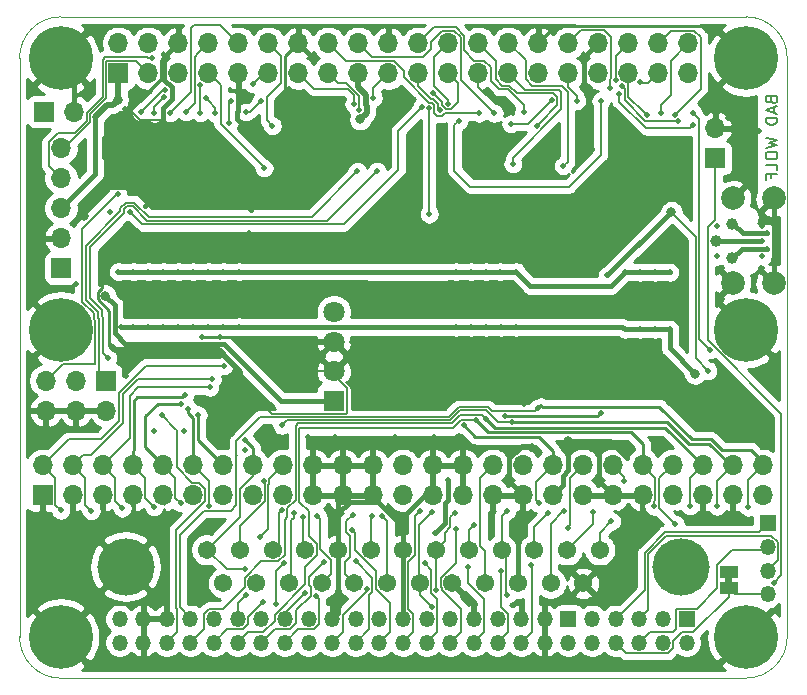
<source format=gbr>
%TF.GenerationSoftware,KiCad,Pcbnew,(5.1.12)-1*%
%TF.CreationDate,2022-02-12T18:24:05-06:00*%
%TF.ProjectId,rascsi_2p4,72617363-7369-45f3-9270-342e6b696361,rev?*%
%TF.SameCoordinates,PX59d60c0PY325aa00*%
%TF.FileFunction,Copper,L2,Bot*%
%TF.FilePolarity,Positive*%
%FSLAX46Y46*%
G04 Gerber Fmt 4.6, Leading zero omitted, Abs format (unit mm)*
G04 Created by KiCad (PCBNEW (5.1.12)-1) date 2022-02-12 18:24:05*
%MOMM*%
%LPD*%
G01*
G04 APERTURE LIST*
%TA.AperFunction,NonConductor*%
%ADD10C,0.150000*%
%TD*%
%TA.AperFunction,Profile*%
%ADD11C,0.050000*%
%TD*%
%TA.AperFunction,EtchedComponent*%
%ADD12C,0.150000*%
%TD*%
%TA.AperFunction,ComponentPad*%
%ADD13C,1.800000*%
%TD*%
%TA.AperFunction,ComponentPad*%
%ADD14R,1.800000X1.800000*%
%TD*%
%TA.AperFunction,ComponentPad*%
%ADD15O,1.700000X1.700000*%
%TD*%
%TA.AperFunction,ComponentPad*%
%ADD16R,1.700000X1.700000*%
%TD*%
%TA.AperFunction,ComponentPad*%
%ADD17C,4.845000*%
%TD*%
%TA.AperFunction,ComponentPad*%
%ADD18C,1.545000*%
%TD*%
%TA.AperFunction,ComponentPad*%
%ADD19O,1.350000X1.350000*%
%TD*%
%TA.AperFunction,ComponentPad*%
%ADD20R,1.350000X1.350000*%
%TD*%
%TA.AperFunction,SMDPad,CuDef*%
%ADD21R,1.500000X1.000000*%
%TD*%
%TA.AperFunction,SMDPad,CuDef*%
%ADD22C,1.000000*%
%TD*%
%TA.AperFunction,ComponentPad*%
%ADD23C,2.000000*%
%TD*%
%TA.AperFunction,ComponentPad*%
%ADD24C,0.800000*%
%TD*%
%TA.AperFunction,ComponentPad*%
%ADD25C,5.400000*%
%TD*%
%TA.AperFunction,ViaPad*%
%ADD26C,0.500000*%
%TD*%
%TA.AperFunction,ViaPad*%
%ADD27C,0.800000*%
%TD*%
%TA.AperFunction,Conductor*%
%ADD28C,0.200000*%
%TD*%
%TA.AperFunction,Conductor*%
%ADD29C,0.400000*%
%TD*%
%TA.AperFunction,Conductor*%
%ADD30C,0.150000*%
%TD*%
%TA.AperFunction,Conductor*%
%ADD31C,0.250000*%
%TD*%
%TA.AperFunction,Conductor*%
%ADD32C,0.500000*%
%TD*%
%TA.AperFunction,Conductor*%
%ADD33C,0.254000*%
%TD*%
G04 APERTURE END LIST*
D10*
X143938571Y3266667D02*
X143986190Y3123810D01*
X144033809Y3076191D01*
X144129047Y3028572D01*
X144271904Y3028572D01*
X144367142Y3076191D01*
X144414761Y3123810D01*
X144462380Y3219048D01*
X144462380Y3600000D01*
X143462380Y3600000D01*
X143462380Y3266667D01*
X143510000Y3171429D01*
X143557619Y3123810D01*
X143652857Y3076191D01*
X143748095Y3076191D01*
X143843333Y3123810D01*
X143890952Y3171429D01*
X143938571Y3266667D01*
X143938571Y3600000D01*
X144176666Y2647620D02*
X144176666Y2171429D01*
X144462380Y2742858D02*
X143462380Y2409524D01*
X144462380Y2076191D01*
X144462380Y1742858D02*
X143462380Y1742858D01*
X143462380Y1504762D01*
X143510000Y1361905D01*
X143605238Y1266667D01*
X143700476Y1219048D01*
X143890952Y1171429D01*
X144033809Y1171429D01*
X144224285Y1219048D01*
X144319523Y1266667D01*
X144414761Y1361905D01*
X144462380Y1504762D01*
X144462380Y1742858D01*
X143462380Y76191D02*
X144462380Y-161904D01*
X143748095Y-352380D01*
X144462380Y-542857D01*
X143462380Y-780952D01*
X143462380Y-1352380D02*
X143462380Y-1542857D01*
X143510000Y-1638095D01*
X143605238Y-1733333D01*
X143795714Y-1780952D01*
X144129047Y-1780952D01*
X144319523Y-1733333D01*
X144414761Y-1638095D01*
X144462380Y-1542857D01*
X144462380Y-1352380D01*
X144414761Y-1257142D01*
X144319523Y-1161904D01*
X144129047Y-1114285D01*
X143795714Y-1114285D01*
X143605238Y-1161904D01*
X143510000Y-1257142D01*
X143462380Y-1352380D01*
X144462380Y-2685714D02*
X144462380Y-2209523D01*
X143462380Y-2209523D01*
X143938571Y-3352380D02*
X143938571Y-3019047D01*
X144462380Y-3019047D02*
X143462380Y-3019047D01*
X143462380Y-3495238D01*
D11*
X83800000Y-45696000D02*
X141800000Y-45696000D01*
X83800000Y-45696000D02*
G75*
G02*
X80300000Y-42196000I0J3500000D01*
G01*
X145300000Y-42196000D02*
G75*
G02*
X141800000Y-45696000I-3500000J0D01*
G01*
X80300000Y6800000D02*
X80300000Y-42196000D01*
X145300000Y6800000D02*
X145300000Y-42196000D01*
X83800000Y10300000D02*
X141800000Y10300000D01*
X80300000Y6800000D02*
G75*
G02*
X83800000Y10300000I3500000J0D01*
G01*
X141800000Y10300000D02*
G75*
G02*
X145300000Y6800000I0J-3500000D01*
G01*
D12*
%TO.C,JP1*%
G36*
X140628000Y-37636000D02*
G01*
X140628000Y-37136000D01*
X140028000Y-37136000D01*
X140028000Y-37636000D01*
X140628000Y-37636000D01*
G37*
%TD*%
D13*
%TO.P,J20,4*%
%TO.N,Net-(J20-Pad4)*%
X106910000Y-14700000D03*
%TO.P,J20,3*%
%TO.N,GND*%
X106910000Y-17200000D03*
%TO.P,J20,2*%
X106910000Y-19700000D03*
D14*
%TO.P,J20,1*%
%TO.N,+5V*%
X106910000Y-22200000D03*
%TD*%
D15*
%TO.P,J5,6*%
%TO.N,GND*%
X82530000Y-23040000D03*
%TO.P,J5,5*%
%TO.N,PI_GPIO9*%
X82530000Y-20500000D03*
%TO.P,J5,4*%
%TO.N,GND*%
X85070000Y-23040000D03*
%TO.P,J5,3*%
%TO.N,PI_GPIO1*%
X85070000Y-20500000D03*
%TO.P,J5,2*%
%TO.N,GND*%
X87610000Y-23040000D03*
D16*
%TO.P,J5,1*%
%TO.N,PI_GPIO0*%
X87610000Y-20500000D03*
%TD*%
D17*
%TO.P,J6,MH2*%
%TO.N,GND*%
X89281600Y-36250000D03*
%TO.P,J6,MH1*%
X136321600Y-36250000D03*
D18*
%TO.P,J6,25*%
%TO.N,TERMPOW*%
X97566600Y-37670000D03*
%TO.P,J6,24*%
%TO.N,GND*%
X100336600Y-37670000D03*
%TO.P,J6,23*%
%TO.N,C-D4*%
X103106600Y-37670000D03*
%TO.P,J6,22*%
%TO.N,C-D2*%
X105876600Y-37670000D03*
%TO.P,J6,21*%
%TO.N,C-D1*%
X108646600Y-37670000D03*
%TO.P,J6,20*%
%TO.N,C-DP*%
X111416600Y-37670000D03*
%TO.P,J6,19*%
%TO.N,C-SEL*%
X114186600Y-37670000D03*
%TO.P,J6,18*%
%TO.N,GND*%
X116956600Y-37670000D03*
%TO.P,J6,17*%
%TO.N,C-ATN*%
X119726600Y-37670000D03*
%TO.P,J6,16*%
%TO.N,GND*%
X122496600Y-37670000D03*
%TO.P,J6,15*%
%TO.N,C-C_D*%
X125266600Y-37670000D03*
%TO.P,J6,14*%
%TO.N,GND*%
X128036600Y-37670000D03*
%TO.P,J6,13*%
%TO.N,C-D7*%
X96181600Y-34830000D03*
%TO.P,J6,12*%
%TO.N,C-D6*%
X98951600Y-34830000D03*
%TO.P,J6,11*%
%TO.N,C-D5*%
X101721600Y-34830000D03*
%TO.P,J6,10*%
%TO.N,C-D3*%
X104491600Y-34830000D03*
%TO.P,J6,9*%
%TO.N,GND*%
X107261600Y-34830000D03*
%TO.P,J6,8*%
%TO.N,C-D0*%
X110031600Y-34830000D03*
%TO.P,J6,7*%
%TO.N,GND*%
X112801600Y-34830000D03*
%TO.P,J6,6*%
%TO.N,C-BSY*%
X115571600Y-34830000D03*
%TO.P,J6,5*%
%TO.N,C-ACK*%
X118341600Y-34830000D03*
%TO.P,J6,4*%
%TO.N,C-RST*%
X121111600Y-34830000D03*
%TO.P,J6,3*%
%TO.N,C-I_O*%
X123881600Y-34830000D03*
%TO.P,J6,2*%
%TO.N,C-MSG*%
X126651600Y-34830000D03*
%TO.P,J6,1*%
%TO.N,C-REQ*%
X129421600Y-34830000D03*
%TD*%
D19*
%TO.P,J9,50*%
%TO.N,+5V*%
X88772000Y-42688000D03*
%TO.P,J9,49*%
X88772000Y-40688000D03*
%TO.P,J9,48*%
%TO.N,GND*%
X90772000Y-42688000D03*
%TO.P,J9,47*%
X90772000Y-40688000D03*
%TO.P,J9,46*%
%TO.N,C-REQ*%
X92772000Y-42688000D03*
%TO.P,J9,45*%
%TO.N,GND*%
X92772000Y-40688000D03*
%TO.P,J9,44*%
%TO.N,C-C_D*%
X94772000Y-42688000D03*
%TO.P,J9,43*%
%TO.N,C-I_O*%
X94772000Y-40688000D03*
%TO.P,J9,42*%
%TO.N,C-SEL*%
X96772000Y-42688000D03*
%TO.P,J9,41*%
%TO.N,GND*%
X96772000Y-40688000D03*
%TO.P,J9,40*%
%TO.N,C-MSG*%
X98772000Y-42688000D03*
%TO.P,J9,39*%
%TO.N,C-RST*%
X98772000Y-40688000D03*
%TO.P,J9,38*%
%TO.N,C-ACK*%
X100772000Y-42688000D03*
%TO.P,J9,37*%
%TO.N,GND*%
X100772000Y-40688000D03*
%TO.P,J9,36*%
%TO.N,C-BSY*%
X102772000Y-42688000D03*
%TO.P,J9,35*%
%TO.N,C-ATN*%
X102772000Y-40688000D03*
%TO.P,J9,34*%
%TO.N,TERMPOW*%
X104772000Y-42688000D03*
%TO.P,J9,33*%
%TO.N,GND*%
X104772000Y-40688000D03*
%TO.P,J9,32*%
%TO.N,C-DP*%
X106772000Y-42688000D03*
%TO.P,J9,31*%
%TO.N,GND*%
X106772000Y-40688000D03*
%TO.P,J9,30*%
%TO.N,C-D7*%
X108772000Y-42688000D03*
%TO.P,J9,29*%
%TO.N,GND*%
X108772000Y-40688000D03*
%TO.P,J9,28*%
%TO.N,C-D6*%
X110772000Y-42688000D03*
%TO.P,J9,27*%
%TO.N,Net-(J9-Pad27)*%
X110772000Y-40688000D03*
%TO.P,J9,26*%
%TO.N,C-D5*%
X112772000Y-42688000D03*
%TO.P,J9,25*%
%TO.N,GND*%
X112772000Y-40688000D03*
%TO.P,J9,24*%
%TO.N,C-D4*%
X114772000Y-42688000D03*
%TO.P,J9,23*%
%TO.N,GND*%
X114772000Y-40688000D03*
%TO.P,J9,22*%
%TO.N,C-D3*%
X116772000Y-42688000D03*
%TO.P,J9,21*%
%TO.N,GND*%
X116772000Y-40688000D03*
%TO.P,J9,20*%
%TO.N,C-D2*%
X118772000Y-42688000D03*
%TO.P,J9,19*%
%TO.N,GND*%
X118772000Y-40688000D03*
%TO.P,J9,18*%
%TO.N,C-D1*%
X120772000Y-42688000D03*
%TO.P,J9,17*%
%TO.N,GND*%
X120772000Y-40688000D03*
%TO.P,J9,16*%
%TO.N,C-D0*%
X122772000Y-42688000D03*
%TO.P,J9,15*%
%TO.N,GND*%
X122772000Y-40688000D03*
%TO.P,J9,14*%
X124772000Y-42688000D03*
%TO.P,J9,13*%
X124772000Y-40688000D03*
%TO.P,J9,12*%
%TO.N,+5V*%
X126772000Y-42688000D03*
D20*
%TO.P,J9,11*%
X126772000Y-40688000D03*
D19*
%TO.P,J9,10*%
%TO.N,Net-(J9-Pad10)*%
X128772000Y-42688000D03*
%TO.P,J9,9*%
%TO.N,Net-(J9-Pad9)*%
X128772000Y-40688000D03*
%TO.P,J9,8*%
%TO.N,PB_LED_Pin*%
X130772000Y-42688000D03*
%TO.P,J9,7*%
%TO.N,PB_SCSIID_4*%
X130772000Y-40688000D03*
%TO.P,J9,6*%
%TO.N,PB_SCSIID_2*%
X132772000Y-42688000D03*
%TO.P,J9,5*%
%TO.N,PB_SCSIID_1*%
X132772000Y-40688000D03*
%TO.P,J9,4*%
%TO.N,Net-(J9-Pad4)*%
X134772000Y-42688000D03*
%TO.P,J9,3*%
%TO.N,Net-(J9-Pad3)*%
X134772000Y-40688000D03*
%TO.P,J9,2*%
%TO.N,Net-(J9-Pad2)*%
X136772000Y-42688000D03*
D20*
%TO.P,J9,1*%
%TO.N,Net-(J9-Pad1)*%
X136772000Y-40688000D03*
%TD*%
D19*
%TO.P,J10,4*%
%TO.N,PB_LED_Pin*%
X143630000Y-38592000D03*
%TO.P,J10,3*%
%TO.N,PB_SCSIID_1*%
X143630000Y-36592000D03*
%TO.P,J10,2*%
%TO.N,PB_SCSIID_2*%
X143630000Y-34592000D03*
D20*
%TO.P,J10,1*%
%TO.N,PB_SCSIID_4*%
X143630000Y-32592000D03*
%TD*%
D21*
%TO.P,JP1,2*%
%TO.N,EXT-ACT-LED*%
X140328000Y-36736000D03*
%TO.P,JP1,1*%
%TO.N,PB_LED_Pin*%
X140328000Y-38036000D03*
%TD*%
D15*
%TO.P,J3,50*%
%TO.N,C-I_O*%
X143226500Y-27654500D03*
%TO.P,J3,49*%
%TO.N,GND*%
X143226500Y-30194500D03*
%TO.P,J3,48*%
%TO.N,C-REQ*%
X140686500Y-27654500D03*
%TO.P,J3,47*%
%TO.N,GND*%
X140686500Y-30194500D03*
%TO.P,J3,46*%
%TO.N,C-C_D*%
X138146500Y-27654500D03*
%TO.P,J3,45*%
%TO.N,GND*%
X138146500Y-30194500D03*
%TO.P,J3,44*%
%TO.N,C-SEL*%
X135606500Y-27654500D03*
%TO.P,J3,43*%
%TO.N,GND*%
X135606500Y-30194500D03*
%TO.P,J3,42*%
%TO.N,C-MSG*%
X133066500Y-27654500D03*
%TO.P,J3,41*%
%TO.N,GND*%
X133066500Y-30194500D03*
%TO.P,J3,40*%
%TO.N,C-RST*%
X130526500Y-27654500D03*
%TO.P,J3,39*%
%TO.N,GND*%
X130526500Y-30194500D03*
%TO.P,J3,38*%
%TO.N,C-ACK*%
X127986500Y-27654500D03*
%TO.P,J3,37*%
%TO.N,GND*%
X127986500Y-30194500D03*
%TO.P,J3,36*%
%TO.N,C-BSY*%
X125446500Y-27654500D03*
%TO.P,J3,35*%
%TO.N,GND*%
X125446500Y-30194500D03*
%TO.P,J3,34*%
%TO.N,Net-(J3-Pad34)*%
X122906500Y-27654500D03*
%TO.P,J3,33*%
%TO.N,GND*%
X122906500Y-30194500D03*
%TO.P,J3,32*%
%TO.N,C-ATN*%
X120366500Y-27654500D03*
%TO.P,J3,31*%
%TO.N,GND*%
X120366500Y-30194500D03*
%TO.P,J3,30*%
X117826500Y-27654500D03*
%TO.P,J3,29*%
X117826500Y-30194500D03*
%TO.P,J3,28*%
X115286500Y-27654500D03*
%TO.P,J3,27*%
X115286500Y-30194500D03*
%TO.P,J3,26*%
%TO.N,TERMPOW*%
X112746500Y-27654500D03*
%TO.P,J3,25*%
%TO.N,Net-(J3-Pad25)*%
X112746500Y-30194500D03*
%TO.P,J3,24*%
%TO.N,GND*%
X110206500Y-27654500D03*
%TO.P,J3,23*%
X110206500Y-30194500D03*
%TO.P,J3,22*%
X107666500Y-27654500D03*
%TO.P,J3,21*%
X107666500Y-30194500D03*
%TO.P,J3,20*%
X105126500Y-27654500D03*
%TO.P,J3,19*%
X105126500Y-30194500D03*
%TO.P,J3,18*%
%TO.N,C-DP*%
X102586500Y-27654500D03*
%TO.P,J3,17*%
%TO.N,GND*%
X102586500Y-30194500D03*
%TO.P,J3,16*%
%TO.N,C-D7*%
X100046500Y-27654500D03*
%TO.P,J3,15*%
%TO.N,GND*%
X100046500Y-30194500D03*
%TO.P,J3,14*%
%TO.N,C-D6*%
X97506500Y-27654500D03*
%TO.P,J3,13*%
%TO.N,GND*%
X97506500Y-30194500D03*
%TO.P,J3,12*%
%TO.N,C-D5*%
X94966500Y-27654500D03*
%TO.P,J3,11*%
%TO.N,GND*%
X94966500Y-30194500D03*
%TO.P,J3,10*%
%TO.N,C-D4*%
X92426500Y-27654500D03*
%TO.P,J3,9*%
%TO.N,GND*%
X92426500Y-30194500D03*
%TO.P,J3,8*%
%TO.N,C-D3*%
X89886500Y-27654500D03*
%TO.P,J3,7*%
%TO.N,GND*%
X89886500Y-30194500D03*
%TO.P,J3,6*%
%TO.N,C-D2*%
X87346500Y-27654500D03*
%TO.P,J3,5*%
%TO.N,GND*%
X87346500Y-30194500D03*
%TO.P,J3,4*%
%TO.N,C-D1*%
X84806500Y-27654500D03*
%TO.P,J3,3*%
%TO.N,GND*%
X84806500Y-30194500D03*
%TO.P,J3,2*%
%TO.N,C-D0*%
X82266500Y-27654500D03*
D16*
%TO.P,J3,1*%
%TO.N,GND*%
X82266500Y-30194500D03*
%TD*%
D22*
%TO.P,TP1,1*%
%TO.N,USB_Pin_4*%
X140650000Y-7250000D03*
%TD*%
%TO.P,TP2,1*%
%TO.N,USB_Pin_3*%
X139260000Y-8660000D03*
%TD*%
%TO.P,TP3,1*%
%TO.N,USB_Pin_2*%
X140650000Y-10110000D03*
%TD*%
D23*
%TO.P,J8,MH4*%
%TO.N,GND*%
X140705000Y-12235000D03*
%TO.P,J8,MH3*%
X140705000Y-5085000D03*
%TO.P,J8,MH2*%
X144155000Y-5085000D03*
%TO.P,J8,MH1*%
X144155000Y-12235000D03*
%TD*%
D15*
%TO.P,J2,2*%
%TO.N,GND*%
X139226000Y857000D03*
D16*
%TO.P,J2,1*%
%TO.N,EXT-ACT-LED*%
X139226000Y-1683000D03*
%TD*%
D15*
%TO.P,J7,2*%
%TO.N,GND*%
X84920000Y2280000D03*
D16*
%TO.P,J7,1*%
%TO.N,+5V*%
X82380000Y2280000D03*
%TD*%
D15*
%TO.P,J1,40*%
%TO.N,PI-ACK*%
X136930000Y8070000D03*
%TO.P,J1,39*%
%TO.N,GND*%
X136930000Y5530000D03*
%TO.P,J1,38*%
%TO.N,PI-RST*%
X134390000Y8070000D03*
%TO.P,J1,37*%
%TO.N,PI-BSY*%
X134390000Y5530000D03*
%TO.P,J1,36*%
%TO.N,PI-D6*%
X131850000Y8070000D03*
%TO.P,J1,35*%
%TO.N,PI-ATN*%
X131850000Y5530000D03*
%TO.P,J1,34*%
%TO.N,GND*%
X129310000Y8070000D03*
%TO.P,J1,33*%
%TO.N,PI-D3*%
X129310000Y5530000D03*
%TO.P,J1,32*%
%TO.N,PI-D2*%
X126770000Y8070000D03*
%TO.P,J1,31*%
%TO.N,PI-IND*%
X126770000Y5530000D03*
%TO.P,J1,30*%
%TO.N,GND*%
X124230000Y8070000D03*
%TO.P,J1,29*%
%TO.N,DBG_LED*%
X124230000Y5530000D03*
%TO.P,J1,28*%
%TO.N,PI_GPIO1*%
X121690000Y8070000D03*
%TO.P,J1,27*%
%TO.N,PI_GPIO0*%
X121690000Y5530000D03*
%TO.P,J1,26*%
%TO.N,PI-TAD*%
X119150000Y8070000D03*
%TO.P,J1,25*%
%TO.N,GND*%
X119150000Y5530000D03*
%TO.P,J1,24*%
%TO.N,PI-DTD*%
X116610000Y8070000D03*
%TO.P,J1,23*%
%TO.N,PI-D1*%
X116610000Y5530000D03*
%TO.P,J1,22*%
%TO.N,PI-I_O*%
X114070000Y8070000D03*
%TO.P,J1,21*%
%TO.N,PI_GPIO9*%
X114070000Y5530000D03*
%TO.P,J1,20*%
%TO.N,GND*%
X111530000Y8070000D03*
%TO.P,J1,19*%
%TO.N,PI-D0*%
X111530000Y5530000D03*
%TO.P,J1,18*%
%TO.N,PI-C_D*%
X108990000Y8070000D03*
%TO.P,J1,17*%
%TO.N,+3V3*%
X108990000Y5530000D03*
%TO.P,J1,16*%
%TO.N,PI-MSG*%
X106450000Y8070000D03*
%TO.P,J1,15*%
%TO.N,PI-REQ*%
X106450000Y5530000D03*
%TO.P,J1,14*%
%TO.N,GND*%
X103910000Y8070000D03*
%TO.P,J1,13*%
%TO.N,PI-SEL*%
X103910000Y5530000D03*
%TO.P,J1,12*%
%TO.N,PI-DP*%
X101370000Y8070000D03*
%TO.P,J1,11*%
%TO.N,PI-D7*%
X101370000Y5530000D03*
%TO.P,J1,10*%
%TO.N,PI-D5*%
X98830000Y8070000D03*
%TO.P,J1,9*%
%TO.N,GND*%
X98830000Y5530000D03*
%TO.P,J1,8*%
%TO.N,PI-D4*%
X96290000Y8070000D03*
%TO.P,J1,7*%
%TO.N,PI-ACT*%
X96290000Y5530000D03*
%TO.P,J1,6*%
%TO.N,GND*%
X93750000Y8070000D03*
%TO.P,J1,5*%
%TO.N,PI_SCL*%
X93750000Y5530000D03*
%TO.P,J1,4*%
%TO.N,+5V*%
X91210000Y8070000D03*
%TO.P,J1,3*%
%TO.N,PI_SDA*%
X91210000Y5530000D03*
%TO.P,J1,2*%
%TO.N,+5V*%
X88670000Y8070000D03*
D16*
%TO.P,J1,1*%
%TO.N,+3V3*%
X88670000Y5530000D03*
%TD*%
D24*
%TO.P,H2,1*%
%TO.N,GND*%
X143231891Y8231891D03*
X141800000Y8825000D03*
X140368109Y8231891D03*
X139775000Y6800000D03*
X140368109Y5368109D03*
X141800000Y4775000D03*
X143231891Y5368109D03*
X143825000Y6800000D03*
D25*
X141800000Y6800000D03*
%TD*%
D24*
%TO.P,H1,1*%
%TO.N,GND*%
X85231891Y8231891D03*
X83800000Y8825000D03*
X82368109Y8231891D03*
X81775000Y6800000D03*
X82368109Y5368109D03*
X83800000Y4775000D03*
X85231891Y5368109D03*
X85825000Y6800000D03*
D25*
X83800000Y6800000D03*
%TD*%
D15*
%TO.P,J4,5*%
%TO.N,PI_SDA*%
X83810000Y-820000D03*
%TO.P,J4,4*%
%TO.N,PI_SCL*%
X83810000Y-3360000D03*
%TO.P,J4,3*%
%TO.N,+3V3*%
X83810000Y-5900000D03*
%TO.P,J4,2*%
%TO.N,GND*%
X83810000Y-8440000D03*
D16*
%TO.P,J4,1*%
%TO.N,+5V*%
X83810000Y-10980000D03*
%TD*%
D24*
%TO.P,H6,1*%
%TO.N,GND*%
X143231891Y-40768109D03*
X141800000Y-40175000D03*
X140368109Y-40768109D03*
X139775000Y-42200000D03*
X140368109Y-43631891D03*
X141800000Y-44225000D03*
X143231891Y-43631891D03*
X143825000Y-42200000D03*
D25*
X141800000Y-42200000D03*
%TD*%
D24*
%TO.P,H5,1*%
%TO.N,GND*%
X85231891Y-40768109D03*
X83800000Y-40175000D03*
X82368109Y-40768109D03*
X81775000Y-42200000D03*
X82368109Y-43631891D03*
X83800000Y-44225000D03*
X85231891Y-43631891D03*
X85825000Y-42200000D03*
D25*
X83800000Y-42200000D03*
%TD*%
D24*
%TO.P,H4,1*%
%TO.N,GND*%
X143231891Y-14768109D03*
X141800000Y-14175000D03*
X140368109Y-14768109D03*
X139775000Y-16200000D03*
X140368109Y-17631891D03*
X141800000Y-18225000D03*
X143231891Y-17631891D03*
X143825000Y-16200000D03*
D25*
X141800000Y-16200000D03*
%TD*%
D24*
%TO.P,H3,1*%
%TO.N,GND*%
X85231891Y-14768109D03*
X83800000Y-14175000D03*
X82368109Y-14768109D03*
X81775000Y-16200000D03*
X82368109Y-17631891D03*
X83800000Y-18225000D03*
X85231891Y-17631891D03*
X85825000Y-16200000D03*
D25*
X83800000Y-16200000D03*
%TD*%
D26*
%TO.N,*%
X91706832Y-24797000D03*
%TO.N,GND*%
X115794280Y-17240500D03*
X119620000Y-17240500D03*
X90210000Y-7800000D03*
X89310000Y-20100000D03*
X125694724Y-17240500D03*
X134470000Y-25740000D03*
X99870000Y-6080000D03*
X100990000Y380000D03*
X101940915Y-25300000D03*
X112111500Y-25300000D03*
X94257415Y-24797000D03*
X96808000Y-25300000D03*
D27*
X85759000Y-6572500D03*
D26*
X123732000Y-26003500D03*
X126895451Y-17240500D03*
X132812500Y-17240500D03*
X134082500Y-17240500D03*
X117255000Y-17240500D03*
X112872870Y-17240500D03*
X111412165Y-17240500D03*
X108490755Y-17240500D03*
X105569345Y-17240500D03*
X101187230Y-17240500D03*
X109951460Y-17240500D03*
X128096178Y-17240500D03*
X81504500Y-24797000D03*
X84055083Y-24797000D03*
D27*
X126750000Y-25640000D03*
X125637000Y-7398000D03*
X121065000Y-7271000D03*
D26*
X114333575Y-17240500D03*
X104108640Y-17240500D03*
X127605500Y-2064000D03*
X103539000Y-1746500D03*
X106079000Y-1810000D03*
X136876500Y-5493000D03*
X142910000Y600000D03*
X140305500Y1746000D03*
X139377000Y-7383000D03*
D27*
X123414500Y-13748000D03*
D26*
X87791000Y-3842000D03*
X101710000Y-1930000D03*
X97620000Y-8440000D03*
X99700000Y-8010000D03*
X85110000Y-12300000D03*
X87990000Y-6260000D03*
X94550000Y-5640000D03*
X131510000Y-25960000D03*
X133910000Y-21030000D03*
X122990000Y-22480000D03*
X89243314Y2464011D03*
X89590000Y-2160000D03*
X85695500Y-1144500D03*
X143201287Y-7380000D03*
D27*
X139030000Y4550000D03*
D26*
X102647935Y-17240500D03*
X123280479Y-17240500D03*
X124493997Y-17240500D03*
X104590000Y2160000D03*
X128160000Y1920000D03*
X130720000Y1970000D03*
X125330000Y-2000000D03*
X123220000Y-1780000D03*
X113379999Y-1570001D03*
X115899999Y-1570001D03*
X111130000Y1470000D03*
X130200000Y-14100000D03*
X127230000Y-14010000D03*
X95624000Y-37132000D03*
X129914000Y-25956000D03*
X99390332Y-26421655D03*
X101610000Y-3700000D03*
X87310000Y-11700000D03*
X88010000Y-17600000D03*
X107027652Y-25300000D03*
X104710000Y-25300000D03*
X115425889Y-25300000D03*
X117615697Y-25300000D03*
X95737451Y-16792922D03*
X97281993Y-16792922D03*
D27*
%TO.N,+3V3*%
X88616500Y3270000D03*
X109149676Y1623079D03*
D26*
X137324474Y2180000D03*
X138730003Y-17885242D03*
%TO.N,+5V*%
X130082000Y-11589000D03*
D27*
X135496000Y-6238500D03*
D26*
X138591000Y-19653500D03*
X139377000Y-9983000D03*
X143201287Y-9974419D03*
D27*
X87558319Y-13315621D03*
D26*
%TO.N,C-REQ*%
X139350000Y-31150000D03*
X130419308Y-32414713D03*
X92322000Y-23416000D03*
X122035166Y-23991021D03*
X102510000Y-24300000D03*
%TO.N,C-MSG*%
X133993502Y-31150000D03*
X128817950Y-31630159D03*
X118967380Y-23842380D03*
%TO.N,C-BSY*%
X117187010Y-31684832D03*
X115588434Y-38215548D03*
X105394338Y-38713449D03*
X124267635Y-30901010D03*
X117940518Y-24294390D03*
%TO.N,C-SEL*%
X135828947Y-32665648D03*
X115235886Y-31652762D03*
X115182000Y-39662031D03*
X100909837Y-39247077D03*
%TO.N,C-RST*%
X121540000Y-31560000D03*
X99434000Y-38656000D03*
X121532000Y-38656000D03*
X131502655Y-28977345D03*
%TO.N,C-ACK*%
X126730000Y-32950000D03*
X118812489Y-32689064D03*
X106038000Y-35862000D03*
%TO.N,C-ATN*%
X129494275Y-23222010D03*
X104490326Y-38501086D03*
X121400595Y-23539011D03*
%TO.N,C-DP*%
X111018510Y-31996010D03*
X100644714Y-33758047D03*
X109713077Y-38111020D03*
%TO.N,C-D0*%
X83780000Y-31480000D03*
X123564000Y-36116000D03*
X110120000Y-31996010D03*
X97593755Y-19270482D03*
%TO.N,C-D1*%
X86370000Y-31530000D03*
X96607010Y-20409500D03*
X121024000Y-36624000D03*
X108521033Y-31856657D03*
%TO.N,C-D2*%
X96427000Y-21067500D03*
X89002424Y-31302989D03*
X118230000Y-36256511D03*
X105519686Y-31957742D03*
%TO.N,C-D3*%
X94279018Y-21696518D03*
X104280000Y-32052000D03*
X91693529Y-31178968D03*
X117243766Y-33076963D03*
%TO.N,C-D4*%
X103498000Y-31750000D03*
X93930504Y-30851957D03*
X114608688Y-35948588D03*
X94014000Y-22442930D03*
%TO.N,C-D5*%
X102510000Y-31434946D03*
X114166000Y-31544000D03*
X94585500Y-22919940D03*
X96380000Y-31091990D03*
%TO.N,C-D6*%
X100973502Y-29027449D03*
X95426391Y-23396950D03*
X108431070Y-33137679D03*
%TO.N,C-D7*%
X108752442Y-35782442D03*
X99431263Y-36493836D03*
X99383823Y-25517643D03*
%TO.N,C-I_O*%
X124176500Y-22828500D03*
X142000000Y-31220000D03*
X125036247Y-31748511D03*
%TO.N,C-C_D*%
X137054940Y-31121502D03*
X126371042Y-31585360D03*
X119795000Y-23752010D03*
%TO.N,TERMPOW*%
X116610000Y-28880000D03*
X115479033Y-33403489D03*
X101974000Y-39418000D03*
X102686051Y-35947053D03*
%TO.N,PI-D7*%
X90598618Y2254001D03*
X100071557Y4632242D03*
X92606010Y4116010D03*
%TO.N,PI-D6*%
X91728000Y2127000D03*
X92537007Y3492807D03*
X130785361Y4920000D03*
%TO.N,PI-D5*%
X93061500Y2190500D03*
%TO.N,PI-D4*%
X94395000Y2254000D03*
%TO.N,PI-D3*%
X95601500Y2190500D03*
X95579021Y4529977D03*
%TO.N,PI-D2*%
X96871500Y2127000D03*
X96095637Y3388515D03*
X130263077Y4286876D03*
%TO.N,PI-D1*%
X98055000Y1304240D03*
X98197746Y3143937D03*
X115342501Y3822796D03*
%TO.N,PI-D0*%
X99470000Y2237827D03*
X110260000Y3428469D03*
X100739652Y3194957D03*
%TO.N,PI-DP*%
X101710000Y1080000D03*
%TO.N,PI-BSY*%
X117509000Y1492000D03*
X132847721Y4815780D03*
X129517751Y3194737D03*
%TO.N,PI-MSG*%
X119223500Y2139000D03*
%TO.N,PI-C_D*%
X120493500Y2127000D03*
%TO.N,PI-REQ*%
X109054914Y2441102D03*
X125383000Y3293010D03*
X121904492Y1236649D03*
%TO.N,PI-I_O*%
X122990000Y2220000D03*
%TO.N,PI-ATN*%
X133387496Y2003496D03*
%TO.N,PI-ACK*%
X134654000Y2127000D03*
%TO.N,PI-RST*%
X135777207Y2019438D03*
%TO.N,PI-SEL*%
X108614160Y2887613D03*
X136064293Y1462010D03*
X131340387Y4413823D03*
%TO.N,PI_SCL*%
X91550000Y6850000D03*
%TO.N,PI-ACT*%
X101010000Y-2500000D03*
%TO.N,/TERM_GND*%
X135352500Y-16161000D03*
X134082500Y-16161000D03*
X132812500Y-16161000D03*
X131542500Y-16161000D03*
X117255000Y-15970500D03*
X118525000Y-15970500D03*
X119795000Y-15970500D03*
X121065000Y-15970500D03*
X122335000Y-15970500D03*
X89950000Y-15970500D03*
X91220000Y-15970500D03*
X92490000Y-15970500D03*
X93760000Y-15970500D03*
X95030000Y-15970500D03*
X96300000Y-15970500D03*
X97570000Y-15970500D03*
D27*
X137511500Y-19907500D03*
D26*
X98910000Y-15960000D03*
X88925980Y-15970500D03*
%TO.N,/TERM_5v*%
X88680000Y-11271500D03*
X89950000Y-11271500D03*
X91220000Y-11271500D03*
X92490000Y-11271500D03*
X93760000Y-11271500D03*
X94966500Y-11271500D03*
X96300000Y-11271500D03*
X97570000Y-11271500D03*
X98910000Y-11271500D03*
X117255000Y-11271500D03*
X118525000Y-11271500D03*
X119795000Y-11271500D03*
X122335000Y-11271500D03*
X121001500Y-11271500D03*
X131542500Y-11335000D03*
X135352500Y-11335000D03*
X134082500Y-11335000D03*
X132812500Y-11335000D03*
%TO.N,PI-IND*%
X137340000Y1120000D03*
X131077665Y3803316D03*
X127480000Y3194936D03*
%TO.N,PI-TAD*%
X124093367Y1052134D03*
%TO.N,PI-DTD*%
X116620000Y2917959D03*
X114966468Y2587116D03*
X114996658Y-6402675D03*
%TO.N,PI_GPIO1*%
X126335500Y-2318000D03*
X87794021Y-18604650D03*
X110574292Y-2777979D03*
%TO.N,PI_GPIO0*%
X122070000Y-2160000D03*
X108912776Y-2777979D03*
%TO.N,PI_GPIO9*%
X88605386Y-4669009D03*
X115870479Y2371956D03*
X114341728Y2640938D03*
X89638911Y-6231849D03*
%TO.N,EXT-ACT-LED*%
X144138000Y-37640000D03*
X140328000Y-36736000D03*
%TO.N,USB_Pin_4*%
X143577990Y-8020000D03*
%TO.N,USB_Pin_3*%
X143201287Y-8646949D03*
%TO.N,USB_Pin_2*%
X143577990Y-9320000D03*
%TD*%
D28*
%TO.N,GND*%
X119150000Y4327919D02*
X119787919Y3690000D01*
X119150000Y5530000D02*
X119150000Y4327919D01*
X119787919Y3690000D02*
X120220000Y3690000D01*
X120220000Y3690000D02*
X120680000Y3230000D01*
D29*
X122496600Y-31806481D02*
X122496600Y-37670000D01*
X122906500Y-31396581D02*
X122496600Y-31806481D01*
X122906500Y-30194500D02*
X122906500Y-31396581D01*
X84920000Y5680000D02*
X83800000Y6800000D01*
X84920000Y2280000D02*
X84920000Y5680000D01*
X126750000Y-28092962D02*
X126750000Y-25640000D01*
X126296499Y-28546463D02*
X126750000Y-28092962D01*
X125446500Y-30194500D02*
X126296499Y-29344501D01*
X126296499Y-29344501D02*
X126296499Y-28546463D01*
X129340000Y-25640000D02*
X126750000Y-25640000D01*
X131703501Y-27089539D02*
X130253962Y-25640000D01*
X129349499Y-25649499D02*
X129340000Y-25640000D01*
X129349499Y-29017499D02*
X129349499Y-25649499D01*
X130526500Y-30194500D02*
X129349499Y-29017499D01*
X130253962Y-25640000D02*
X129340000Y-25640000D01*
X122815538Y-26003500D02*
X123732000Y-26003500D01*
X121729499Y-27089539D02*
X122815538Y-26003500D01*
X121729499Y-29017499D02*
X121729499Y-27089539D01*
X122906500Y-30194500D02*
X121729499Y-29017499D01*
X90045404Y-4510000D02*
X93870000Y-4510000D01*
X87791000Y-3842000D02*
X88040999Y-4091999D01*
X89627403Y-4091999D02*
X90045404Y-4510000D01*
X88040999Y-4091999D02*
X89627403Y-4091999D01*
X95345000Y-4510000D02*
X95995000Y-3860000D01*
D30*
X103289001Y-1496501D02*
X101866501Y-1496501D01*
X92262001Y1477999D02*
X92490000Y1250000D01*
D29*
X103539000Y-1746500D02*
X103289001Y-1496501D01*
X103910000Y8070000D02*
X105264437Y6715563D01*
X93870000Y-4510000D02*
X95345000Y-4510000D01*
X94720000Y-5360000D02*
X93870000Y-4510000D01*
X95780000Y-5360000D02*
X94720000Y-5360000D01*
X97370001Y-8190001D02*
X97140001Y-8190001D01*
X97620000Y-8440000D02*
X97370001Y-8190001D01*
X98003553Y-3860000D02*
X95995000Y-3860000D01*
X99870000Y-5726447D02*
X98003553Y-3860000D01*
X99870000Y-6080000D02*
X99870000Y-5726447D01*
X94550000Y-5305000D02*
X94550000Y-5640000D01*
X95995000Y-3860000D02*
X94550000Y-5305000D01*
D30*
X92262001Y1532001D02*
X90528877Y1532001D01*
X90528877Y1532001D02*
X89596867Y2464011D01*
D29*
X87488399Y-1597001D02*
X89027001Y-1597001D01*
X87488399Y57001D02*
X87422999Y-8399D01*
X89027001Y-1597001D02*
X89590000Y-2160000D01*
X88500000Y57001D02*
X87488399Y57001D01*
X87422999Y-8399D02*
X87422999Y-1531601D01*
X88500000Y530000D02*
X88500000Y57001D01*
X87422999Y-1531601D02*
X87488399Y-1597001D01*
X119358999Y-7271000D02*
X121065000Y-7271000D01*
D30*
X92262001Y1532001D02*
X92262001Y1477999D01*
D29*
X144155000Y-12235000D02*
X144155000Y-5085000D01*
X124493997Y-17240500D02*
X123280479Y-17240500D01*
X103289001Y-1496501D02*
X101819014Y-1496501D01*
X98680063Y1642450D02*
X98680063Y2196374D01*
X98680063Y2196374D02*
X98830000Y2346311D01*
X98830000Y4327919D02*
X98830000Y5530000D01*
X101819014Y-1496501D02*
X98680063Y1642450D01*
X98830000Y2346311D02*
X98830000Y4327919D01*
D31*
X104340001Y2409999D02*
X104590000Y2160000D01*
X102807999Y3942001D02*
X104340001Y2409999D01*
X102807999Y6967999D02*
X102807999Y3942001D01*
X103910000Y8070000D02*
X102807999Y6967999D01*
D29*
X92572999Y6892999D02*
X92572999Y4965039D01*
X93185039Y3322020D02*
X92475996Y2612977D01*
X92475996Y2612977D02*
X92475996Y725996D01*
X92475996Y725996D02*
X89839999Y-1910001D01*
X92572999Y4965039D02*
X93185039Y4352999D01*
X93750000Y8070000D02*
X92572999Y6892999D01*
X89839999Y-1910001D02*
X89590000Y-2160000D01*
X93185039Y4352999D02*
X93185039Y3322020D01*
D31*
X89596867Y2464011D02*
X89243314Y2464011D01*
X89774973Y2464011D02*
X89596867Y2464011D01*
X92312001Y5001039D02*
X89774973Y2464011D01*
X92312001Y6632001D02*
X92312001Y5001039D01*
X93750000Y8070000D02*
X92312001Y6632001D01*
D29*
X128797002Y-872498D02*
X127855499Y-1814001D01*
X128132999Y4735530D02*
X128587002Y4281527D01*
X129310000Y8070000D02*
X128132999Y6892999D01*
X127855499Y-1814001D02*
X127605500Y-2064000D01*
X128132999Y6892999D02*
X128132999Y4735530D01*
D31*
X124230000Y8070000D02*
X125659999Y9499999D01*
X125659999Y9499999D02*
X139100001Y9499999D01*
X139100001Y9499999D02*
X141800000Y6800000D01*
D29*
X115286500Y-30194500D02*
X114661536Y-30194500D01*
X112801600Y-32054436D02*
X112801600Y-34830000D01*
X114661536Y-30194500D02*
X112801600Y-32054436D01*
X107261600Y-30599400D02*
X107261600Y-34830000D01*
X107666500Y-30194500D02*
X107261600Y-30599400D01*
X112801600Y-34830000D02*
X112801600Y-40658400D01*
X112801600Y-40658400D02*
X112772000Y-40688000D01*
X107261600Y-40198400D02*
X106772000Y-40688000D01*
X107261600Y-34830000D02*
X107261600Y-40198400D01*
X110619173Y-30742711D02*
X112801600Y-32925138D01*
X107261600Y-34830000D02*
X107261600Y-31725182D01*
X107261600Y-31725182D02*
X108244071Y-30742711D01*
X108244071Y-30742711D02*
X110619173Y-30742711D01*
X112801600Y-32925138D02*
X112801600Y-34830000D01*
D31*
X97910000Y-23695000D02*
X96808000Y-24797000D01*
D29*
X96808000Y-22802000D02*
X96808000Y-24797000D01*
X102647935Y-19162065D02*
X102647935Y-17240500D01*
X102110000Y-19700000D02*
X102647935Y-19162065D01*
X101146730Y-17200000D02*
X101187230Y-17240500D01*
X99910000Y-17200000D02*
X101146730Y-17200000D01*
X90900649Y-5704182D02*
X93826852Y-2777979D01*
X105967634Y-2777979D02*
X106321187Y-2777979D01*
D31*
X87896965Y-17486965D02*
X88010000Y-17600000D01*
X89310000Y-18900000D02*
X89310000Y-20100000D01*
X87896965Y-14619229D02*
X87896965Y-17486965D01*
X86906318Y-13002660D02*
X86906318Y-13628582D01*
X86906318Y-13628582D02*
X87896965Y-14619229D01*
X87245358Y-12663620D02*
X86906318Y-13002660D01*
X87310000Y-12663620D02*
X87245358Y-12663620D01*
X87310000Y-11700000D02*
X87310000Y-12663620D01*
X88010000Y-17600000D02*
X89310000Y-18900000D01*
X88928001Y-17742501D02*
X89585500Y-18400000D01*
D32*
X88356943Y-17946943D02*
X97156943Y-17946943D01*
D31*
X99120220Y-17170980D02*
X98742162Y-16792922D01*
D32*
X88010000Y-17600000D02*
X88356943Y-17946943D01*
D31*
X98742162Y-16792922D02*
X97281993Y-16792922D01*
X95737451Y-16792922D02*
X97281993Y-16792922D01*
D32*
X97156943Y-17946943D02*
X99010000Y-19800000D01*
X99010000Y-23098000D02*
X96808000Y-25300000D01*
X99010000Y-19800000D02*
X99010000Y-23098000D01*
X106869500Y-17240500D02*
X106910000Y-17200000D01*
X105569345Y-17240500D02*
X106869500Y-17240500D01*
D30*
X107971601Y-23302001D02*
X101712001Y-23302001D01*
X104710000Y-19700000D02*
X106573602Y-19700000D01*
X106573602Y-19700000D02*
X108012001Y-21138399D01*
X108012001Y-23261601D02*
X107971601Y-23302001D01*
X101712001Y-23302001D02*
X100610000Y-22200000D01*
X108012001Y-21138399D02*
X108012001Y-23261601D01*
X141451500Y600000D02*
X140305500Y1746000D01*
X142910000Y600000D02*
X141451500Y600000D01*
D32*
%TO.N,+3V3*%
X88670000Y3323500D02*
X88616500Y3270000D01*
X88670000Y5530000D02*
X88670000Y3323500D01*
X88216501Y2870001D02*
X87732039Y2870001D01*
X87732039Y2870001D02*
X86701023Y1838985D01*
X88616500Y3270000D02*
X88216501Y2870001D01*
D29*
X86701023Y-3008977D02*
X86701023Y1838985D01*
X83810000Y-5900000D02*
X86701023Y-3008977D01*
D32*
X109629782Y3688137D02*
X109629782Y2794198D01*
X109629782Y2794198D02*
X109681916Y2742064D01*
X109549675Y2023078D02*
X109149676Y1623079D01*
X109681916Y2742064D02*
X109681916Y2155319D01*
X108990000Y5530000D02*
X108990000Y4327919D01*
X108990000Y4327919D02*
X109629782Y3688137D01*
X109681916Y2155319D02*
X109549675Y2023078D01*
D30*
X137324474Y2180000D02*
X137841499Y1662975D01*
X137841499Y-16996738D02*
X138730003Y-17885242D01*
X137841499Y1662975D02*
X137841499Y-16996738D01*
D29*
%TO.N,+5V*%
X135432500Y-6238500D02*
X135496000Y-6238500D01*
X130082000Y-11589000D02*
X135432500Y-6238500D01*
D30*
X137564488Y-8306988D02*
X135496000Y-6238500D01*
X137564488Y-18626988D02*
X137564488Y-8306988D01*
X138591000Y-19653500D02*
X137564488Y-18626988D01*
D29*
X97595948Y-17369932D02*
X89219172Y-17369932D01*
X102426016Y-22200000D02*
X97595948Y-17369932D01*
X104710000Y-22200000D02*
X102426016Y-22200000D01*
X89219172Y-17369932D02*
X88348976Y-16499736D01*
X88348976Y-16499736D02*
X88348976Y-14106278D01*
X88348976Y-14106278D02*
X87558319Y-13315621D01*
X104710000Y-22200000D02*
X106910000Y-22200000D01*
D28*
%TO.N,C-REQ*%
X139350000Y-28991000D02*
X140686500Y-27654500D01*
X139350000Y-31150000D02*
X139350000Y-28991000D01*
X129421600Y-34830000D02*
X129421600Y-33412421D01*
X129421600Y-33412421D02*
X130419308Y-32414713D01*
D31*
X140521326Y-27654500D02*
X138716827Y-25850001D01*
X135151021Y-23991021D02*
X122035166Y-23991021D01*
X140686500Y-27654500D02*
X140521326Y-27654500D01*
X138716827Y-25850001D02*
X137010000Y-25850000D01*
X137010000Y-25850000D02*
X135151021Y-23991021D01*
D30*
X93649001Y-41810999D02*
X92772000Y-42688000D01*
X93649001Y-39866753D02*
X93649001Y-41810999D01*
X93568990Y-39786742D02*
X93649001Y-39866753D01*
X93568990Y-33123972D02*
X93568990Y-39786742D01*
X96018501Y-30674461D02*
X93568990Y-33123972D01*
X96018501Y-29689539D02*
X96018501Y-30674461D01*
X95471461Y-29142499D02*
X96018501Y-29689539D01*
X92322000Y-23416000D02*
X93478501Y-24572501D01*
X94897537Y-29142499D02*
X93592000Y-27836962D01*
X95471461Y-29142499D02*
X94897537Y-29142499D01*
X93592000Y-24686000D02*
X93478501Y-24572501D01*
X93592000Y-27836962D02*
X93592000Y-24686000D01*
X102510000Y-24300000D02*
X102953977Y-23856023D01*
X102953977Y-23856023D02*
X116770473Y-23856023D01*
X116770473Y-23856023D02*
X117603506Y-23022990D01*
X117603506Y-23022990D02*
X119824742Y-23022990D01*
X119824742Y-23022990D02*
X120792773Y-23991021D01*
X120792773Y-23991021D02*
X122035166Y-23991021D01*
D28*
%TO.N,C-MSG*%
X133993502Y-30796447D02*
X133993502Y-31150000D01*
X133066500Y-27654500D02*
X134143501Y-28731501D01*
X134143501Y-30646448D02*
X133993502Y-30796447D01*
X134143501Y-28731501D02*
X134143501Y-30646448D01*
X126651600Y-34830000D02*
X128817950Y-32663650D01*
X128817950Y-32663650D02*
X128817950Y-31630159D01*
D31*
X119995032Y-24870032D02*
X118967380Y-23842380D01*
X132060032Y-24870032D02*
X119995032Y-24870032D01*
X133066500Y-25876500D02*
X132060032Y-24870032D01*
X133066500Y-27654500D02*
X133066500Y-25876500D01*
D30*
X101894999Y-40323863D02*
X104490989Y-37727873D01*
X99649001Y-41810999D02*
X100946963Y-41810999D01*
X104490989Y-36272873D02*
X105466101Y-35297761D01*
X104768000Y-33664138D02*
X104768000Y-31576962D01*
X101894999Y-40862963D02*
X101894999Y-40323863D01*
X98772000Y-42688000D02*
X99649001Y-41810999D01*
X105466101Y-34362239D02*
X104768000Y-33664138D01*
X103969999Y-30778961D02*
X103969999Y-24540001D01*
X103969999Y-24540001D02*
X116969999Y-24540001D01*
X116969999Y-24540001D02*
X117667620Y-23842380D01*
X105466101Y-35297761D02*
X105466101Y-34362239D01*
X104768000Y-31576962D02*
X103969999Y-30778961D01*
X117667620Y-23842380D02*
X118967380Y-23842380D01*
X104490989Y-37727873D02*
X104490989Y-36272873D01*
X100946963Y-41810999D02*
X101894999Y-40862963D01*
D28*
%TO.N,C-BSY*%
X115571600Y-34830000D02*
X116344099Y-34057501D01*
X116344099Y-33382344D02*
X116787012Y-32939431D01*
X116787012Y-32939431D02*
X116787012Y-32084830D01*
X116344099Y-34057501D02*
X116344099Y-33382344D01*
X116787012Y-32084830D02*
X117187010Y-31684832D01*
D30*
X115571600Y-38198714D02*
X115588434Y-38215548D01*
X115571600Y-34830000D02*
X115571600Y-38198714D01*
X105192961Y-41565001D02*
X105649001Y-41108961D01*
X102772000Y-42688000D02*
X103894999Y-41565001D01*
X103894999Y-41565001D02*
X105192961Y-41565001D01*
X105649001Y-41108961D02*
X105649001Y-38968112D01*
X105649001Y-38968112D02*
X105394338Y-38713449D01*
D28*
X125446500Y-27654500D02*
X124017636Y-29083364D01*
X124017636Y-29083364D02*
X124017636Y-30651011D01*
X124017636Y-30651011D02*
X124267635Y-30901010D01*
D31*
X125446500Y-27654500D02*
X125446500Y-26452419D01*
X125446500Y-26452419D02*
X124241124Y-25247043D01*
X124241124Y-25247043D02*
X118893171Y-25247043D01*
X118893171Y-25247043D02*
X117940518Y-24294390D01*
D28*
%TO.N,C-SEL*%
X134470512Y-31307213D02*
X135828947Y-32665648D01*
X135606500Y-27654500D02*
X134470512Y-28790488D01*
X134470512Y-28790488D02*
X134470512Y-31307213D01*
X114186600Y-37670000D02*
X114131686Y-37615086D01*
X114131686Y-32756962D02*
X115235886Y-31652762D01*
X114131686Y-37615086D02*
X114131686Y-32756962D01*
D30*
X114186600Y-38666631D02*
X115182000Y-39662031D01*
X99192961Y-41565001D02*
X99649001Y-41108961D01*
X114186600Y-37670000D02*
X114186600Y-38666631D01*
X96772000Y-42688000D02*
X97894999Y-41565001D01*
X99649001Y-40507913D02*
X100909837Y-39247077D01*
X97894999Y-41565001D02*
X99192961Y-41565001D01*
X99649001Y-41108961D02*
X99649001Y-40507913D01*
D28*
%TO.N,C-RST*%
X121111600Y-31988400D02*
X121540000Y-31560000D01*
X121111600Y-34830000D02*
X121111600Y-31988400D01*
D30*
X98772000Y-39318000D02*
X99434000Y-38656000D01*
X98772000Y-40688000D02*
X98772000Y-39318000D01*
X121522099Y-35240499D02*
X121111600Y-34830000D01*
X121522099Y-38646099D02*
X121522099Y-35240499D01*
X121532000Y-38656000D02*
X121522099Y-38646099D01*
X131502655Y-28630655D02*
X131502655Y-28977345D01*
X130526500Y-27654500D02*
X131502655Y-28630655D01*
D28*
%TO.N,C-ACK*%
X126909499Y-28731501D02*
X126909499Y-32770501D01*
X126909499Y-32770501D02*
X126730000Y-32950000D01*
X127986500Y-27654500D02*
X126909499Y-28731501D01*
X118341600Y-33159953D02*
X118812489Y-32689064D01*
X118341600Y-34830000D02*
X118341600Y-33159953D01*
D30*
X104768000Y-37842614D02*
X104768000Y-37132000D01*
X103192961Y-41565001D02*
X103715629Y-41042333D01*
X101894999Y-41565001D02*
X103192961Y-41565001D01*
X104942328Y-38016942D02*
X104768000Y-37842614D01*
X104942328Y-38718048D02*
X104942328Y-38016942D01*
X103715629Y-39944747D02*
X104942328Y-38718048D01*
X100772000Y-42688000D02*
X101894999Y-41565001D01*
X104768000Y-37132000D02*
X106038000Y-35862000D01*
X103715629Y-41042333D02*
X103715629Y-39944747D01*
D28*
%TO.N,C-ATN*%
X119726600Y-34924262D02*
X119726600Y-37670000D01*
X119289499Y-34487161D02*
X119726600Y-34924262D01*
X119289499Y-28731501D02*
X119289499Y-34487161D01*
X120366500Y-27654500D02*
X119289499Y-28731501D01*
D30*
X102772000Y-40219412D02*
X104490326Y-38501086D01*
X102772000Y-40688000D02*
X102772000Y-40219412D01*
D31*
X129494275Y-23222010D02*
X129227274Y-23489011D01*
X129227274Y-23489011D02*
X121450595Y-23489011D01*
X121450595Y-23489011D02*
X121400595Y-23539011D01*
D28*
%TO.N,C-DP*%
X111416600Y-32394100D02*
X111018510Y-31996010D01*
X111416600Y-37670000D02*
X111416600Y-32394100D01*
D30*
X107649001Y-40346999D02*
X109713077Y-38282923D01*
X107649001Y-41810999D02*
X107649001Y-40346999D01*
X106772000Y-42688000D02*
X107649001Y-41810999D01*
X109713077Y-38282923D02*
X109713077Y-38111020D01*
X101425503Y-28815497D02*
X102586500Y-27654500D01*
X101425503Y-29244410D02*
X101425503Y-28815497D01*
X101375512Y-33027249D02*
X101375512Y-29294401D01*
X101375512Y-29294401D02*
X101425503Y-29244410D01*
X100644714Y-33758047D02*
X101375512Y-33027249D01*
D28*
%TO.N,C-D0*%
X83343501Y-31043501D02*
X83780000Y-31480000D01*
X82266500Y-27654500D02*
X83343501Y-28731501D01*
X83343501Y-28731501D02*
X83343501Y-31043501D01*
D30*
X123649001Y-36201001D02*
X123564000Y-36116000D01*
X123649001Y-41810999D02*
X123649001Y-36201001D01*
X122772000Y-42688000D02*
X123649001Y-41810999D01*
D28*
X110031600Y-32084410D02*
X110120000Y-31996010D01*
X110031600Y-34830000D02*
X110031600Y-32084410D01*
X88717001Y-23922999D02*
X88717001Y-21530537D01*
X90977056Y-19270482D02*
X97593755Y-19270482D01*
X88717001Y-21530537D02*
X90977056Y-19270482D01*
X82266500Y-27654500D02*
X84451000Y-25470000D01*
X87170000Y-25470000D02*
X88717001Y-23922999D01*
X84451000Y-25470000D02*
X87170000Y-25470000D01*
%TO.N,C-D1*%
X85883501Y-31043501D02*
X86370000Y-31530000D01*
X84806500Y-27654500D02*
X85883501Y-28731501D01*
X85883501Y-28731501D02*
X85883501Y-31043501D01*
X89044012Y-21665988D02*
X90300500Y-20409500D01*
X90300500Y-20409500D02*
X96607010Y-20409500D01*
X86345499Y-26804501D02*
X89044012Y-24105988D01*
X85656499Y-26804501D02*
X86345499Y-26804501D01*
X84806500Y-27654500D02*
X85656499Y-26804501D01*
X89044012Y-24105988D02*
X89044012Y-21665988D01*
D30*
X121649001Y-40267039D02*
X121024000Y-39642038D01*
X121649001Y-41810999D02*
X121649001Y-40267039D01*
X120772000Y-42688000D02*
X121649001Y-41810999D01*
X121024000Y-39642038D02*
X121024000Y-36624000D01*
D28*
X107874101Y-36897501D02*
X107874101Y-35859935D01*
X108646600Y-37670000D02*
X107874101Y-36897501D01*
X107874101Y-35859935D02*
X108303047Y-35430989D01*
X108303047Y-33688838D02*
X107954068Y-33339859D01*
X107954068Y-33339859D02*
X107954068Y-32423622D01*
X108303047Y-35430989D02*
X108303047Y-33688838D01*
X107954068Y-32423622D02*
X108521033Y-31856657D01*
%TO.N,C-D2*%
X88423501Y-30724066D02*
X89002424Y-31302989D01*
X88423501Y-28731501D02*
X88423501Y-30724066D01*
X87346500Y-27654500D02*
X88423501Y-28731501D01*
X96073447Y-21067500D02*
X96070947Y-21070000D01*
X96427000Y-21067500D02*
X96073447Y-21067500D01*
X96070947Y-21070000D02*
X90350000Y-21070000D01*
X89633250Y-21786750D02*
X89633250Y-25367750D01*
X90350000Y-21070000D02*
X89633250Y-21786750D01*
X89633250Y-25367750D02*
X87346500Y-27654500D01*
D30*
X119649001Y-39034663D02*
X118230000Y-37615662D01*
X119649001Y-41810999D02*
X119649001Y-39034663D01*
X118230000Y-37615662D02*
X118230000Y-36256511D01*
X118772000Y-42688000D02*
X119649001Y-41810999D01*
D28*
X106649099Y-35652946D02*
X105769685Y-34773532D01*
X105769685Y-34773532D02*
X105769685Y-32207741D01*
X106649099Y-36897501D02*
X106649099Y-35652946D01*
X105876600Y-37670000D02*
X106649099Y-36897501D01*
X105769685Y-32207741D02*
X105519686Y-31957742D01*
%TO.N,C-D3*%
X90963501Y-28731501D02*
X90963501Y-30448940D01*
X89886500Y-27654500D02*
X90963501Y-28731501D01*
X90963501Y-30448940D02*
X91693529Y-31178968D01*
D31*
X89886500Y-26452419D02*
X89886500Y-27654500D01*
X89985261Y-26353658D02*
X89886500Y-26452419D01*
X89985261Y-22221739D02*
X89985261Y-26353658D01*
X90287000Y-21920000D02*
X89985261Y-22221739D01*
X94256037Y-21719500D02*
X94055537Y-21920000D01*
X94055537Y-21920000D02*
X90287000Y-21920000D01*
D30*
X117243766Y-35940572D02*
X117243766Y-33076963D01*
X115982099Y-37202239D02*
X117243766Y-35940572D01*
X116049584Y-38205246D02*
X116049584Y-38038265D01*
X115982099Y-37970780D02*
X115982099Y-37202239D01*
X116049584Y-38038265D02*
X115982099Y-37970780D01*
X117649001Y-39804663D02*
X116049584Y-38205246D01*
X117649001Y-41810999D02*
X117649001Y-39804663D01*
X116772000Y-42688000D02*
X117649001Y-41810999D01*
X104491600Y-34830000D02*
X104280000Y-34618400D01*
X104280000Y-34618400D02*
X104280000Y-32052000D01*
D31*
%TO.N,C-D4*%
X92426500Y-27654500D02*
X90902500Y-26130500D01*
X90902500Y-26130500D02*
X90902500Y-23527000D01*
D28*
X93503501Y-28731501D02*
X93503501Y-30424954D01*
X93503501Y-30424954D02*
X93930504Y-30851957D01*
X92426500Y-27654500D02*
X93503501Y-28731501D01*
D31*
X90902500Y-23527000D02*
X91986570Y-22442930D01*
X91986570Y-22442930D02*
X93660447Y-22442930D01*
X93660447Y-22442930D02*
X94014000Y-22442930D01*
D30*
X115161101Y-36501001D02*
X114608688Y-35948588D01*
X115136432Y-37998586D02*
X115161101Y-37973917D01*
X114772000Y-42688000D02*
X115649001Y-41810999D01*
X115649001Y-41810999D02*
X115649001Y-38985249D01*
X115649001Y-38985249D02*
X115136432Y-38472680D01*
X115136432Y-38472680D02*
X115136432Y-37998586D01*
X115161101Y-37973917D02*
X115161101Y-36501001D01*
D28*
X103106600Y-37670000D02*
X103280503Y-37496097D01*
X103280503Y-37496097D02*
X103280503Y-32321050D01*
X103280503Y-32321050D02*
X103498000Y-32103553D01*
X103498000Y-32103553D02*
X103498000Y-31750000D01*
D31*
%TO.N,C-D5*%
X94585500Y-27273500D02*
X94966500Y-27654500D01*
X94966500Y-27654500D02*
X94966500Y-23654493D01*
X94585500Y-23273493D02*
X94585500Y-22919940D01*
X94966500Y-23654493D02*
X94585500Y-23273493D01*
D28*
X101721600Y-34830000D02*
X102260001Y-34291599D01*
X102260001Y-31684945D02*
X102510000Y-31434946D01*
X102260001Y-34291599D02*
X102260001Y-31684945D01*
X96324999Y-29012999D02*
X96324999Y-31036989D01*
X94966500Y-27654500D02*
X96324999Y-29012999D01*
X96324999Y-31036989D02*
X96380000Y-31091990D01*
D30*
X112772000Y-42688000D02*
X113649001Y-41810999D01*
X113203611Y-39821649D02*
X113203611Y-35870251D01*
X113649001Y-41810999D02*
X113649001Y-40267039D01*
X113649001Y-40267039D02*
X113203611Y-39821649D01*
X113776101Y-31933899D02*
X114166000Y-31544000D01*
X113203611Y-35870251D02*
X113776101Y-35297761D01*
X113776101Y-35297761D02*
X113776101Y-31933899D01*
D28*
%TO.N,C-D6*%
X101077988Y-29131935D02*
X100973502Y-29027449D01*
D31*
X97506500Y-27654500D02*
X95426391Y-25574391D01*
X95426391Y-25574391D02*
X95426391Y-23396950D01*
D30*
X110442099Y-38137761D02*
X110442099Y-36639373D01*
X108681069Y-33387678D02*
X108431070Y-33137679D01*
X110442099Y-36639373D02*
X108681069Y-34878343D01*
X111649001Y-41810999D02*
X111649001Y-39344663D01*
X110772000Y-42688000D02*
X111649001Y-41810999D01*
X111649001Y-39344663D02*
X110442099Y-38137761D01*
X108681069Y-34878343D02*
X108681069Y-33387678D01*
X101098501Y-29152448D02*
X100973502Y-29027449D01*
X101098501Y-30699461D02*
X101098501Y-29152448D01*
X98951600Y-32846362D02*
X101098501Y-30699461D01*
X98951600Y-34830000D02*
X98951600Y-32846362D01*
%TO.N,C-D7*%
X110165088Y-37195088D02*
X108752442Y-35782442D01*
X109889838Y-38639798D02*
X110165088Y-38364548D01*
X109889838Y-41570162D02*
X109889838Y-38639798D01*
X110165088Y-38364548D02*
X110165088Y-37195088D01*
X108772000Y-42688000D02*
X109889838Y-41570162D01*
X97845436Y-36493836D02*
X99431263Y-36493836D01*
X96181600Y-34830000D02*
X97845436Y-36493836D01*
D28*
X98969499Y-32042101D02*
X96181600Y-34830000D01*
X100046500Y-27654500D02*
X100046500Y-28600538D01*
X100046500Y-28600538D02*
X98969499Y-29677539D01*
X98969499Y-29677539D02*
X98969499Y-32042101D01*
D31*
X100046500Y-27654500D02*
X100046500Y-26180320D01*
X100046500Y-26180320D02*
X99383823Y-25517643D01*
D28*
%TO.N,C-I_O*%
X142000000Y-28881000D02*
X143226500Y-27654500D01*
X142000000Y-31220000D02*
X142000000Y-28881000D01*
X123881600Y-34830000D02*
X123881600Y-32903158D01*
X123881600Y-32903158D02*
X125036247Y-31748511D01*
D31*
X134470000Y-22720000D02*
X124567998Y-22720000D01*
X137222990Y-25472990D02*
X134470000Y-22720000D01*
X143226500Y-27356500D02*
X142230000Y-26360000D01*
X124567998Y-22720000D02*
X124426499Y-22578501D01*
X142230000Y-26360000D02*
X139760000Y-26360000D01*
X124426499Y-22578501D02*
X124176500Y-22828500D01*
X143226500Y-27654500D02*
X143226500Y-27356500D01*
X139760000Y-26360000D02*
X138872990Y-25472990D01*
X138872990Y-25472990D02*
X137222990Y-25472990D01*
D30*
X93846000Y-33576000D02*
X95878000Y-31544000D01*
X93846000Y-39672000D02*
X93846000Y-33576000D01*
X94772000Y-40598000D02*
X93846000Y-39672000D01*
X94772000Y-40688000D02*
X94772000Y-40598000D01*
X97402000Y-31544000D02*
X97688962Y-31544000D01*
X95878000Y-31544000D02*
X97402000Y-31544000D01*
X98667488Y-26837543D02*
X98672000Y-26833031D01*
X97402000Y-31544000D02*
X98164000Y-31544000D01*
X98164000Y-31544000D02*
X98667488Y-31040512D01*
X98667488Y-31040512D02*
X98667488Y-26837543D01*
X98667488Y-26837543D02*
X98667488Y-25594738D01*
X98667488Y-25594738D02*
X100683214Y-23579012D01*
X100683214Y-23579012D02*
X116647484Y-23579012D01*
X116647484Y-23579012D02*
X117480517Y-22745979D01*
X120272003Y-23078499D02*
X123926501Y-23078499D01*
X123926501Y-23078499D02*
X124176500Y-22828500D01*
X119939483Y-22745979D02*
X120272003Y-23078499D01*
X117480517Y-22745979D02*
X119939483Y-22745979D01*
D28*
%TO.N,C-C_D*%
X137054940Y-28746060D02*
X137054940Y-31121502D01*
X138146500Y-27654500D02*
X137054940Y-28746060D01*
X125266600Y-32604208D02*
X126301830Y-31568978D01*
X126301830Y-31568978D02*
X126354660Y-31568978D01*
X125266600Y-37670000D02*
X125266600Y-32604208D01*
X126354660Y-31568978D02*
X126371042Y-31585360D01*
D31*
X138146500Y-27654500D02*
X134985022Y-24493022D01*
X120536012Y-24493022D02*
X119795000Y-23752010D01*
X134985022Y-24493022D02*
X120536012Y-24493022D01*
D30*
X117627869Y-23390379D02*
X119433369Y-23390379D01*
X95894999Y-41565001D02*
X95894999Y-40267039D01*
X96351039Y-39810999D02*
X97517001Y-39810999D01*
X99362099Y-37202239D02*
X100759837Y-35804501D01*
X102736000Y-35257862D02*
X102736000Y-32306000D01*
X103876967Y-24133033D02*
X116885215Y-24133033D01*
X119433369Y-23390379D02*
X119795000Y-23752010D01*
X95894999Y-40267039D02*
X96351039Y-39810999D01*
X116885215Y-24133033D02*
X117627869Y-23390379D01*
X100759837Y-35804501D02*
X102189361Y-35804501D01*
X94772000Y-42688000D02*
X95894999Y-41565001D01*
X103692988Y-24317012D02*
X103876967Y-24133033D01*
X102986961Y-32055039D02*
X102986961Y-31326001D01*
X103692988Y-30619974D02*
X103692988Y-24317012D01*
X97517001Y-39810999D02*
X99362099Y-37965901D01*
X102986961Y-31326001D02*
X103692988Y-30619974D01*
X102736000Y-32306000D02*
X102986961Y-32055039D01*
X102189361Y-35804501D02*
X102736000Y-35257862D01*
X99362099Y-37965901D02*
X99362099Y-37202239D01*
D29*
%TO.N,TERMPOW*%
X116360001Y-32522521D02*
X115479033Y-33403489D01*
D30*
X101974000Y-36659104D02*
X102686051Y-35947053D01*
X101974000Y-39418000D02*
X101974000Y-36659104D01*
D29*
X116610000Y-30612962D02*
X116610000Y-28880000D01*
X116360001Y-30862961D02*
X116610000Y-30612962D01*
X116360001Y-32522521D02*
X116360001Y-30862961D01*
D30*
%TO.N,PI-D7*%
X100969315Y5530000D02*
X100071557Y4632242D01*
X101102990Y5530000D02*
X100969315Y5530000D01*
X90598618Y2254001D02*
X92460627Y4116010D01*
X92460627Y4116010D02*
X92606010Y4116010D01*
%TO.N,PI-D6*%
X92287008Y3242808D02*
X92537007Y3492807D01*
X91728000Y2683800D02*
X92287008Y3242808D01*
X91728000Y2127000D02*
X91728000Y2683800D01*
X130785361Y7005361D02*
X130785361Y5273553D01*
X130785361Y5273553D02*
X130785361Y4920000D01*
X131850000Y8070000D02*
X130785361Y7005361D01*
%TO.N,PI-D5*%
X94800000Y3929000D02*
X94800000Y5023038D01*
X94802001Y5025039D02*
X94802001Y6034961D01*
X94800000Y5023038D02*
X94802001Y5025039D01*
X93061500Y2190500D02*
X94800000Y3929000D01*
X97300000Y9600000D02*
X98830000Y8070000D01*
X95094002Y9600000D02*
X97300000Y9600000D01*
X94802001Y6030000D02*
X94802001Y9307999D01*
X94802001Y9307999D02*
X95094002Y9600000D01*
%TO.N,PI-D4*%
X95127011Y2986011D02*
X95127011Y6907011D01*
X95440001Y7220001D02*
X96290000Y8070000D01*
X95127011Y6907011D02*
X95440001Y7220001D01*
X94395000Y2254000D02*
X95127011Y2986011D01*
%TO.N,PI-D3*%
X95601500Y4222500D02*
X95601500Y2190500D01*
X95601500Y4507498D02*
X95579021Y4529977D01*
X95601500Y2190500D02*
X95601500Y4507498D01*
%TO.N,PI-D2*%
X96345636Y3138516D02*
X96095637Y3388515D01*
X96871500Y2612652D02*
X96345636Y3138516D01*
X96871500Y2127000D02*
X96871500Y2612652D01*
X129763974Y9172988D02*
X130362001Y8574961D01*
X130362001Y8574961D02*
X130362001Y5082992D01*
X130263077Y4640429D02*
X130263077Y4286876D01*
X130263077Y4984068D02*
X130263077Y4640429D01*
X130362001Y5082992D02*
X130263077Y4984068D01*
X126770000Y8070000D02*
X127872988Y9172988D01*
X127872988Y9172988D02*
X129763974Y9172988D01*
%TO.N,PI-D1*%
X98197746Y3135746D02*
X98197746Y3143937D01*
X98141500Y3079500D02*
X98197746Y3135746D01*
X98055000Y1304240D02*
X98055000Y3001191D01*
X98055000Y3001191D02*
X98197746Y3143937D01*
X115592500Y3572797D02*
X115342501Y3822796D01*
X116068781Y3096516D02*
X115592500Y3572797D01*
X116068781Y2818873D02*
X116068781Y3096516D01*
X116421696Y2465958D02*
X116068781Y2818873D01*
X116836961Y2465958D02*
X116421696Y2465958D01*
X117459999Y3088996D02*
X116836961Y2465958D01*
X117459999Y4680001D02*
X117459999Y3088996D01*
X116610000Y5530000D02*
X117459999Y4680001D01*
%TO.N,PI-D0*%
X110260000Y4260000D02*
X110260000Y3428469D01*
X111530000Y5530000D02*
X110260000Y4260000D01*
X99782522Y2237827D02*
X100489653Y2944958D01*
X100489653Y2944958D02*
X100739652Y3194957D01*
X99530371Y2237827D02*
X99782522Y2237827D01*
%TO.N,PI-DP*%
X101260000Y1530000D02*
X101710000Y1080000D01*
X101260000Y3510129D02*
X101260000Y1530000D01*
X102420000Y7020000D02*
X102420000Y6036962D01*
X102420000Y4670129D02*
X101260000Y3510129D01*
X101370000Y8070000D02*
X102420000Y7020000D01*
X102420000Y6036962D02*
X102422001Y6034961D01*
X102422001Y6034961D02*
X102422001Y5025039D01*
X102422001Y5025039D02*
X102420000Y5023038D01*
X102420000Y5023038D02*
X102420000Y4670129D01*
%TO.N,PI-BSY*%
X133540001Y4680001D02*
X132983500Y4680001D01*
X132983500Y4680001D02*
X132847721Y4815780D01*
X134390000Y5530000D02*
X133540001Y4680001D01*
X129517751Y-1369001D02*
X129517751Y2841184D01*
X126816752Y-4070000D02*
X129517751Y-1369001D01*
X117117999Y1100999D02*
X117117999Y-2717999D01*
X117117999Y-2717999D02*
X118470000Y-4070000D01*
X129517751Y2841184D02*
X129517751Y3194737D01*
X117509000Y1492000D02*
X117117999Y1100999D01*
X118470000Y-4070000D02*
X126816752Y-4070000D01*
%TO.N,PI-MSG*%
X115183429Y3039117D02*
X115011131Y3039117D01*
X115665340Y1910262D02*
X115418469Y2157133D01*
X116328000Y2139000D02*
X116099262Y1910262D01*
X112034961Y6582001D02*
X107937999Y6582001D01*
X107299999Y7220001D02*
X106450000Y8070000D01*
X112873500Y5743462D02*
X112034961Y6582001D01*
X107937999Y6582001D02*
X107299999Y7220001D01*
X115011131Y3039117D02*
X112873500Y5176748D01*
X115418469Y2804077D02*
X115183429Y3039117D01*
X112873500Y5176748D02*
X112873500Y5743462D01*
X119223500Y2139000D02*
X116328000Y2139000D01*
X115418469Y2157133D02*
X115418469Y2804077D01*
X116099262Y1910262D02*
X115665340Y1910262D01*
%TO.N,PI-C_D*%
X117690294Y6006668D02*
X117690294Y4930206D01*
X117690294Y4930206D02*
X120493500Y2127000D01*
X108990000Y8070000D02*
X110145259Y6914741D01*
X117114961Y9122001D02*
X117662001Y8574961D01*
X117662001Y8574961D02*
X117662001Y6034961D01*
X117662001Y6034961D02*
X117690294Y6006668D01*
X116105039Y9122001D02*
X117114961Y9122001D01*
X115132989Y8149951D02*
X116105039Y9122001D01*
X115132989Y7576027D02*
X115132989Y8149951D01*
X114471703Y6914741D02*
X115132989Y7576027D01*
X110145259Y6914741D02*
X114471703Y6914741D01*
%TO.N,PI-REQ*%
X109067761Y2453949D02*
X109054914Y2441102D01*
X109067761Y3574707D02*
X109067761Y2453949D01*
X107962467Y4680001D02*
X109067761Y3574707D01*
X107299999Y4680001D02*
X107962467Y4680001D01*
X106450000Y5530000D02*
X107299999Y4680001D01*
X122258045Y1236649D02*
X121904492Y1236649D01*
X125383000Y3293010D02*
X123326639Y1236649D01*
X123326639Y1236649D02*
X122258045Y1236649D01*
%TO.N,PI-I_O*%
X118807309Y6582001D02*
X117939012Y7450298D01*
X115399012Y9399012D02*
X114070000Y8070000D01*
X119654961Y6582001D02*
X118807309Y6582001D01*
X120212001Y6024961D02*
X119654961Y6582001D01*
X117939012Y8689702D02*
X117229702Y9399012D01*
X117939012Y7450298D02*
X117939012Y8689702D01*
X117229702Y9399012D02*
X115399012Y9399012D01*
X120212001Y4884999D02*
X120212001Y6024961D01*
X122990000Y2220000D02*
X122990000Y2850000D01*
X120896012Y4200988D02*
X120212001Y4884999D01*
X121639012Y4200988D02*
X120896012Y4200988D01*
X122990000Y2850000D02*
X121639012Y4200988D01*
%TO.N,PI-ATN*%
X133137497Y2253495D02*
X133387496Y2003496D01*
X131850000Y3540992D02*
X133137497Y2253495D01*
X131850000Y5530000D02*
X131850000Y3540992D01*
%TO.N,PI-ACK*%
X136930000Y8070000D02*
X135442001Y6582001D01*
X134654000Y2870216D02*
X134654000Y2127000D01*
X135442001Y6582001D02*
X135442001Y3658217D01*
X135442001Y3658217D02*
X134654000Y2870216D01*
%TO.N,PI-RST*%
X137434961Y9122001D02*
X137982001Y8574961D01*
X137982001Y8574961D02*
X137982001Y4224232D01*
X137982001Y4224232D02*
X136027206Y2269437D01*
X136027206Y2269437D02*
X135777207Y2019438D01*
X135442001Y9122001D02*
X137434961Y9122001D01*
X134390000Y8070000D02*
X135442001Y9122001D01*
%TO.N,PI-SEL*%
X103910000Y5530000D02*
X105260988Y4179012D01*
X108614160Y3636556D02*
X108614160Y3241166D01*
X105260988Y4179012D02*
X108071704Y4179012D01*
X108071704Y4179012D02*
X108614160Y3636556D01*
X108614160Y3241166D02*
X108614160Y2887613D01*
X136064293Y1462010D02*
X133289743Y1462010D01*
X133289743Y1462010D02*
X131529667Y3222086D01*
X131529667Y3222086D02*
X131529667Y4224543D01*
X131529667Y4224543D02*
X131340387Y4413823D01*
%TO.N,PI_SCL*%
X87340988Y3509942D02*
X87340989Y6656343D01*
X83810000Y-3360000D02*
X82757999Y-2307999D01*
X82757999Y-2307999D02*
X82757999Y-315039D01*
X87544646Y6860000D02*
X91186447Y6860000D01*
X82757999Y-315039D02*
X83553038Y480000D01*
X91186447Y6860000D02*
X91196447Y6850000D01*
X91196447Y6850000D02*
X91550000Y6850000D01*
X87340989Y6656343D02*
X87544646Y6860000D01*
X85972002Y2140956D02*
X87340988Y3509942D01*
X85972001Y1463753D02*
X85972002Y2140956D01*
X83553038Y480000D02*
X84988248Y480000D01*
X84988248Y480000D02*
X85972001Y1463753D01*
%TO.N,PI_SDA*%
X90143199Y6582001D02*
X91220000Y5505200D01*
X87617999Y6541601D02*
X87658399Y6582001D01*
X87617999Y3395201D02*
X87617999Y6541601D01*
X83810000Y-820000D02*
X84080000Y-820000D01*
X86249012Y1349012D02*
X86249012Y2026214D01*
X87658399Y6582001D02*
X90143199Y6582001D01*
X84080000Y-820000D02*
X86249012Y1349012D01*
X86249012Y2026214D02*
X87617999Y3395201D01*
%TO.N,PI-ACT*%
X97323501Y1254114D02*
X99937011Y-1359396D01*
X97323501Y4496499D02*
X97323501Y1254114D01*
X96290000Y5530000D02*
X97323501Y4496499D01*
X101010000Y-2500000D02*
X101010000Y-2400000D01*
X101010000Y-2400000D02*
X100977614Y-2400000D01*
X100143807Y-1566193D02*
X100187010Y-1609395D01*
X100977614Y-2400000D02*
X100143807Y-1566193D01*
X99937011Y-1359396D02*
X100143807Y-1566193D01*
D29*
%TO.N,/TERM_GND*%
X131542500Y-16161000D02*
X135352500Y-16161000D01*
X135352500Y-17748500D02*
X135352500Y-16161000D01*
X137511500Y-19907500D02*
X135352500Y-17748500D01*
X101720500Y-15970500D02*
X101710000Y-15960000D01*
X122335000Y-15970500D02*
X101720500Y-15970500D01*
X131352000Y-15970500D02*
X131542500Y-16161000D01*
X122335000Y-15970500D02*
X131352000Y-15970500D01*
X101710000Y-15960000D02*
X89651824Y-15960000D01*
X88925980Y-15970500D02*
X89950000Y-15970500D01*
%TO.N,/TERM_5v*%
X88680000Y-11271500D02*
X101697500Y-11271500D01*
X117255000Y-11271500D02*
X122335000Y-11271500D01*
X135289000Y-11271500D02*
X135352500Y-11335000D01*
X130399500Y-12478000D02*
X131542500Y-11335000D01*
X123541500Y-12478000D02*
X130399500Y-12478000D01*
X122335000Y-11271500D02*
X123541500Y-12478000D01*
X131542500Y-11335000D02*
X135352500Y-11335000D01*
X116536335Y-11271500D02*
X117255000Y-11271500D01*
X116527835Y-11280000D02*
X116536335Y-11271500D01*
X109800000Y-11280000D02*
X116527835Y-11280000D01*
X101697500Y-11271500D02*
X109791500Y-11271500D01*
X109791500Y-11271500D02*
X109800000Y-11280000D01*
D30*
%TO.N,PI-IND*%
X137340000Y1120000D02*
X137090001Y870001D01*
X131077665Y3449763D02*
X131077665Y3803316D01*
X137090001Y870001D02*
X133319999Y870001D01*
X131077665Y3112335D02*
X131077665Y3449763D01*
X133319999Y870001D02*
X131077665Y3112335D01*
X127480000Y3617919D02*
X127480000Y3194936D01*
X126770000Y4327919D02*
X127480000Y3617919D01*
X126770000Y5530000D02*
X126770000Y4327919D01*
%TO.N,PI-TAD*%
X121185039Y4477999D02*
X121753753Y4477999D01*
X119150000Y8070000D02*
X120637999Y6582001D01*
X122384741Y3847011D02*
X125497961Y3847011D01*
X120637999Y6582001D02*
X120637999Y5025039D01*
X125835001Y2793768D02*
X124343366Y1302133D01*
X124343366Y1302133D02*
X124093367Y1052134D01*
X125835001Y3509971D02*
X125835001Y2793768D01*
X125497961Y3847011D02*
X125835001Y3509971D01*
X121753753Y4477999D02*
X122384741Y3847011D01*
X120637999Y5025039D02*
X121185039Y4477999D01*
%TO.N,PI-DTD*%
X116620000Y2917959D02*
X116620000Y3271512D01*
X116620000Y3271512D02*
X115410000Y4481512D01*
X115410000Y6870000D02*
X116610000Y8070000D01*
X115410000Y4481512D02*
X115410000Y6870000D01*
X114966468Y-6372485D02*
X114996658Y-6402675D01*
X114966468Y2587116D02*
X114966468Y-6372485D01*
D28*
%TO.N,PI_GPIO1*%
X123713039Y4452999D02*
X126197001Y4452999D01*
X123152999Y5013039D02*
X123713039Y4452999D01*
X121690000Y8070000D02*
X123152999Y6607001D01*
X123152999Y6607001D02*
X123152999Y5013039D01*
X126197001Y4452999D02*
X126700000Y3950000D01*
X126700000Y3950000D02*
X126700000Y1508500D01*
X126700000Y1508500D02*
X126700000Y1430000D01*
X126335500Y-2318000D02*
X126700000Y-1953500D01*
X126700000Y-1953500D02*
X126700000Y1508500D01*
X87794021Y-18604650D02*
X87384902Y-18195531D01*
X89161910Y-6302888D02*
X89161910Y-6002888D01*
X106375339Y-6976932D02*
X110574292Y-2777979D01*
X86257990Y-9206808D02*
X89161910Y-6302888D01*
X87384902Y-15172720D02*
X87257989Y-15045807D01*
X91089956Y-6976932D02*
X106375339Y-6976932D01*
X89409950Y-5754848D02*
X89867872Y-5754848D01*
X86257990Y-13545808D02*
X86257990Y-9206808D01*
X87384902Y-18195531D02*
X87384902Y-15172720D01*
X87257989Y-14545807D02*
X86257990Y-13545808D01*
X89867872Y-5754848D02*
X91089956Y-6976932D01*
X89161910Y-6002888D02*
X89409950Y-5754848D01*
X87257989Y-15045807D02*
X87257989Y-14545807D01*
D30*
%TO.N,PI_GPIO0*%
X122070000Y-1616447D02*
X122070000Y-1806447D01*
X122070000Y-1806447D02*
X122070000Y-2160000D01*
X126014012Y4125988D02*
X126169282Y3970718D01*
X126169282Y2482835D02*
X122070000Y-1616447D01*
X123094012Y4125988D02*
X126014012Y4125988D01*
X121690000Y5530000D02*
X123094012Y4125988D01*
X126169282Y3970718D02*
X126169282Y2482835D01*
D28*
X88834899Y-6167436D02*
X88834899Y-5867436D01*
X85930979Y-13681260D02*
X85930979Y-9071356D01*
X88834899Y-5867436D02*
X89274498Y-5427837D01*
X90003324Y-5427837D02*
X91225408Y-6649921D01*
X87054012Y-19984012D02*
X87054012Y-15304293D01*
X86930978Y-15181259D02*
X86930978Y-14681259D01*
X89274498Y-5427837D02*
X90003324Y-5427837D01*
X87640000Y-20570000D02*
X87054012Y-19984012D01*
X91225408Y-6649921D02*
X105040834Y-6649921D01*
X105040834Y-6649921D02*
X108912776Y-2777979D01*
X86930978Y-14681259D02*
X85930979Y-13681260D01*
X87054012Y-15304293D02*
X86930978Y-15181259D01*
X85930979Y-9071356D02*
X88834899Y-6167436D01*
%TO.N,PI_GPIO9*%
X115136228Y3341128D02*
X115308526Y3341128D01*
X115732302Y2917352D02*
X115732302Y2510133D01*
X115732302Y2510133D02*
X115870479Y2371956D01*
X114070000Y4407356D02*
X115136228Y3341128D01*
X114070000Y5530000D02*
X114070000Y4407356D01*
X115308526Y3341128D02*
X115732302Y2917352D01*
D30*
X114341728Y2640938D02*
X112367998Y667208D01*
X112367998Y667208D02*
X112367998Y-2693040D01*
X90686005Y-7278943D02*
X89638911Y-6231849D01*
X107782095Y-7278943D02*
X90686005Y-7278943D01*
X112367998Y-2693040D02*
X107782095Y-7278943D01*
D28*
X86727001Y-15439745D02*
X86727001Y-19132999D01*
X88713871Y-4545591D02*
X85603968Y-7655494D01*
X86727001Y-19132999D02*
X83997001Y-19132999D01*
X83997001Y-19132999D02*
X82560000Y-20570000D01*
X85603968Y-7655494D02*
X85603968Y-13816712D01*
X85603968Y-13816712D02*
X86603967Y-14816711D01*
X86603967Y-15316711D02*
X86727001Y-15439745D01*
X86603967Y-14816711D02*
X86603967Y-15316711D01*
D30*
%TO.N,EXT-ACT-LED*%
X138557999Y-7533039D02*
X138557999Y-17073999D01*
X139226000Y-6865038D02*
X138557999Y-7533039D01*
X139226000Y-1683000D02*
X139226000Y-6865038D01*
X144784022Y-23300023D02*
X144784022Y-29142022D01*
X138557999Y-17073999D02*
X144784022Y-23300023D01*
X144784022Y-36993978D02*
X144138000Y-37640000D01*
X144784022Y-29142022D02*
X144784022Y-36993978D01*
D29*
%TO.N,USB_Pin_4*%
X141520000Y-8020000D02*
X143577990Y-8020000D01*
X140750000Y-7250000D02*
X141520000Y-8020000D01*
%TO.N,USB_Pin_3*%
X139260000Y-8660000D02*
X142948099Y-8660000D01*
X142948099Y-8660000D02*
X142961150Y-8646949D01*
%TO.N,USB_Pin_2*%
X140650000Y-10110000D02*
X141440000Y-9320000D01*
X141440000Y-9320000D02*
X143577990Y-9320000D01*
D30*
%TO.N,PB_LED_Pin*%
X140884000Y-38592000D02*
X140328000Y-38036000D01*
X143630000Y-38592000D02*
X140884000Y-38592000D01*
X131649001Y-43565001D02*
X130772000Y-42688000D01*
X135192961Y-43565001D02*
X131649001Y-43565001D01*
X135649001Y-43108961D02*
X135192961Y-43565001D01*
X135649001Y-42513037D02*
X135649001Y-43108961D01*
X136351039Y-41810999D02*
X135649001Y-42513037D01*
X137362603Y-41810999D02*
X136351039Y-41810999D01*
X140328000Y-38845602D02*
X137362603Y-41810999D01*
X140328000Y-38036000D02*
X140328000Y-38845602D01*
%TO.N,PB_SCSIID_4*%
X134947098Y-33348488D02*
X142873512Y-33348488D01*
X142873512Y-33348488D02*
X143630000Y-32592000D01*
X130772000Y-40688000D02*
X133216000Y-38244000D01*
X133216000Y-35079586D02*
X134947098Y-33348488D01*
X133216000Y-38244000D02*
X133216000Y-35079586D01*
%TO.N,PB_SCSIID_2*%
X139375999Y-38084001D02*
X139375999Y-36074399D01*
X137649001Y-39810999D02*
X139375999Y-38084001D01*
X139375999Y-36074399D02*
X140604398Y-34846000D01*
X135894999Y-39851399D02*
X135935399Y-39810999D01*
X135894999Y-41565001D02*
X135894999Y-39851399D01*
X135649001Y-41810999D02*
X135894999Y-41565001D01*
X135935399Y-39810999D02*
X137649001Y-39810999D01*
X133649001Y-41810999D02*
X135649001Y-41810999D01*
X132772000Y-42688000D02*
X133649001Y-41810999D01*
X143376000Y-34846000D02*
X143630000Y-34592000D01*
X140604398Y-34846000D02*
X143376000Y-34846000D01*
%TO.N,PB_SCSIID_1*%
X144507001Y-35714999D02*
X143630000Y-36592000D01*
X132772000Y-40688000D02*
X133493010Y-39966990D01*
X133493010Y-39966990D02*
X133493010Y-35194328D01*
X133493010Y-35194328D02*
X135061839Y-33625499D01*
X135061839Y-33625499D02*
X143961461Y-33625499D01*
X143961461Y-33625499D02*
X144507001Y-34171039D01*
X144507001Y-34171039D02*
X144507001Y-35714999D01*
%TD*%
D33*
%TO.N,GND*%
X82393500Y-30067500D02*
X82413500Y-30067500D01*
X82413500Y-30321500D01*
X82393500Y-30321500D01*
X82393500Y-31520750D01*
X82552250Y-31679500D01*
X82917741Y-31681490D01*
X82929010Y-31738145D01*
X82995723Y-31899205D01*
X83092576Y-32044155D01*
X83215845Y-32167424D01*
X83360795Y-32264277D01*
X83521855Y-32330990D01*
X83692835Y-32365000D01*
X83867165Y-32365000D01*
X84038145Y-32330990D01*
X84199205Y-32264277D01*
X84344155Y-32167424D01*
X84467424Y-32044155D01*
X84564277Y-31899205D01*
X84630990Y-31738145D01*
X84665000Y-31567165D01*
X84665000Y-31522307D01*
X84679500Y-31514655D01*
X84679500Y-30321500D01*
X84659500Y-30321500D01*
X84659500Y-30067500D01*
X84679500Y-30067500D01*
X84679500Y-30047500D01*
X84933500Y-30047500D01*
X84933500Y-30067500D01*
X84953500Y-30067500D01*
X84953500Y-30321500D01*
X84933500Y-30321500D01*
X84933500Y-31514655D01*
X85163390Y-31635976D01*
X85310599Y-31591325D01*
X85362385Y-31566659D01*
X85389309Y-31588755D01*
X85501706Y-31701152D01*
X85519010Y-31788145D01*
X85585723Y-31949205D01*
X85682576Y-32094155D01*
X85805845Y-32217424D01*
X85950795Y-32314277D01*
X86111855Y-32380990D01*
X86282835Y-32415000D01*
X86457165Y-32415000D01*
X86628145Y-32380990D01*
X86789205Y-32314277D01*
X86934155Y-32217424D01*
X87057424Y-32094155D01*
X87154277Y-31949205D01*
X87220990Y-31788145D01*
X87255000Y-31617165D01*
X87255000Y-31442835D01*
X87220990Y-31271855D01*
X87219500Y-31268258D01*
X87219500Y-30321500D01*
X87199500Y-30321500D01*
X87199500Y-30067500D01*
X87219500Y-30067500D01*
X87219500Y-30047500D01*
X87473500Y-30047500D01*
X87473500Y-30067500D01*
X87493500Y-30067500D01*
X87493500Y-30321500D01*
X87473500Y-30321500D01*
X87473500Y-31514655D01*
X87703390Y-31635976D01*
X87850599Y-31591325D01*
X88113420Y-31466141D01*
X88120700Y-31460711D01*
X88134130Y-31474142D01*
X88151434Y-31561134D01*
X88218147Y-31722194D01*
X88315000Y-31867144D01*
X88438269Y-31990413D01*
X88583219Y-32087266D01*
X88744279Y-32153979D01*
X88915259Y-32187989D01*
X89089589Y-32187989D01*
X89260569Y-32153979D01*
X89421629Y-32087266D01*
X89566579Y-31990413D01*
X89689848Y-31867144D01*
X89786701Y-31722194D01*
X89853414Y-31561134D01*
X89887424Y-31390154D01*
X89887424Y-31215824D01*
X89853414Y-31044844D01*
X89786701Y-30883784D01*
X89759500Y-30843075D01*
X89759500Y-30321500D01*
X89739500Y-30321500D01*
X89739500Y-30067500D01*
X89759500Y-30067500D01*
X89759500Y-30047500D01*
X90013500Y-30047500D01*
X90013500Y-30067500D01*
X90033500Y-30067500D01*
X90033500Y-30321500D01*
X90013500Y-30321500D01*
X90013500Y-31514655D01*
X90243390Y-31635976D01*
X90390599Y-31591325D01*
X90653420Y-31466141D01*
X90818284Y-31343170D01*
X90825235Y-31350121D01*
X90842539Y-31437113D01*
X90909252Y-31598173D01*
X91006105Y-31743123D01*
X91129374Y-31866392D01*
X91274324Y-31963245D01*
X91435384Y-32029958D01*
X91606364Y-32063968D01*
X91780694Y-32063968D01*
X91951674Y-32029958D01*
X92112734Y-31963245D01*
X92257684Y-31866392D01*
X92380953Y-31743123D01*
X92477806Y-31598173D01*
X92544519Y-31437113D01*
X92553500Y-31391962D01*
X92553500Y-31514655D01*
X92783390Y-31635976D01*
X92930599Y-31591325D01*
X93193420Y-31466141D01*
X93250519Y-31423551D01*
X93366349Y-31539381D01*
X93511299Y-31636234D01*
X93672359Y-31702947D01*
X93843339Y-31736957D01*
X93951914Y-31736957D01*
X93091607Y-32597264D01*
X93064515Y-32619498D01*
X92975790Y-32727610D01*
X92909862Y-32850953D01*
X92869263Y-32984789D01*
X92860721Y-33071525D01*
X92855555Y-33123972D01*
X92858990Y-33158847D01*
X92858991Y-39751857D01*
X92855555Y-39786742D01*
X92869264Y-39925926D01*
X92899000Y-40023953D01*
X92899000Y-40561000D01*
X92919000Y-40561000D01*
X92919000Y-40815000D01*
X92899000Y-40815000D01*
X92899000Y-40835000D01*
X92645000Y-40835000D01*
X92645000Y-40815000D01*
X90899000Y-40815000D01*
X90899000Y-42561000D01*
X90919000Y-42561000D01*
X90919000Y-42815000D01*
X90899000Y-42815000D01*
X90899000Y-43832224D01*
X91101400Y-43955910D01*
X91202528Y-43925238D01*
X91435629Y-43817473D01*
X91643227Y-43666303D01*
X91765319Y-43533940D01*
X91936923Y-43705544D01*
X92151482Y-43848907D01*
X92389887Y-43947658D01*
X92642976Y-43998000D01*
X92901024Y-43998000D01*
X93154113Y-43947658D01*
X93392518Y-43848907D01*
X93607077Y-43705544D01*
X93772000Y-43540621D01*
X93936923Y-43705544D01*
X94151482Y-43848907D01*
X94389887Y-43947658D01*
X94642976Y-43998000D01*
X94901024Y-43998000D01*
X95154113Y-43947658D01*
X95392518Y-43848907D01*
X95607077Y-43705544D01*
X95772000Y-43540621D01*
X95936923Y-43705544D01*
X96151482Y-43848907D01*
X96389887Y-43947658D01*
X96642976Y-43998000D01*
X96901024Y-43998000D01*
X97154113Y-43947658D01*
X97392518Y-43848907D01*
X97607077Y-43705544D01*
X97772000Y-43540621D01*
X97936923Y-43705544D01*
X98151482Y-43848907D01*
X98389887Y-43947658D01*
X98642976Y-43998000D01*
X98901024Y-43998000D01*
X99154113Y-43947658D01*
X99392518Y-43848907D01*
X99607077Y-43705544D01*
X99772000Y-43540621D01*
X99936923Y-43705544D01*
X100151482Y-43848907D01*
X100389887Y-43947658D01*
X100642976Y-43998000D01*
X100901024Y-43998000D01*
X101154113Y-43947658D01*
X101392518Y-43848907D01*
X101607077Y-43705544D01*
X101772000Y-43540621D01*
X101936923Y-43705544D01*
X102151482Y-43848907D01*
X102389887Y-43947658D01*
X102642976Y-43998000D01*
X102901024Y-43998000D01*
X103154113Y-43947658D01*
X103392518Y-43848907D01*
X103607077Y-43705544D01*
X103772000Y-43540621D01*
X103936923Y-43705544D01*
X104151482Y-43848907D01*
X104389887Y-43947658D01*
X104642976Y-43998000D01*
X104901024Y-43998000D01*
X105154113Y-43947658D01*
X105392518Y-43848907D01*
X105607077Y-43705544D01*
X105772000Y-43540621D01*
X105936923Y-43705544D01*
X106151482Y-43848907D01*
X106389887Y-43947658D01*
X106642976Y-43998000D01*
X106901024Y-43998000D01*
X107154113Y-43947658D01*
X107392518Y-43848907D01*
X107607077Y-43705544D01*
X107772000Y-43540621D01*
X107936923Y-43705544D01*
X108151482Y-43848907D01*
X108389887Y-43947658D01*
X108642976Y-43998000D01*
X108901024Y-43998000D01*
X109154113Y-43947658D01*
X109392518Y-43848907D01*
X109607077Y-43705544D01*
X109772000Y-43540621D01*
X109936923Y-43705544D01*
X110151482Y-43848907D01*
X110389887Y-43947658D01*
X110642976Y-43998000D01*
X110901024Y-43998000D01*
X111154113Y-43947658D01*
X111392518Y-43848907D01*
X111607077Y-43705544D01*
X111772000Y-43540621D01*
X111936923Y-43705544D01*
X112151482Y-43848907D01*
X112389887Y-43947658D01*
X112642976Y-43998000D01*
X112901024Y-43998000D01*
X113154113Y-43947658D01*
X113392518Y-43848907D01*
X113607077Y-43705544D01*
X113772000Y-43540621D01*
X113936923Y-43705544D01*
X114151482Y-43848907D01*
X114389887Y-43947658D01*
X114642976Y-43998000D01*
X114901024Y-43998000D01*
X115154113Y-43947658D01*
X115392518Y-43848907D01*
X115607077Y-43705544D01*
X115772000Y-43540621D01*
X115936923Y-43705544D01*
X116151482Y-43848907D01*
X116389887Y-43947658D01*
X116642976Y-43998000D01*
X116901024Y-43998000D01*
X117154113Y-43947658D01*
X117392518Y-43848907D01*
X117607077Y-43705544D01*
X117772000Y-43540621D01*
X117936923Y-43705544D01*
X118151482Y-43848907D01*
X118389887Y-43947658D01*
X118642976Y-43998000D01*
X118901024Y-43998000D01*
X119154113Y-43947658D01*
X119392518Y-43848907D01*
X119607077Y-43705544D01*
X119772000Y-43540621D01*
X119936923Y-43705544D01*
X120151482Y-43848907D01*
X120389887Y-43947658D01*
X120642976Y-43998000D01*
X120901024Y-43998000D01*
X121154113Y-43947658D01*
X121392518Y-43848907D01*
X121607077Y-43705544D01*
X121772000Y-43540621D01*
X121936923Y-43705544D01*
X122151482Y-43848907D01*
X122389887Y-43947658D01*
X122642976Y-43998000D01*
X122901024Y-43998000D01*
X123154113Y-43947658D01*
X123392518Y-43848907D01*
X123607077Y-43705544D01*
X123778681Y-43533940D01*
X123900773Y-43666303D01*
X124108371Y-43817473D01*
X124341472Y-43925238D01*
X124442600Y-43955910D01*
X124645000Y-43832224D01*
X124645000Y-42815000D01*
X124625000Y-42815000D01*
X124625000Y-42561000D01*
X124645000Y-42561000D01*
X124645000Y-40815000D01*
X124625000Y-40815000D01*
X124625000Y-40561000D01*
X124645000Y-40561000D01*
X124645000Y-39543776D01*
X124442600Y-39420090D01*
X124359001Y-39445445D01*
X124359001Y-38752906D01*
X124369371Y-38763276D01*
X124599899Y-38917310D01*
X124856047Y-39023410D01*
X125127973Y-39077500D01*
X125405227Y-39077500D01*
X125677153Y-39023410D01*
X125933301Y-38917310D01*
X126163829Y-38763276D01*
X126284041Y-38643064D01*
X127243141Y-38643064D01*
X127311393Y-38884227D01*
X127562211Y-39002377D01*
X127831260Y-39069324D01*
X128108200Y-39082496D01*
X128382388Y-39041387D01*
X128643288Y-38947576D01*
X128761807Y-38884227D01*
X128830059Y-38643064D01*
X128036600Y-37849605D01*
X127243141Y-38643064D01*
X126284041Y-38643064D01*
X126359876Y-38567229D01*
X126513910Y-38336701D01*
X126620010Y-38080553D01*
X126651322Y-37923138D01*
X126665213Y-38015788D01*
X126759024Y-38276688D01*
X126822373Y-38395207D01*
X127063536Y-38463459D01*
X127856995Y-37670000D01*
X128216205Y-37670000D01*
X129009664Y-38463459D01*
X129250827Y-38395207D01*
X129368977Y-38144389D01*
X129435924Y-37875340D01*
X129449096Y-37598400D01*
X129407987Y-37324212D01*
X129314176Y-37063312D01*
X129250827Y-36944793D01*
X129009664Y-36876541D01*
X128216205Y-37670000D01*
X127856995Y-37670000D01*
X127063536Y-36876541D01*
X126822373Y-36944793D01*
X126704223Y-37195611D01*
X126650366Y-37412054D01*
X126620010Y-37259447D01*
X126513910Y-37003299D01*
X126359876Y-36772771D01*
X126284041Y-36696936D01*
X127243141Y-36696936D01*
X128036600Y-37490395D01*
X128830059Y-36696936D01*
X128761807Y-36455773D01*
X128510989Y-36337623D01*
X128241940Y-36270676D01*
X127965000Y-36257504D01*
X127690812Y-36298613D01*
X127429912Y-36392424D01*
X127311393Y-36455773D01*
X127243141Y-36696936D01*
X126284041Y-36696936D01*
X126163829Y-36576724D01*
X126001600Y-36468326D01*
X126001600Y-36084228D01*
X126241047Y-36183410D01*
X126512973Y-36237500D01*
X126790227Y-36237500D01*
X127062153Y-36183410D01*
X127318301Y-36077310D01*
X127548829Y-35923276D01*
X127744876Y-35727229D01*
X127898910Y-35496701D01*
X128005010Y-35240553D01*
X128036600Y-35081741D01*
X128068190Y-35240553D01*
X128174290Y-35496701D01*
X128328324Y-35727229D01*
X128524371Y-35923276D01*
X128754899Y-36077310D01*
X129011047Y-36183410D01*
X129282973Y-36237500D01*
X129560227Y-36237500D01*
X129832153Y-36183410D01*
X130088301Y-36077310D01*
X130318829Y-35923276D01*
X130514876Y-35727229D01*
X130668910Y-35496701D01*
X130775010Y-35240553D01*
X130829100Y-34968627D01*
X130829100Y-34691373D01*
X130775010Y-34419447D01*
X130668910Y-34163299D01*
X130514876Y-33932771D01*
X130318829Y-33736724D01*
X130209677Y-33663791D01*
X130590461Y-33283007D01*
X130677453Y-33265703D01*
X130838513Y-33198990D01*
X130983463Y-33102137D01*
X131106732Y-32978868D01*
X131203585Y-32833918D01*
X131270298Y-32672858D01*
X131304308Y-32501878D01*
X131304308Y-32327548D01*
X131270298Y-32156568D01*
X131203585Y-31995508D01*
X131106732Y-31850558D01*
X130983463Y-31727289D01*
X130838513Y-31630436D01*
X130677453Y-31563723D01*
X130653502Y-31558959D01*
X130653502Y-31514656D01*
X130883390Y-31635976D01*
X131030599Y-31591325D01*
X131293420Y-31466141D01*
X131526769Y-31292088D01*
X131721678Y-31075855D01*
X131796500Y-30950245D01*
X131871322Y-31075855D01*
X132066231Y-31292088D01*
X132299580Y-31466141D01*
X132562401Y-31591325D01*
X132709610Y-31635976D01*
X132939500Y-31514655D01*
X132939500Y-30321500D01*
X130653500Y-30321500D01*
X130653500Y-30341500D01*
X130399500Y-30341500D01*
X130399500Y-30321500D01*
X128113500Y-30321500D01*
X128113500Y-30341500D01*
X127859500Y-30341500D01*
X127859500Y-30321500D01*
X127839500Y-30321500D01*
X127839500Y-30067500D01*
X127859500Y-30067500D01*
X127859500Y-30047500D01*
X128113500Y-30047500D01*
X128113500Y-30067500D01*
X130399500Y-30067500D01*
X130399500Y-30047500D01*
X130653500Y-30047500D01*
X130653500Y-30067500D01*
X132939500Y-30067500D01*
X132939500Y-30047500D01*
X133193500Y-30047500D01*
X133193500Y-30067500D01*
X133213500Y-30067500D01*
X133213500Y-30321500D01*
X133193500Y-30321500D01*
X133193500Y-30768759D01*
X133142512Y-30891855D01*
X133108502Y-31062835D01*
X133108502Y-31237165D01*
X133142512Y-31408145D01*
X133209225Y-31569205D01*
X133306078Y-31714155D01*
X133429347Y-31837424D01*
X133574297Y-31934277D01*
X133735357Y-32000990D01*
X133906337Y-32035000D01*
X134080667Y-32035000D01*
X134145881Y-32022028D01*
X134780829Y-32656977D01*
X134674078Y-32689360D01*
X134550735Y-32755288D01*
X134442623Y-32844013D01*
X134420390Y-32871104D01*
X132738617Y-34552878D01*
X132711526Y-34575111D01*
X132689293Y-34602202D01*
X132622801Y-34683223D01*
X132556872Y-34806567D01*
X132516274Y-34940402D01*
X132502565Y-35079586D01*
X132506001Y-35114471D01*
X132506000Y-37949908D01*
X131048562Y-39407347D01*
X130901024Y-39378000D01*
X130642976Y-39378000D01*
X130389887Y-39428342D01*
X130151482Y-39527093D01*
X129936923Y-39670456D01*
X129772000Y-39835379D01*
X129607077Y-39670456D01*
X129392518Y-39527093D01*
X129154113Y-39428342D01*
X128901024Y-39378000D01*
X128642976Y-39378000D01*
X128389887Y-39428342D01*
X128151482Y-39527093D01*
X127969487Y-39648697D01*
X127898185Y-39561815D01*
X127801494Y-39482463D01*
X127691180Y-39423498D01*
X127571482Y-39387188D01*
X127447000Y-39374928D01*
X126097000Y-39374928D01*
X125972518Y-39387188D01*
X125852820Y-39423498D01*
X125742506Y-39482463D01*
X125645815Y-39561815D01*
X125568881Y-39655559D01*
X125435629Y-39558527D01*
X125202528Y-39450762D01*
X125101400Y-39420090D01*
X124899000Y-39543776D01*
X124899000Y-40561000D01*
X124919000Y-40561000D01*
X124919000Y-40815000D01*
X124899000Y-40815000D01*
X124899000Y-42561000D01*
X124919000Y-42561000D01*
X124919000Y-42815000D01*
X124899000Y-42815000D01*
X124899000Y-43832224D01*
X125101400Y-43955910D01*
X125202528Y-43925238D01*
X125435629Y-43817473D01*
X125643227Y-43666303D01*
X125765319Y-43533940D01*
X125936923Y-43705544D01*
X126151482Y-43848907D01*
X126389887Y-43947658D01*
X126642976Y-43998000D01*
X126901024Y-43998000D01*
X127154113Y-43947658D01*
X127392518Y-43848907D01*
X127607077Y-43705544D01*
X127772000Y-43540621D01*
X127936923Y-43705544D01*
X128151482Y-43848907D01*
X128389887Y-43947658D01*
X128642976Y-43998000D01*
X128901024Y-43998000D01*
X129154113Y-43947658D01*
X129392518Y-43848907D01*
X129607077Y-43705544D01*
X129772000Y-43540621D01*
X129936923Y-43705544D01*
X130151482Y-43848907D01*
X130389887Y-43947658D01*
X130642976Y-43998000D01*
X130901024Y-43998000D01*
X131048562Y-43968653D01*
X131122289Y-44042380D01*
X131144526Y-44069476D01*
X131252638Y-44158201D01*
X131375981Y-44224129D01*
X131509817Y-44264728D01*
X131614124Y-44275001D01*
X131614126Y-44275001D01*
X131649001Y-44278436D01*
X131683876Y-44275001D01*
X135158086Y-44275001D01*
X135192961Y-44278436D01*
X135227836Y-44275001D01*
X135227838Y-44275001D01*
X135332145Y-44264728D01*
X135465981Y-44224129D01*
X135589324Y-44158201D01*
X135697436Y-44069476D01*
X135719673Y-44042380D01*
X136008610Y-43753443D01*
X136151482Y-43848907D01*
X136389887Y-43947658D01*
X136642976Y-43998000D01*
X136901024Y-43998000D01*
X137154113Y-43947658D01*
X137392518Y-43848907D01*
X137607077Y-43705544D01*
X137789544Y-43523077D01*
X137932907Y-43308518D01*
X138031658Y-43070113D01*
X138082000Y-42817024D01*
X138082000Y-42558976D01*
X138031658Y-42305887D01*
X137984838Y-42192855D01*
X138500635Y-41677058D01*
X138448866Y-42195431D01*
X138512366Y-42849293D01*
X138702208Y-43478203D01*
X139011096Y-44057992D01*
X139016172Y-44065589D01*
X139454626Y-44365769D01*
X141620395Y-42200000D01*
X141606253Y-42185858D01*
X141785858Y-42006253D01*
X141800000Y-42020395D01*
X143957967Y-39862428D01*
X144012113Y-39851658D01*
X144250518Y-39752907D01*
X144465077Y-39609544D01*
X144640001Y-39434620D01*
X144640001Y-40437918D01*
X144588904Y-40342008D01*
X144583828Y-40334411D01*
X144145374Y-40034231D01*
X141979605Y-42200000D01*
X141993748Y-42214143D01*
X141814143Y-42393748D01*
X141800000Y-42379605D01*
X139634231Y-44545374D01*
X139934411Y-44983828D01*
X140031699Y-45036000D01*
X85569592Y-45036000D01*
X85657992Y-44988904D01*
X85665589Y-44983828D01*
X85965769Y-44545374D01*
X83800000Y-42379605D01*
X83785858Y-42393748D01*
X83606253Y-42214143D01*
X83620395Y-42200000D01*
X83979605Y-42200000D01*
X86145374Y-44365769D01*
X86583828Y-44065589D01*
X86894296Y-43486644D01*
X87085852Y-42858254D01*
X87151134Y-42204569D01*
X87087634Y-41550707D01*
X86897792Y-40921797D01*
X86704496Y-40558976D01*
X87462000Y-40558976D01*
X87462000Y-40817024D01*
X87512342Y-41070113D01*
X87611093Y-41308518D01*
X87754456Y-41523077D01*
X87919379Y-41688000D01*
X87754456Y-41852923D01*
X87611093Y-42067482D01*
X87512342Y-42305887D01*
X87462000Y-42558976D01*
X87462000Y-42817024D01*
X87512342Y-43070113D01*
X87611093Y-43308518D01*
X87754456Y-43523077D01*
X87936923Y-43705544D01*
X88151482Y-43848907D01*
X88389887Y-43947658D01*
X88642976Y-43998000D01*
X88901024Y-43998000D01*
X89154113Y-43947658D01*
X89392518Y-43848907D01*
X89607077Y-43705544D01*
X89778681Y-43533940D01*
X89900773Y-43666303D01*
X90108371Y-43817473D01*
X90341472Y-43925238D01*
X90442600Y-43955910D01*
X90645000Y-43832224D01*
X90645000Y-42815000D01*
X90625000Y-42815000D01*
X90625000Y-42561000D01*
X90645000Y-42561000D01*
X90645000Y-40815000D01*
X90625000Y-40815000D01*
X90625000Y-40561000D01*
X90645000Y-40561000D01*
X90645000Y-39543776D01*
X90899000Y-39543776D01*
X90899000Y-40561000D01*
X92645000Y-40561000D01*
X92645000Y-39543776D01*
X92442600Y-39420090D01*
X92341472Y-39450762D01*
X92108371Y-39558527D01*
X91900773Y-39709697D01*
X91772000Y-39849304D01*
X91643227Y-39709697D01*
X91435629Y-39558527D01*
X91202528Y-39450762D01*
X91101400Y-39420090D01*
X90899000Y-39543776D01*
X90645000Y-39543776D01*
X90442600Y-39420090D01*
X90341472Y-39450762D01*
X90108371Y-39558527D01*
X89900773Y-39709697D01*
X89778681Y-39842060D01*
X89607077Y-39670456D01*
X89392518Y-39527093D01*
X89154113Y-39428342D01*
X88901024Y-39378000D01*
X88642976Y-39378000D01*
X88389887Y-39428342D01*
X88151482Y-39527093D01*
X87936923Y-39670456D01*
X87754456Y-39852923D01*
X87611093Y-40067482D01*
X87512342Y-40305887D01*
X87462000Y-40558976D01*
X86704496Y-40558976D01*
X86588904Y-40342008D01*
X86583828Y-40334411D01*
X86145374Y-40034231D01*
X83979605Y-42200000D01*
X83620395Y-42200000D01*
X81454626Y-40034231D01*
X81016172Y-40334411D01*
X80960000Y-40439158D01*
X80960000Y-39854626D01*
X81634231Y-39854626D01*
X83800000Y-42020395D01*
X85965769Y-39854626D01*
X85665589Y-39416172D01*
X85086644Y-39105704D01*
X84458254Y-38914148D01*
X83804569Y-38848866D01*
X83150707Y-38912366D01*
X82521797Y-39102208D01*
X81942008Y-39411096D01*
X81934411Y-39416172D01*
X81634231Y-39854626D01*
X80960000Y-39854626D01*
X80960000Y-38398031D01*
X87313174Y-38398031D01*
X87580039Y-38808062D01*
X88111787Y-39090867D01*
X88688491Y-39264500D01*
X89287987Y-39322287D01*
X89887238Y-39262008D01*
X90463214Y-39085980D01*
X90983161Y-38808062D01*
X91250026Y-38398031D01*
X89281600Y-36429605D01*
X87313174Y-38398031D01*
X80960000Y-38398031D01*
X80960000Y-36256387D01*
X86209313Y-36256387D01*
X86269592Y-36855638D01*
X86445620Y-37431614D01*
X86723538Y-37951561D01*
X87133569Y-38218426D01*
X89101995Y-36250000D01*
X89461205Y-36250000D01*
X91429631Y-38218426D01*
X91839662Y-37951561D01*
X92122467Y-37419813D01*
X92296100Y-36843109D01*
X92353887Y-36243613D01*
X92293608Y-35644362D01*
X92117580Y-35068386D01*
X91839662Y-34548439D01*
X91429631Y-34281574D01*
X89461205Y-36250000D01*
X89101995Y-36250000D01*
X87133569Y-34281574D01*
X86723538Y-34548439D01*
X86440733Y-35080187D01*
X86267100Y-35656891D01*
X86209313Y-36256387D01*
X80960000Y-36256387D01*
X80960000Y-34101969D01*
X87313174Y-34101969D01*
X89281600Y-36070395D01*
X91250026Y-34101969D01*
X90983161Y-33691938D01*
X90451413Y-33409133D01*
X89874709Y-33235500D01*
X89275213Y-33177713D01*
X88675962Y-33237992D01*
X88099986Y-33414020D01*
X87580039Y-33691938D01*
X87313174Y-34101969D01*
X80960000Y-34101969D01*
X80960000Y-31489209D01*
X80965315Y-31495685D01*
X81062006Y-31575037D01*
X81172320Y-31634002D01*
X81292018Y-31670312D01*
X81416500Y-31682572D01*
X81980750Y-31679500D01*
X82139500Y-31520750D01*
X82139500Y-30321500D01*
X82119500Y-30321500D01*
X82119500Y-30067500D01*
X82139500Y-30067500D01*
X82139500Y-30047500D01*
X82393500Y-30047500D01*
X82393500Y-30067500D01*
%TA.AperFunction,Conductor*%
D30*
G36*
X82393500Y-30067500D02*
G01*
X82413500Y-30067500D01*
X82413500Y-30321500D01*
X82393500Y-30321500D01*
X82393500Y-31520750D01*
X82552250Y-31679500D01*
X82917741Y-31681490D01*
X82929010Y-31738145D01*
X82995723Y-31899205D01*
X83092576Y-32044155D01*
X83215845Y-32167424D01*
X83360795Y-32264277D01*
X83521855Y-32330990D01*
X83692835Y-32365000D01*
X83867165Y-32365000D01*
X84038145Y-32330990D01*
X84199205Y-32264277D01*
X84344155Y-32167424D01*
X84467424Y-32044155D01*
X84564277Y-31899205D01*
X84630990Y-31738145D01*
X84665000Y-31567165D01*
X84665000Y-31522307D01*
X84679500Y-31514655D01*
X84679500Y-30321500D01*
X84659500Y-30321500D01*
X84659500Y-30067500D01*
X84679500Y-30067500D01*
X84679500Y-30047500D01*
X84933500Y-30047500D01*
X84933500Y-30067500D01*
X84953500Y-30067500D01*
X84953500Y-30321500D01*
X84933500Y-30321500D01*
X84933500Y-31514655D01*
X85163390Y-31635976D01*
X85310599Y-31591325D01*
X85362385Y-31566659D01*
X85389309Y-31588755D01*
X85501706Y-31701152D01*
X85519010Y-31788145D01*
X85585723Y-31949205D01*
X85682576Y-32094155D01*
X85805845Y-32217424D01*
X85950795Y-32314277D01*
X86111855Y-32380990D01*
X86282835Y-32415000D01*
X86457165Y-32415000D01*
X86628145Y-32380990D01*
X86789205Y-32314277D01*
X86934155Y-32217424D01*
X87057424Y-32094155D01*
X87154277Y-31949205D01*
X87220990Y-31788145D01*
X87255000Y-31617165D01*
X87255000Y-31442835D01*
X87220990Y-31271855D01*
X87219500Y-31268258D01*
X87219500Y-30321500D01*
X87199500Y-30321500D01*
X87199500Y-30067500D01*
X87219500Y-30067500D01*
X87219500Y-30047500D01*
X87473500Y-30047500D01*
X87473500Y-30067500D01*
X87493500Y-30067500D01*
X87493500Y-30321500D01*
X87473500Y-30321500D01*
X87473500Y-31514655D01*
X87703390Y-31635976D01*
X87850599Y-31591325D01*
X88113420Y-31466141D01*
X88120700Y-31460711D01*
X88134130Y-31474142D01*
X88151434Y-31561134D01*
X88218147Y-31722194D01*
X88315000Y-31867144D01*
X88438269Y-31990413D01*
X88583219Y-32087266D01*
X88744279Y-32153979D01*
X88915259Y-32187989D01*
X89089589Y-32187989D01*
X89260569Y-32153979D01*
X89421629Y-32087266D01*
X89566579Y-31990413D01*
X89689848Y-31867144D01*
X89786701Y-31722194D01*
X89853414Y-31561134D01*
X89887424Y-31390154D01*
X89887424Y-31215824D01*
X89853414Y-31044844D01*
X89786701Y-30883784D01*
X89759500Y-30843075D01*
X89759500Y-30321500D01*
X89739500Y-30321500D01*
X89739500Y-30067500D01*
X89759500Y-30067500D01*
X89759500Y-30047500D01*
X90013500Y-30047500D01*
X90013500Y-30067500D01*
X90033500Y-30067500D01*
X90033500Y-30321500D01*
X90013500Y-30321500D01*
X90013500Y-31514655D01*
X90243390Y-31635976D01*
X90390599Y-31591325D01*
X90653420Y-31466141D01*
X90818284Y-31343170D01*
X90825235Y-31350121D01*
X90842539Y-31437113D01*
X90909252Y-31598173D01*
X91006105Y-31743123D01*
X91129374Y-31866392D01*
X91274324Y-31963245D01*
X91435384Y-32029958D01*
X91606364Y-32063968D01*
X91780694Y-32063968D01*
X91951674Y-32029958D01*
X92112734Y-31963245D01*
X92257684Y-31866392D01*
X92380953Y-31743123D01*
X92477806Y-31598173D01*
X92544519Y-31437113D01*
X92553500Y-31391962D01*
X92553500Y-31514655D01*
X92783390Y-31635976D01*
X92930599Y-31591325D01*
X93193420Y-31466141D01*
X93250519Y-31423551D01*
X93366349Y-31539381D01*
X93511299Y-31636234D01*
X93672359Y-31702947D01*
X93843339Y-31736957D01*
X93951914Y-31736957D01*
X93091607Y-32597264D01*
X93064515Y-32619498D01*
X92975790Y-32727610D01*
X92909862Y-32850953D01*
X92869263Y-32984789D01*
X92860721Y-33071525D01*
X92855555Y-33123972D01*
X92858990Y-33158847D01*
X92858991Y-39751857D01*
X92855555Y-39786742D01*
X92869264Y-39925926D01*
X92899000Y-40023953D01*
X92899000Y-40561000D01*
X92919000Y-40561000D01*
X92919000Y-40815000D01*
X92899000Y-40815000D01*
X92899000Y-40835000D01*
X92645000Y-40835000D01*
X92645000Y-40815000D01*
X90899000Y-40815000D01*
X90899000Y-42561000D01*
X90919000Y-42561000D01*
X90919000Y-42815000D01*
X90899000Y-42815000D01*
X90899000Y-43832224D01*
X91101400Y-43955910D01*
X91202528Y-43925238D01*
X91435629Y-43817473D01*
X91643227Y-43666303D01*
X91765319Y-43533940D01*
X91936923Y-43705544D01*
X92151482Y-43848907D01*
X92389887Y-43947658D01*
X92642976Y-43998000D01*
X92901024Y-43998000D01*
X93154113Y-43947658D01*
X93392518Y-43848907D01*
X93607077Y-43705544D01*
X93772000Y-43540621D01*
X93936923Y-43705544D01*
X94151482Y-43848907D01*
X94389887Y-43947658D01*
X94642976Y-43998000D01*
X94901024Y-43998000D01*
X95154113Y-43947658D01*
X95392518Y-43848907D01*
X95607077Y-43705544D01*
X95772000Y-43540621D01*
X95936923Y-43705544D01*
X96151482Y-43848907D01*
X96389887Y-43947658D01*
X96642976Y-43998000D01*
X96901024Y-43998000D01*
X97154113Y-43947658D01*
X97392518Y-43848907D01*
X97607077Y-43705544D01*
X97772000Y-43540621D01*
X97936923Y-43705544D01*
X98151482Y-43848907D01*
X98389887Y-43947658D01*
X98642976Y-43998000D01*
X98901024Y-43998000D01*
X99154113Y-43947658D01*
X99392518Y-43848907D01*
X99607077Y-43705544D01*
X99772000Y-43540621D01*
X99936923Y-43705544D01*
X100151482Y-43848907D01*
X100389887Y-43947658D01*
X100642976Y-43998000D01*
X100901024Y-43998000D01*
X101154113Y-43947658D01*
X101392518Y-43848907D01*
X101607077Y-43705544D01*
X101772000Y-43540621D01*
X101936923Y-43705544D01*
X102151482Y-43848907D01*
X102389887Y-43947658D01*
X102642976Y-43998000D01*
X102901024Y-43998000D01*
X103154113Y-43947658D01*
X103392518Y-43848907D01*
X103607077Y-43705544D01*
X103772000Y-43540621D01*
X103936923Y-43705544D01*
X104151482Y-43848907D01*
X104389887Y-43947658D01*
X104642976Y-43998000D01*
X104901024Y-43998000D01*
X105154113Y-43947658D01*
X105392518Y-43848907D01*
X105607077Y-43705544D01*
X105772000Y-43540621D01*
X105936923Y-43705544D01*
X106151482Y-43848907D01*
X106389887Y-43947658D01*
X106642976Y-43998000D01*
X106901024Y-43998000D01*
X107154113Y-43947658D01*
X107392518Y-43848907D01*
X107607077Y-43705544D01*
X107772000Y-43540621D01*
X107936923Y-43705544D01*
X108151482Y-43848907D01*
X108389887Y-43947658D01*
X108642976Y-43998000D01*
X108901024Y-43998000D01*
X109154113Y-43947658D01*
X109392518Y-43848907D01*
X109607077Y-43705544D01*
X109772000Y-43540621D01*
X109936923Y-43705544D01*
X110151482Y-43848907D01*
X110389887Y-43947658D01*
X110642976Y-43998000D01*
X110901024Y-43998000D01*
X111154113Y-43947658D01*
X111392518Y-43848907D01*
X111607077Y-43705544D01*
X111772000Y-43540621D01*
X111936923Y-43705544D01*
X112151482Y-43848907D01*
X112389887Y-43947658D01*
X112642976Y-43998000D01*
X112901024Y-43998000D01*
X113154113Y-43947658D01*
X113392518Y-43848907D01*
X113607077Y-43705544D01*
X113772000Y-43540621D01*
X113936923Y-43705544D01*
X114151482Y-43848907D01*
X114389887Y-43947658D01*
X114642976Y-43998000D01*
X114901024Y-43998000D01*
X115154113Y-43947658D01*
X115392518Y-43848907D01*
X115607077Y-43705544D01*
X115772000Y-43540621D01*
X115936923Y-43705544D01*
X116151482Y-43848907D01*
X116389887Y-43947658D01*
X116642976Y-43998000D01*
X116901024Y-43998000D01*
X117154113Y-43947658D01*
X117392518Y-43848907D01*
X117607077Y-43705544D01*
X117772000Y-43540621D01*
X117936923Y-43705544D01*
X118151482Y-43848907D01*
X118389887Y-43947658D01*
X118642976Y-43998000D01*
X118901024Y-43998000D01*
X119154113Y-43947658D01*
X119392518Y-43848907D01*
X119607077Y-43705544D01*
X119772000Y-43540621D01*
X119936923Y-43705544D01*
X120151482Y-43848907D01*
X120389887Y-43947658D01*
X120642976Y-43998000D01*
X120901024Y-43998000D01*
X121154113Y-43947658D01*
X121392518Y-43848907D01*
X121607077Y-43705544D01*
X121772000Y-43540621D01*
X121936923Y-43705544D01*
X122151482Y-43848907D01*
X122389887Y-43947658D01*
X122642976Y-43998000D01*
X122901024Y-43998000D01*
X123154113Y-43947658D01*
X123392518Y-43848907D01*
X123607077Y-43705544D01*
X123778681Y-43533940D01*
X123900773Y-43666303D01*
X124108371Y-43817473D01*
X124341472Y-43925238D01*
X124442600Y-43955910D01*
X124645000Y-43832224D01*
X124645000Y-42815000D01*
X124625000Y-42815000D01*
X124625000Y-42561000D01*
X124645000Y-42561000D01*
X124645000Y-40815000D01*
X124625000Y-40815000D01*
X124625000Y-40561000D01*
X124645000Y-40561000D01*
X124645000Y-39543776D01*
X124442600Y-39420090D01*
X124359001Y-39445445D01*
X124359001Y-38752906D01*
X124369371Y-38763276D01*
X124599899Y-38917310D01*
X124856047Y-39023410D01*
X125127973Y-39077500D01*
X125405227Y-39077500D01*
X125677153Y-39023410D01*
X125933301Y-38917310D01*
X126163829Y-38763276D01*
X126284041Y-38643064D01*
X127243141Y-38643064D01*
X127311393Y-38884227D01*
X127562211Y-39002377D01*
X127831260Y-39069324D01*
X128108200Y-39082496D01*
X128382388Y-39041387D01*
X128643288Y-38947576D01*
X128761807Y-38884227D01*
X128830059Y-38643064D01*
X128036600Y-37849605D01*
X127243141Y-38643064D01*
X126284041Y-38643064D01*
X126359876Y-38567229D01*
X126513910Y-38336701D01*
X126620010Y-38080553D01*
X126651322Y-37923138D01*
X126665213Y-38015788D01*
X126759024Y-38276688D01*
X126822373Y-38395207D01*
X127063536Y-38463459D01*
X127856995Y-37670000D01*
X128216205Y-37670000D01*
X129009664Y-38463459D01*
X129250827Y-38395207D01*
X129368977Y-38144389D01*
X129435924Y-37875340D01*
X129449096Y-37598400D01*
X129407987Y-37324212D01*
X129314176Y-37063312D01*
X129250827Y-36944793D01*
X129009664Y-36876541D01*
X128216205Y-37670000D01*
X127856995Y-37670000D01*
X127063536Y-36876541D01*
X126822373Y-36944793D01*
X126704223Y-37195611D01*
X126650366Y-37412054D01*
X126620010Y-37259447D01*
X126513910Y-37003299D01*
X126359876Y-36772771D01*
X126284041Y-36696936D01*
X127243141Y-36696936D01*
X128036600Y-37490395D01*
X128830059Y-36696936D01*
X128761807Y-36455773D01*
X128510989Y-36337623D01*
X128241940Y-36270676D01*
X127965000Y-36257504D01*
X127690812Y-36298613D01*
X127429912Y-36392424D01*
X127311393Y-36455773D01*
X127243141Y-36696936D01*
X126284041Y-36696936D01*
X126163829Y-36576724D01*
X126001600Y-36468326D01*
X126001600Y-36084228D01*
X126241047Y-36183410D01*
X126512973Y-36237500D01*
X126790227Y-36237500D01*
X127062153Y-36183410D01*
X127318301Y-36077310D01*
X127548829Y-35923276D01*
X127744876Y-35727229D01*
X127898910Y-35496701D01*
X128005010Y-35240553D01*
X128036600Y-35081741D01*
X128068190Y-35240553D01*
X128174290Y-35496701D01*
X128328324Y-35727229D01*
X128524371Y-35923276D01*
X128754899Y-36077310D01*
X129011047Y-36183410D01*
X129282973Y-36237500D01*
X129560227Y-36237500D01*
X129832153Y-36183410D01*
X130088301Y-36077310D01*
X130318829Y-35923276D01*
X130514876Y-35727229D01*
X130668910Y-35496701D01*
X130775010Y-35240553D01*
X130829100Y-34968627D01*
X130829100Y-34691373D01*
X130775010Y-34419447D01*
X130668910Y-34163299D01*
X130514876Y-33932771D01*
X130318829Y-33736724D01*
X130209677Y-33663791D01*
X130590461Y-33283007D01*
X130677453Y-33265703D01*
X130838513Y-33198990D01*
X130983463Y-33102137D01*
X131106732Y-32978868D01*
X131203585Y-32833918D01*
X131270298Y-32672858D01*
X131304308Y-32501878D01*
X131304308Y-32327548D01*
X131270298Y-32156568D01*
X131203585Y-31995508D01*
X131106732Y-31850558D01*
X130983463Y-31727289D01*
X130838513Y-31630436D01*
X130677453Y-31563723D01*
X130653502Y-31558959D01*
X130653502Y-31514656D01*
X130883390Y-31635976D01*
X131030599Y-31591325D01*
X131293420Y-31466141D01*
X131526769Y-31292088D01*
X131721678Y-31075855D01*
X131796500Y-30950245D01*
X131871322Y-31075855D01*
X132066231Y-31292088D01*
X132299580Y-31466141D01*
X132562401Y-31591325D01*
X132709610Y-31635976D01*
X132939500Y-31514655D01*
X132939500Y-30321500D01*
X130653500Y-30321500D01*
X130653500Y-30341500D01*
X130399500Y-30341500D01*
X130399500Y-30321500D01*
X128113500Y-30321500D01*
X128113500Y-30341500D01*
X127859500Y-30341500D01*
X127859500Y-30321500D01*
X127839500Y-30321500D01*
X127839500Y-30067500D01*
X127859500Y-30067500D01*
X127859500Y-30047500D01*
X128113500Y-30047500D01*
X128113500Y-30067500D01*
X130399500Y-30067500D01*
X130399500Y-30047500D01*
X130653500Y-30047500D01*
X130653500Y-30067500D01*
X132939500Y-30067500D01*
X132939500Y-30047500D01*
X133193500Y-30047500D01*
X133193500Y-30067500D01*
X133213500Y-30067500D01*
X133213500Y-30321500D01*
X133193500Y-30321500D01*
X133193500Y-30768759D01*
X133142512Y-30891855D01*
X133108502Y-31062835D01*
X133108502Y-31237165D01*
X133142512Y-31408145D01*
X133209225Y-31569205D01*
X133306078Y-31714155D01*
X133429347Y-31837424D01*
X133574297Y-31934277D01*
X133735357Y-32000990D01*
X133906337Y-32035000D01*
X134080667Y-32035000D01*
X134145881Y-32022028D01*
X134780829Y-32656977D01*
X134674078Y-32689360D01*
X134550735Y-32755288D01*
X134442623Y-32844013D01*
X134420390Y-32871104D01*
X132738617Y-34552878D01*
X132711526Y-34575111D01*
X132689293Y-34602202D01*
X132622801Y-34683223D01*
X132556872Y-34806567D01*
X132516274Y-34940402D01*
X132502565Y-35079586D01*
X132506001Y-35114471D01*
X132506000Y-37949908D01*
X131048562Y-39407347D01*
X130901024Y-39378000D01*
X130642976Y-39378000D01*
X130389887Y-39428342D01*
X130151482Y-39527093D01*
X129936923Y-39670456D01*
X129772000Y-39835379D01*
X129607077Y-39670456D01*
X129392518Y-39527093D01*
X129154113Y-39428342D01*
X128901024Y-39378000D01*
X128642976Y-39378000D01*
X128389887Y-39428342D01*
X128151482Y-39527093D01*
X127969487Y-39648697D01*
X127898185Y-39561815D01*
X127801494Y-39482463D01*
X127691180Y-39423498D01*
X127571482Y-39387188D01*
X127447000Y-39374928D01*
X126097000Y-39374928D01*
X125972518Y-39387188D01*
X125852820Y-39423498D01*
X125742506Y-39482463D01*
X125645815Y-39561815D01*
X125568881Y-39655559D01*
X125435629Y-39558527D01*
X125202528Y-39450762D01*
X125101400Y-39420090D01*
X124899000Y-39543776D01*
X124899000Y-40561000D01*
X124919000Y-40561000D01*
X124919000Y-40815000D01*
X124899000Y-40815000D01*
X124899000Y-42561000D01*
X124919000Y-42561000D01*
X124919000Y-42815000D01*
X124899000Y-42815000D01*
X124899000Y-43832224D01*
X125101400Y-43955910D01*
X125202528Y-43925238D01*
X125435629Y-43817473D01*
X125643227Y-43666303D01*
X125765319Y-43533940D01*
X125936923Y-43705544D01*
X126151482Y-43848907D01*
X126389887Y-43947658D01*
X126642976Y-43998000D01*
X126901024Y-43998000D01*
X127154113Y-43947658D01*
X127392518Y-43848907D01*
X127607077Y-43705544D01*
X127772000Y-43540621D01*
X127936923Y-43705544D01*
X128151482Y-43848907D01*
X128389887Y-43947658D01*
X128642976Y-43998000D01*
X128901024Y-43998000D01*
X129154113Y-43947658D01*
X129392518Y-43848907D01*
X129607077Y-43705544D01*
X129772000Y-43540621D01*
X129936923Y-43705544D01*
X130151482Y-43848907D01*
X130389887Y-43947658D01*
X130642976Y-43998000D01*
X130901024Y-43998000D01*
X131048562Y-43968653D01*
X131122289Y-44042380D01*
X131144526Y-44069476D01*
X131252638Y-44158201D01*
X131375981Y-44224129D01*
X131509817Y-44264728D01*
X131614124Y-44275001D01*
X131614126Y-44275001D01*
X131649001Y-44278436D01*
X131683876Y-44275001D01*
X135158086Y-44275001D01*
X135192961Y-44278436D01*
X135227836Y-44275001D01*
X135227838Y-44275001D01*
X135332145Y-44264728D01*
X135465981Y-44224129D01*
X135589324Y-44158201D01*
X135697436Y-44069476D01*
X135719673Y-44042380D01*
X136008610Y-43753443D01*
X136151482Y-43848907D01*
X136389887Y-43947658D01*
X136642976Y-43998000D01*
X136901024Y-43998000D01*
X137154113Y-43947658D01*
X137392518Y-43848907D01*
X137607077Y-43705544D01*
X137789544Y-43523077D01*
X137932907Y-43308518D01*
X138031658Y-43070113D01*
X138082000Y-42817024D01*
X138082000Y-42558976D01*
X138031658Y-42305887D01*
X137984838Y-42192855D01*
X138500635Y-41677058D01*
X138448866Y-42195431D01*
X138512366Y-42849293D01*
X138702208Y-43478203D01*
X139011096Y-44057992D01*
X139016172Y-44065589D01*
X139454626Y-44365769D01*
X141620395Y-42200000D01*
X141606253Y-42185858D01*
X141785858Y-42006253D01*
X141800000Y-42020395D01*
X143957967Y-39862428D01*
X144012113Y-39851658D01*
X144250518Y-39752907D01*
X144465077Y-39609544D01*
X144640001Y-39434620D01*
X144640001Y-40437918D01*
X144588904Y-40342008D01*
X144583828Y-40334411D01*
X144145374Y-40034231D01*
X141979605Y-42200000D01*
X141993748Y-42214143D01*
X141814143Y-42393748D01*
X141800000Y-42379605D01*
X139634231Y-44545374D01*
X139934411Y-44983828D01*
X140031699Y-45036000D01*
X85569592Y-45036000D01*
X85657992Y-44988904D01*
X85665589Y-44983828D01*
X85965769Y-44545374D01*
X83800000Y-42379605D01*
X83785858Y-42393748D01*
X83606253Y-42214143D01*
X83620395Y-42200000D01*
X83979605Y-42200000D01*
X86145374Y-44365769D01*
X86583828Y-44065589D01*
X86894296Y-43486644D01*
X87085852Y-42858254D01*
X87151134Y-42204569D01*
X87087634Y-41550707D01*
X86897792Y-40921797D01*
X86704496Y-40558976D01*
X87462000Y-40558976D01*
X87462000Y-40817024D01*
X87512342Y-41070113D01*
X87611093Y-41308518D01*
X87754456Y-41523077D01*
X87919379Y-41688000D01*
X87754456Y-41852923D01*
X87611093Y-42067482D01*
X87512342Y-42305887D01*
X87462000Y-42558976D01*
X87462000Y-42817024D01*
X87512342Y-43070113D01*
X87611093Y-43308518D01*
X87754456Y-43523077D01*
X87936923Y-43705544D01*
X88151482Y-43848907D01*
X88389887Y-43947658D01*
X88642976Y-43998000D01*
X88901024Y-43998000D01*
X89154113Y-43947658D01*
X89392518Y-43848907D01*
X89607077Y-43705544D01*
X89778681Y-43533940D01*
X89900773Y-43666303D01*
X90108371Y-43817473D01*
X90341472Y-43925238D01*
X90442600Y-43955910D01*
X90645000Y-43832224D01*
X90645000Y-42815000D01*
X90625000Y-42815000D01*
X90625000Y-42561000D01*
X90645000Y-42561000D01*
X90645000Y-40815000D01*
X90625000Y-40815000D01*
X90625000Y-40561000D01*
X90645000Y-40561000D01*
X90645000Y-39543776D01*
X90899000Y-39543776D01*
X90899000Y-40561000D01*
X92645000Y-40561000D01*
X92645000Y-39543776D01*
X92442600Y-39420090D01*
X92341472Y-39450762D01*
X92108371Y-39558527D01*
X91900773Y-39709697D01*
X91772000Y-39849304D01*
X91643227Y-39709697D01*
X91435629Y-39558527D01*
X91202528Y-39450762D01*
X91101400Y-39420090D01*
X90899000Y-39543776D01*
X90645000Y-39543776D01*
X90442600Y-39420090D01*
X90341472Y-39450762D01*
X90108371Y-39558527D01*
X89900773Y-39709697D01*
X89778681Y-39842060D01*
X89607077Y-39670456D01*
X89392518Y-39527093D01*
X89154113Y-39428342D01*
X88901024Y-39378000D01*
X88642976Y-39378000D01*
X88389887Y-39428342D01*
X88151482Y-39527093D01*
X87936923Y-39670456D01*
X87754456Y-39852923D01*
X87611093Y-40067482D01*
X87512342Y-40305887D01*
X87462000Y-40558976D01*
X86704496Y-40558976D01*
X86588904Y-40342008D01*
X86583828Y-40334411D01*
X86145374Y-40034231D01*
X83979605Y-42200000D01*
X83620395Y-42200000D01*
X81454626Y-40034231D01*
X81016172Y-40334411D01*
X80960000Y-40439158D01*
X80960000Y-39854626D01*
X81634231Y-39854626D01*
X83800000Y-42020395D01*
X85965769Y-39854626D01*
X85665589Y-39416172D01*
X85086644Y-39105704D01*
X84458254Y-38914148D01*
X83804569Y-38848866D01*
X83150707Y-38912366D01*
X82521797Y-39102208D01*
X81942008Y-39411096D01*
X81934411Y-39416172D01*
X81634231Y-39854626D01*
X80960000Y-39854626D01*
X80960000Y-38398031D01*
X87313174Y-38398031D01*
X87580039Y-38808062D01*
X88111787Y-39090867D01*
X88688491Y-39264500D01*
X89287987Y-39322287D01*
X89887238Y-39262008D01*
X90463214Y-39085980D01*
X90983161Y-38808062D01*
X91250026Y-38398031D01*
X89281600Y-36429605D01*
X87313174Y-38398031D01*
X80960000Y-38398031D01*
X80960000Y-36256387D01*
X86209313Y-36256387D01*
X86269592Y-36855638D01*
X86445620Y-37431614D01*
X86723538Y-37951561D01*
X87133569Y-38218426D01*
X89101995Y-36250000D01*
X89461205Y-36250000D01*
X91429631Y-38218426D01*
X91839662Y-37951561D01*
X92122467Y-37419813D01*
X92296100Y-36843109D01*
X92353887Y-36243613D01*
X92293608Y-35644362D01*
X92117580Y-35068386D01*
X91839662Y-34548439D01*
X91429631Y-34281574D01*
X89461205Y-36250000D01*
X89101995Y-36250000D01*
X87133569Y-34281574D01*
X86723538Y-34548439D01*
X86440733Y-35080187D01*
X86267100Y-35656891D01*
X86209313Y-36256387D01*
X80960000Y-36256387D01*
X80960000Y-34101969D01*
X87313174Y-34101969D01*
X89281600Y-36070395D01*
X91250026Y-34101969D01*
X90983161Y-33691938D01*
X90451413Y-33409133D01*
X89874709Y-33235500D01*
X89275213Y-33177713D01*
X88675962Y-33237992D01*
X88099986Y-33414020D01*
X87580039Y-33691938D01*
X87313174Y-34101969D01*
X80960000Y-34101969D01*
X80960000Y-31489209D01*
X80965315Y-31495685D01*
X81062006Y-31575037D01*
X81172320Y-31634002D01*
X81292018Y-31670312D01*
X81416500Y-31682572D01*
X81980750Y-31679500D01*
X82139500Y-31520750D01*
X82139500Y-30321500D01*
X82119500Y-30321500D01*
X82119500Y-30067500D01*
X82139500Y-30067500D01*
X82139500Y-30047500D01*
X82393500Y-30047500D01*
X82393500Y-30067500D01*
G37*
%TD.AperFunction*%
D33*
X96899000Y-40561000D02*
X96919000Y-40561000D01*
X96919000Y-40815000D01*
X96899000Y-40815000D01*
X96899000Y-40835000D01*
X96645000Y-40835000D01*
X96645000Y-40815000D01*
X96625000Y-40815000D01*
X96625000Y-40561000D01*
X96645000Y-40561000D01*
X96645000Y-40541000D01*
X96899000Y-40541000D01*
X96899000Y-40561000D01*
%TA.AperFunction,Conductor*%
D30*
G36*
X96899000Y-40561000D02*
G01*
X96919000Y-40561000D01*
X96919000Y-40815000D01*
X96899000Y-40815000D01*
X96899000Y-40835000D01*
X96645000Y-40835000D01*
X96645000Y-40815000D01*
X96625000Y-40815000D01*
X96625000Y-40561000D01*
X96645000Y-40561000D01*
X96645000Y-40541000D01*
X96899000Y-40541000D01*
X96899000Y-40561000D01*
G37*
%TD.AperFunction*%
D33*
X104899000Y-40561000D02*
X104919000Y-40561000D01*
X104919000Y-40815000D01*
X104899000Y-40815000D01*
X104899000Y-40835000D01*
X104645000Y-40835000D01*
X104645000Y-40815000D01*
X104625000Y-40815000D01*
X104625000Y-40561000D01*
X104645000Y-40561000D01*
X104645000Y-40541000D01*
X104899000Y-40541000D01*
X104899000Y-40561000D01*
%TA.AperFunction,Conductor*%
D30*
G36*
X104899000Y-40561000D02*
G01*
X104919000Y-40561000D01*
X104919000Y-40815000D01*
X104899000Y-40815000D01*
X104899000Y-40835000D01*
X104645000Y-40835000D01*
X104645000Y-40815000D01*
X104625000Y-40815000D01*
X104625000Y-40561000D01*
X104645000Y-40561000D01*
X104645000Y-40541000D01*
X104899000Y-40541000D01*
X104899000Y-40561000D01*
G37*
%TD.AperFunction*%
D33*
X117150348Y-37655858D02*
X117136205Y-37670000D01*
X117929664Y-38463459D01*
X118041932Y-38431686D01*
X118939002Y-39328756D01*
X118939002Y-39519331D01*
X118899000Y-39543776D01*
X118899000Y-40561000D01*
X118919000Y-40561000D01*
X118919000Y-40815000D01*
X118899000Y-40815000D01*
X118899000Y-40835000D01*
X118645000Y-40835000D01*
X118645000Y-40815000D01*
X118625000Y-40815000D01*
X118625000Y-40561000D01*
X118645000Y-40561000D01*
X118645000Y-39543776D01*
X118442600Y-39420090D01*
X118341472Y-39450762D01*
X118280070Y-39479149D01*
X118242201Y-39408300D01*
X118153476Y-39300188D01*
X118126385Y-39277955D01*
X117693024Y-38844594D01*
X117750059Y-38643064D01*
X116956600Y-37849605D01*
X116942458Y-37863748D01*
X116762853Y-37684143D01*
X116776995Y-37670000D01*
X116762853Y-37655858D01*
X116942458Y-37476253D01*
X116956600Y-37490395D01*
X116970743Y-37476253D01*
X117150348Y-37655858D01*
%TA.AperFunction,Conductor*%
D30*
G36*
X117150348Y-37655858D02*
G01*
X117136205Y-37670000D01*
X117929664Y-38463459D01*
X118041932Y-38431686D01*
X118939002Y-39328756D01*
X118939002Y-39519331D01*
X118899000Y-39543776D01*
X118899000Y-40561000D01*
X118919000Y-40561000D01*
X118919000Y-40815000D01*
X118899000Y-40815000D01*
X118899000Y-40835000D01*
X118645000Y-40835000D01*
X118645000Y-40815000D01*
X118625000Y-40815000D01*
X118625000Y-40561000D01*
X118645000Y-40561000D01*
X118645000Y-39543776D01*
X118442600Y-39420090D01*
X118341472Y-39450762D01*
X118280070Y-39479149D01*
X118242201Y-39408300D01*
X118153476Y-39300188D01*
X118126385Y-39277955D01*
X117693024Y-38844594D01*
X117750059Y-38643064D01*
X116956600Y-37849605D01*
X116942458Y-37863748D01*
X116762853Y-37684143D01*
X116776995Y-37670000D01*
X116762853Y-37655858D01*
X116942458Y-37476253D01*
X116956600Y-37490395D01*
X116970743Y-37476253D01*
X117150348Y-37655858D01*
G37*
%TD.AperFunction*%
D33*
X108899000Y-40561000D02*
X108919000Y-40561000D01*
X108919000Y-40815000D01*
X108899000Y-40815000D01*
X108899000Y-40835000D01*
X108645000Y-40835000D01*
X108645000Y-40815000D01*
X108625000Y-40815000D01*
X108625000Y-40561000D01*
X108645000Y-40561000D01*
X108645000Y-40541000D01*
X108899000Y-40541000D01*
X108899000Y-40561000D01*
%TA.AperFunction,Conductor*%
D30*
G36*
X108899000Y-40561000D02*
G01*
X108919000Y-40561000D01*
X108919000Y-40815000D01*
X108899000Y-40815000D01*
X108899000Y-40835000D01*
X108645000Y-40835000D01*
X108645000Y-40815000D01*
X108625000Y-40815000D01*
X108625000Y-40561000D01*
X108645000Y-40561000D01*
X108645000Y-40541000D01*
X108899000Y-40541000D01*
X108899000Y-40561000D01*
G37*
%TD.AperFunction*%
D33*
X112899000Y-40561000D02*
X112919000Y-40561000D01*
X112919000Y-40815000D01*
X112899000Y-40815000D01*
X112899000Y-40835000D01*
X112645000Y-40835000D01*
X112645000Y-40815000D01*
X112625000Y-40815000D01*
X112625000Y-40561000D01*
X112645000Y-40561000D01*
X112645000Y-40541000D01*
X112899000Y-40541000D01*
X112899000Y-40561000D01*
%TA.AperFunction,Conductor*%
D30*
G36*
X112899000Y-40561000D02*
G01*
X112919000Y-40561000D01*
X112919000Y-40815000D01*
X112899000Y-40815000D01*
X112899000Y-40835000D01*
X112645000Y-40835000D01*
X112645000Y-40815000D01*
X112625000Y-40815000D01*
X112625000Y-40561000D01*
X112645000Y-40561000D01*
X112645000Y-40541000D01*
X112899000Y-40541000D01*
X112899000Y-40561000D01*
G37*
%TD.AperFunction*%
D33*
X114899000Y-40561000D02*
X114919000Y-40561000D01*
X114919000Y-40815000D01*
X114899000Y-40815000D01*
X114899000Y-40835000D01*
X114645000Y-40835000D01*
X114645000Y-40815000D01*
X114625000Y-40815000D01*
X114625000Y-40561000D01*
X114645000Y-40561000D01*
X114645000Y-40541000D01*
X114899000Y-40541000D01*
X114899000Y-40561000D01*
%TA.AperFunction,Conductor*%
D30*
G36*
X114899000Y-40561000D02*
G01*
X114919000Y-40561000D01*
X114919000Y-40815000D01*
X114899000Y-40815000D01*
X114899000Y-40835000D01*
X114645000Y-40835000D01*
X114645000Y-40815000D01*
X114625000Y-40815000D01*
X114625000Y-40561000D01*
X114645000Y-40561000D01*
X114645000Y-40541000D01*
X114899000Y-40541000D01*
X114899000Y-40561000D01*
G37*
%TD.AperFunction*%
D33*
X116899000Y-40561000D02*
X116919000Y-40561000D01*
X116919000Y-40815000D01*
X116899000Y-40815000D01*
X116899000Y-40835000D01*
X116645000Y-40835000D01*
X116645000Y-40815000D01*
X116625000Y-40815000D01*
X116625000Y-40561000D01*
X116645000Y-40561000D01*
X116645000Y-40541000D01*
X116899000Y-40541000D01*
X116899000Y-40561000D01*
%TA.AperFunction,Conductor*%
D30*
G36*
X116899000Y-40561000D02*
G01*
X116919000Y-40561000D01*
X116919000Y-40815000D01*
X116899000Y-40815000D01*
X116899000Y-40835000D01*
X116645000Y-40835000D01*
X116645000Y-40815000D01*
X116625000Y-40815000D01*
X116625000Y-40561000D01*
X116645000Y-40561000D01*
X116645000Y-40541000D01*
X116899000Y-40541000D01*
X116899000Y-40561000D01*
G37*
%TD.AperFunction*%
D33*
X120899000Y-40561000D02*
X120919000Y-40561000D01*
X120919000Y-40815000D01*
X120899000Y-40815000D01*
X120899000Y-40835000D01*
X120645000Y-40835000D01*
X120645000Y-40815000D01*
X120625000Y-40815000D01*
X120625000Y-40561000D01*
X120645000Y-40561000D01*
X120645000Y-40541000D01*
X120899000Y-40541000D01*
X120899000Y-40561000D01*
%TA.AperFunction,Conductor*%
D30*
G36*
X120899000Y-40561000D02*
G01*
X120919000Y-40561000D01*
X120919000Y-40815000D01*
X120899000Y-40815000D01*
X120899000Y-40835000D01*
X120645000Y-40835000D01*
X120645000Y-40815000D01*
X120625000Y-40815000D01*
X120625000Y-40561000D01*
X120645000Y-40561000D01*
X120645000Y-40541000D01*
X120899000Y-40541000D01*
X120899000Y-40561000D01*
G37*
%TD.AperFunction*%
D33*
X107293190Y-38080553D02*
X107399290Y-38336701D01*
X107553324Y-38567229D01*
X107749371Y-38763276D01*
X107979899Y-38917310D01*
X108046862Y-38945047D01*
X107434092Y-39557817D01*
X107202528Y-39450762D01*
X107101400Y-39420090D01*
X106899000Y-39543776D01*
X106899000Y-40561000D01*
X106919000Y-40561000D01*
X106919000Y-40815000D01*
X106899000Y-40815000D01*
X106899000Y-40835000D01*
X106645000Y-40835000D01*
X106645000Y-40815000D01*
X106625000Y-40815000D01*
X106625000Y-40561000D01*
X106645000Y-40561000D01*
X106645000Y-39543776D01*
X106442600Y-39420090D01*
X106359001Y-39445445D01*
X106359001Y-39002987D01*
X106359960Y-38993252D01*
X106543301Y-38917310D01*
X106773829Y-38763276D01*
X106969876Y-38567229D01*
X107123910Y-38336701D01*
X107230010Y-38080553D01*
X107261600Y-37921741D01*
X107293190Y-38080553D01*
%TA.AperFunction,Conductor*%
D30*
G36*
X107293190Y-38080553D02*
G01*
X107399290Y-38336701D01*
X107553324Y-38567229D01*
X107749371Y-38763276D01*
X107979899Y-38917310D01*
X108046862Y-38945047D01*
X107434092Y-39557817D01*
X107202528Y-39450762D01*
X107101400Y-39420090D01*
X106899000Y-39543776D01*
X106899000Y-40561000D01*
X106919000Y-40561000D01*
X106919000Y-40815000D01*
X106899000Y-40815000D01*
X106899000Y-40835000D01*
X106645000Y-40835000D01*
X106645000Y-40815000D01*
X106625000Y-40815000D01*
X106625000Y-40561000D01*
X106645000Y-40561000D01*
X106645000Y-39543776D01*
X106442600Y-39420090D01*
X106359001Y-39445445D01*
X106359001Y-39002987D01*
X106359960Y-38993252D01*
X106543301Y-38917310D01*
X106773829Y-38763276D01*
X106969876Y-38567229D01*
X107123910Y-38336701D01*
X107230010Y-38080553D01*
X107261600Y-37921741D01*
X107293190Y-38080553D01*
G37*
%TD.AperFunction*%
D33*
X122939001Y-39519331D02*
X122899000Y-39543776D01*
X122899000Y-40561000D01*
X122919000Y-40561000D01*
X122919000Y-40815000D01*
X122899000Y-40815000D01*
X122899000Y-40835000D01*
X122645000Y-40835000D01*
X122645000Y-40815000D01*
X122625000Y-40815000D01*
X122625000Y-40561000D01*
X122645000Y-40561000D01*
X122645000Y-39543776D01*
X122442600Y-39420090D01*
X122341472Y-39450762D01*
X122108371Y-39558527D01*
X122013595Y-39627542D01*
X121862905Y-39476852D01*
X121951205Y-39440277D01*
X122096155Y-39343424D01*
X122219424Y-39220155D01*
X122316277Y-39075205D01*
X122318183Y-39070605D01*
X122568200Y-39082496D01*
X122842388Y-39041387D01*
X122939001Y-39006648D01*
X122939001Y-39519331D01*
%TA.AperFunction,Conductor*%
D30*
G36*
X122939001Y-39519331D02*
G01*
X122899000Y-39543776D01*
X122899000Y-40561000D01*
X122919000Y-40561000D01*
X122919000Y-40815000D01*
X122899000Y-40815000D01*
X122899000Y-40835000D01*
X122645000Y-40835000D01*
X122645000Y-40815000D01*
X122625000Y-40815000D01*
X122625000Y-40561000D01*
X122645000Y-40561000D01*
X122645000Y-39543776D01*
X122442600Y-39420090D01*
X122341472Y-39450762D01*
X122108371Y-39558527D01*
X122013595Y-39627542D01*
X121862905Y-39476852D01*
X121951205Y-39440277D01*
X122096155Y-39343424D01*
X122219424Y-39220155D01*
X122316277Y-39075205D01*
X122318183Y-39070605D01*
X122568200Y-39082496D01*
X122842388Y-39041387D01*
X122939001Y-39006648D01*
X122939001Y-39519331D01*
G37*
%TD.AperFunction*%
D33*
X100899000Y-40561000D02*
X100919000Y-40561000D01*
X100919000Y-40815000D01*
X100899000Y-40815000D01*
X100899000Y-40835000D01*
X100645000Y-40835000D01*
X100645000Y-40815000D01*
X100625000Y-40815000D01*
X100625000Y-40561000D01*
X100645000Y-40561000D01*
X100645000Y-40541000D01*
X100899000Y-40541000D01*
X100899000Y-40561000D01*
%TA.AperFunction,Conductor*%
D30*
G36*
X100899000Y-40561000D02*
G01*
X100919000Y-40561000D01*
X100919000Y-40815000D01*
X100899000Y-40815000D01*
X100899000Y-40835000D01*
X100645000Y-40835000D01*
X100645000Y-40815000D01*
X100625000Y-40815000D01*
X100625000Y-40561000D01*
X100645000Y-40561000D01*
X100645000Y-40541000D01*
X100899000Y-40541000D01*
X100899000Y-40561000D01*
G37*
%TD.AperFunction*%
D33*
X96511589Y-33460565D02*
X96320227Y-33422500D01*
X96042973Y-33422500D01*
X95771047Y-33476590D01*
X95514899Y-33582690D01*
X95284371Y-33736724D01*
X95088324Y-33932771D01*
X94934290Y-34163299D01*
X94828190Y-34419447D01*
X94774100Y-34691373D01*
X94774100Y-34968627D01*
X94828190Y-35240553D01*
X94934290Y-35496701D01*
X95088324Y-35727229D01*
X95284371Y-35923276D01*
X95514899Y-36077310D01*
X95771047Y-36183410D01*
X96042973Y-36237500D01*
X96320227Y-36237500D01*
X96541078Y-36193570D01*
X96822149Y-36474641D01*
X96669371Y-36576724D01*
X96473324Y-36772771D01*
X96319290Y-37003299D01*
X96213190Y-37259447D01*
X96159100Y-37531373D01*
X96159100Y-37808627D01*
X96213190Y-38080553D01*
X96319290Y-38336701D01*
X96473324Y-38567229D01*
X96669371Y-38763276D01*
X96899899Y-38917310D01*
X97156047Y-39023410D01*
X97276533Y-39047376D01*
X97222910Y-39100999D01*
X96385914Y-39100999D01*
X96351039Y-39097564D01*
X96316164Y-39100999D01*
X96316162Y-39100999D01*
X96211855Y-39111272D01*
X96078019Y-39151871D01*
X95954676Y-39217799D01*
X95846564Y-39306524D01*
X95824327Y-39333620D01*
X95535390Y-39622557D01*
X95392518Y-39527093D01*
X95154113Y-39428342D01*
X94901024Y-39378000D01*
X94642976Y-39378000D01*
X94570506Y-39392415D01*
X94556000Y-39377909D01*
X94556000Y-33870091D01*
X96172092Y-32254000D01*
X97718153Y-32254000D01*
X96511589Y-33460565D01*
%TA.AperFunction,Conductor*%
D30*
G36*
X96511589Y-33460565D02*
G01*
X96320227Y-33422500D01*
X96042973Y-33422500D01*
X95771047Y-33476590D01*
X95514899Y-33582690D01*
X95284371Y-33736724D01*
X95088324Y-33932771D01*
X94934290Y-34163299D01*
X94828190Y-34419447D01*
X94774100Y-34691373D01*
X94774100Y-34968627D01*
X94828190Y-35240553D01*
X94934290Y-35496701D01*
X95088324Y-35727229D01*
X95284371Y-35923276D01*
X95514899Y-36077310D01*
X95771047Y-36183410D01*
X96042973Y-36237500D01*
X96320227Y-36237500D01*
X96541078Y-36193570D01*
X96822149Y-36474641D01*
X96669371Y-36576724D01*
X96473324Y-36772771D01*
X96319290Y-37003299D01*
X96213190Y-37259447D01*
X96159100Y-37531373D01*
X96159100Y-37808627D01*
X96213190Y-38080553D01*
X96319290Y-38336701D01*
X96473324Y-38567229D01*
X96669371Y-38763276D01*
X96899899Y-38917310D01*
X97156047Y-39023410D01*
X97276533Y-39047376D01*
X97222910Y-39100999D01*
X96385914Y-39100999D01*
X96351039Y-39097564D01*
X96316164Y-39100999D01*
X96316162Y-39100999D01*
X96211855Y-39111272D01*
X96078019Y-39151871D01*
X95954676Y-39217799D01*
X95846564Y-39306524D01*
X95824327Y-39333620D01*
X95535390Y-39622557D01*
X95392518Y-39527093D01*
X95154113Y-39428342D01*
X94901024Y-39378000D01*
X94642976Y-39378000D01*
X94570506Y-39392415D01*
X94556000Y-39377909D01*
X94556000Y-33870091D01*
X96172092Y-32254000D01*
X97718153Y-32254000D01*
X96511589Y-33460565D01*
G37*
%TD.AperFunction*%
D33*
X100530348Y-37655858D02*
X100516205Y-37670000D01*
X100530348Y-37684143D01*
X100350743Y-37863748D01*
X100336600Y-37849605D01*
X100322458Y-37863748D01*
X100142853Y-37684143D01*
X100156995Y-37670000D01*
X100142853Y-37655858D01*
X100322458Y-37476253D01*
X100336600Y-37490395D01*
X100350743Y-37476253D01*
X100530348Y-37655858D01*
%TA.AperFunction,Conductor*%
D30*
G36*
X100530348Y-37655858D02*
G01*
X100516205Y-37670000D01*
X100530348Y-37684143D01*
X100350743Y-37863748D01*
X100336600Y-37849605D01*
X100322458Y-37863748D01*
X100142853Y-37684143D01*
X100156995Y-37670000D01*
X100142853Y-37655858D01*
X100322458Y-37476253D01*
X100336600Y-37490395D01*
X100350743Y-37476253D01*
X100530348Y-37655858D01*
G37*
%TD.AperFunction*%
D33*
X122690348Y-37655858D02*
X122676205Y-37670000D01*
X122690348Y-37684143D01*
X122510743Y-37863748D01*
X122496600Y-37849605D01*
X122482458Y-37863748D01*
X122302853Y-37684143D01*
X122316995Y-37670000D01*
X122302853Y-37655858D01*
X122482458Y-37476253D01*
X122496600Y-37490395D01*
X122510743Y-37476253D01*
X122690348Y-37655858D01*
%TA.AperFunction,Conductor*%
D30*
G36*
X122690348Y-37655858D02*
G01*
X122676205Y-37670000D01*
X122690348Y-37684143D01*
X122510743Y-37863748D01*
X122496600Y-37849605D01*
X122482458Y-37863748D01*
X122302853Y-37684143D01*
X122316995Y-37670000D01*
X122302853Y-37655858D01*
X122482458Y-37476253D01*
X122496600Y-37490395D01*
X122510743Y-37476253D01*
X122690348Y-37655858D01*
G37*
%TD.AperFunction*%
D33*
X136515348Y-36235858D02*
X136501205Y-36250000D01*
X136515348Y-36264143D01*
X136335743Y-36443748D01*
X136321600Y-36429605D01*
X136307458Y-36443748D01*
X136127853Y-36264143D01*
X136141995Y-36250000D01*
X136127853Y-36235858D01*
X136307458Y-36056253D01*
X136321600Y-36070395D01*
X136335743Y-36056253D01*
X136515348Y-36235858D01*
%TA.AperFunction,Conductor*%
D30*
G36*
X136515348Y-36235858D02*
G01*
X136501205Y-36250000D01*
X136515348Y-36264143D01*
X136335743Y-36443748D01*
X136321600Y-36429605D01*
X136307458Y-36443748D01*
X136127853Y-36264143D01*
X136141995Y-36250000D01*
X136127853Y-36235858D01*
X136307458Y-36056253D01*
X136321600Y-36070395D01*
X136335743Y-36056253D01*
X136515348Y-36235858D01*
G37*
%TD.AperFunction*%
D33*
X107455348Y-34815858D02*
X107441205Y-34830000D01*
X107455348Y-34844143D01*
X107275743Y-35023748D01*
X107261600Y-35009605D01*
X107247458Y-35023748D01*
X107067853Y-34844143D01*
X107081995Y-34830000D01*
X107067853Y-34815858D01*
X107247458Y-34636253D01*
X107261600Y-34650395D01*
X107275743Y-34636253D01*
X107455348Y-34815858D01*
%TA.AperFunction,Conductor*%
D30*
G36*
X107455348Y-34815858D02*
G01*
X107441205Y-34830000D01*
X107455348Y-34844143D01*
X107275743Y-35023748D01*
X107261600Y-35009605D01*
X107247458Y-35023748D01*
X107067853Y-34844143D01*
X107081995Y-34830000D01*
X107067853Y-34815858D01*
X107247458Y-34636253D01*
X107261600Y-34650395D01*
X107275743Y-34636253D01*
X107455348Y-34815858D01*
G37*
%TD.AperFunction*%
D33*
X112995348Y-34815858D02*
X112981205Y-34830000D01*
X112995348Y-34844143D01*
X112815743Y-35023748D01*
X112801600Y-35009605D01*
X112787458Y-35023748D01*
X112607853Y-34844143D01*
X112621995Y-34830000D01*
X112607853Y-34815858D01*
X112787458Y-34636253D01*
X112801600Y-34650395D01*
X112815743Y-34636253D01*
X112995348Y-34815858D01*
%TA.AperFunction,Conductor*%
D30*
G36*
X112995348Y-34815858D02*
G01*
X112981205Y-34830000D01*
X112995348Y-34844143D01*
X112815743Y-35023748D01*
X112801600Y-35009605D01*
X112787458Y-35023748D01*
X112607853Y-34844143D01*
X112621995Y-34830000D01*
X112607853Y-34815858D01*
X112787458Y-34636253D01*
X112801600Y-34650395D01*
X112815743Y-34636253D01*
X112995348Y-34815858D01*
G37*
%TD.AperFunction*%
D33*
X120493500Y-30067500D02*
X122779500Y-30067500D01*
X122779500Y-30047500D01*
X123033500Y-30047500D01*
X123033500Y-30067500D01*
X123053500Y-30067500D01*
X123053500Y-30321500D01*
X123033500Y-30321500D01*
X123033500Y-31514655D01*
X123263390Y-31635976D01*
X123410599Y-31591325D01*
X123610945Y-31495899D01*
X123703480Y-31588434D01*
X123848430Y-31685287D01*
X123998050Y-31747261D01*
X123387408Y-32357904D01*
X123359363Y-32380920D01*
X123267514Y-32492838D01*
X123214511Y-32592000D01*
X123199264Y-32620525D01*
X123157235Y-32759073D01*
X123143044Y-32903158D01*
X123146601Y-32939273D01*
X123146601Y-33628326D01*
X122984371Y-33736724D01*
X122788324Y-33932771D01*
X122634290Y-34163299D01*
X122528190Y-34419447D01*
X122496600Y-34578259D01*
X122465010Y-34419447D01*
X122358910Y-34163299D01*
X122204876Y-33932771D01*
X122008829Y-33736724D01*
X121846600Y-33628326D01*
X121846600Y-32390919D01*
X121959205Y-32344277D01*
X122104155Y-32247424D01*
X122227424Y-32124155D01*
X122324277Y-31979205D01*
X122390990Y-31818145D01*
X122425000Y-31647165D01*
X122425000Y-31598180D01*
X122549610Y-31635976D01*
X122779500Y-31514655D01*
X122779500Y-30321500D01*
X120493500Y-30321500D01*
X120493500Y-31514655D01*
X120532622Y-31535301D01*
X120497514Y-31578080D01*
X120435963Y-31693234D01*
X120429264Y-31705767D01*
X120387235Y-31844315D01*
X120373044Y-31988400D01*
X120376601Y-32024515D01*
X120376600Y-33628326D01*
X120214371Y-33736724D01*
X120024499Y-33926596D01*
X120024499Y-31628119D01*
X120239500Y-31514655D01*
X120239500Y-30321500D01*
X120219500Y-30321500D01*
X120219500Y-30067500D01*
X120239500Y-30067500D01*
X120239500Y-30047500D01*
X120493500Y-30047500D01*
X120493500Y-30067500D01*
%TA.AperFunction,Conductor*%
D30*
G36*
X120493500Y-30067500D02*
G01*
X122779500Y-30067500D01*
X122779500Y-30047500D01*
X123033500Y-30047500D01*
X123033500Y-30067500D01*
X123053500Y-30067500D01*
X123053500Y-30321500D01*
X123033500Y-30321500D01*
X123033500Y-31514655D01*
X123263390Y-31635976D01*
X123410599Y-31591325D01*
X123610945Y-31495899D01*
X123703480Y-31588434D01*
X123848430Y-31685287D01*
X123998050Y-31747261D01*
X123387408Y-32357904D01*
X123359363Y-32380920D01*
X123267514Y-32492838D01*
X123214511Y-32592000D01*
X123199264Y-32620525D01*
X123157235Y-32759073D01*
X123143044Y-32903158D01*
X123146601Y-32939273D01*
X123146601Y-33628326D01*
X122984371Y-33736724D01*
X122788324Y-33932771D01*
X122634290Y-34163299D01*
X122528190Y-34419447D01*
X122496600Y-34578259D01*
X122465010Y-34419447D01*
X122358910Y-34163299D01*
X122204876Y-33932771D01*
X122008829Y-33736724D01*
X121846600Y-33628326D01*
X121846600Y-32390919D01*
X121959205Y-32344277D01*
X122104155Y-32247424D01*
X122227424Y-32124155D01*
X122324277Y-31979205D01*
X122390990Y-31818145D01*
X122425000Y-31647165D01*
X122425000Y-31598180D01*
X122549610Y-31635976D01*
X122779500Y-31514655D01*
X122779500Y-30321500D01*
X120493500Y-30321500D01*
X120493500Y-31514655D01*
X120532622Y-31535301D01*
X120497514Y-31578080D01*
X120435963Y-31693234D01*
X120429264Y-31705767D01*
X120387235Y-31844315D01*
X120373044Y-31988400D01*
X120376601Y-32024515D01*
X120376600Y-33628326D01*
X120214371Y-33736724D01*
X120024499Y-33926596D01*
X120024499Y-31628119D01*
X120239500Y-31514655D01*
X120239500Y-30321500D01*
X120219500Y-30321500D01*
X120219500Y-30067500D01*
X120239500Y-30067500D01*
X120239500Y-30047500D01*
X120493500Y-30047500D01*
X120493500Y-30067500D01*
G37*
%TD.AperFunction*%
D33*
X106471322Y-31075855D02*
X106666231Y-31292088D01*
X106899580Y-31466141D01*
X107162401Y-31591325D01*
X107309610Y-31635976D01*
X107539498Y-31514656D01*
X107539498Y-31679500D01*
X107653933Y-31679500D01*
X107652739Y-31685504D01*
X107459876Y-31878368D01*
X107431831Y-31901384D01*
X107339982Y-32013302D01*
X107276041Y-32132927D01*
X107271732Y-32140989D01*
X107229703Y-32279537D01*
X107215512Y-32423622D01*
X107219069Y-32459736D01*
X107219068Y-33303753D01*
X107215512Y-33339859D01*
X107223315Y-33419089D01*
X107190000Y-33417504D01*
X106915812Y-33458613D01*
X106654912Y-33552424D01*
X106536393Y-33615773D01*
X106504685Y-33727811D01*
X106504685Y-32243846D01*
X106508241Y-32207741D01*
X106494050Y-32063655D01*
X106481227Y-32021384D01*
X106452022Y-31925108D01*
X106393905Y-31816379D01*
X106370676Y-31699597D01*
X106303963Y-31538537D01*
X106207110Y-31393587D01*
X106114650Y-31301127D01*
X106126769Y-31292088D01*
X106321678Y-31075855D01*
X106396500Y-30950245D01*
X106471322Y-31075855D01*
%TA.AperFunction,Conductor*%
D30*
G36*
X106471322Y-31075855D02*
G01*
X106666231Y-31292088D01*
X106899580Y-31466141D01*
X107162401Y-31591325D01*
X107309610Y-31635976D01*
X107539498Y-31514656D01*
X107539498Y-31679500D01*
X107653933Y-31679500D01*
X107652739Y-31685504D01*
X107459876Y-31878368D01*
X107431831Y-31901384D01*
X107339982Y-32013302D01*
X107276041Y-32132927D01*
X107271732Y-32140989D01*
X107229703Y-32279537D01*
X107215512Y-32423622D01*
X107219069Y-32459736D01*
X107219068Y-33303753D01*
X107215512Y-33339859D01*
X107223315Y-33419089D01*
X107190000Y-33417504D01*
X106915812Y-33458613D01*
X106654912Y-33552424D01*
X106536393Y-33615773D01*
X106504685Y-33727811D01*
X106504685Y-32243846D01*
X106508241Y-32207741D01*
X106494050Y-32063655D01*
X106481227Y-32021384D01*
X106452022Y-31925108D01*
X106393905Y-31816379D01*
X106370676Y-31699597D01*
X106303963Y-31538537D01*
X106207110Y-31393587D01*
X106114650Y-31301127D01*
X106126769Y-31292088D01*
X106321678Y-31075855D01*
X106396500Y-30950245D01*
X106471322Y-31075855D01*
G37*
%TD.AperFunction*%
D33*
X111593025Y-31141132D02*
X111799868Y-31347975D01*
X112043089Y-31510490D01*
X112313342Y-31622432D01*
X112600240Y-31679500D01*
X112892760Y-31679500D01*
X113132511Y-31631810D01*
X113116973Y-31660880D01*
X113076375Y-31794715D01*
X113062666Y-31933899D01*
X113066102Y-31968784D01*
X113066102Y-33445397D01*
X113006940Y-33430676D01*
X112730000Y-33417504D01*
X112455812Y-33458613D01*
X112194912Y-33552424D01*
X112151600Y-33575574D01*
X112151600Y-32430194D01*
X112155155Y-32394099D01*
X112151600Y-32358004D01*
X112151600Y-32357995D01*
X112140965Y-32250015D01*
X112098937Y-32111467D01*
X112030687Y-31983780D01*
X111938838Y-31871862D01*
X111910787Y-31848841D01*
X111886804Y-31824858D01*
X111869500Y-31737865D01*
X111802787Y-31576805D01*
X111705934Y-31431855D01*
X111582665Y-31308586D01*
X111437715Y-31211733D01*
X111322294Y-31163924D01*
X111401678Y-31075855D01*
X111471305Y-30958966D01*
X111593025Y-31141132D01*
%TA.AperFunction,Conductor*%
D30*
G36*
X111593025Y-31141132D02*
G01*
X111799868Y-31347975D01*
X112043089Y-31510490D01*
X112313342Y-31622432D01*
X112600240Y-31679500D01*
X112892760Y-31679500D01*
X113132511Y-31631810D01*
X113116973Y-31660880D01*
X113076375Y-31794715D01*
X113062666Y-31933899D01*
X113066102Y-31968784D01*
X113066102Y-33445397D01*
X113006940Y-33430676D01*
X112730000Y-33417504D01*
X112455812Y-33458613D01*
X112194912Y-33552424D01*
X112151600Y-33575574D01*
X112151600Y-32430194D01*
X112155155Y-32394099D01*
X112151600Y-32358004D01*
X112151600Y-32357995D01*
X112140965Y-32250015D01*
X112098937Y-32111467D01*
X112030687Y-31983780D01*
X111938838Y-31871862D01*
X111910787Y-31848841D01*
X111886804Y-31824858D01*
X111869500Y-31737865D01*
X111802787Y-31576805D01*
X111705934Y-31431855D01*
X111582665Y-31308586D01*
X111437715Y-31211733D01*
X111322294Y-31163924D01*
X111401678Y-31075855D01*
X111471305Y-30958966D01*
X111593025Y-31141132D01*
G37*
%TD.AperFunction*%
D33*
X138273500Y-30067500D02*
X138293500Y-30067500D01*
X138293500Y-30321500D01*
X138273500Y-30321500D01*
X138273500Y-31514655D01*
X138503390Y-31635976D01*
X138592316Y-31609003D01*
X138662576Y-31714155D01*
X138785845Y-31837424D01*
X138930795Y-31934277D01*
X139091855Y-32000990D01*
X139262835Y-32035000D01*
X139437165Y-32035000D01*
X139608145Y-32000990D01*
X139769205Y-31934277D01*
X139914155Y-31837424D01*
X140037424Y-31714155D01*
X140134277Y-31569205D01*
X140134554Y-31568535D01*
X140182401Y-31591325D01*
X140329610Y-31635976D01*
X140559500Y-31514655D01*
X140559500Y-30321500D01*
X140539500Y-30321500D01*
X140539500Y-30067500D01*
X140559500Y-30067500D01*
X140559500Y-30047500D01*
X140813500Y-30047500D01*
X140813500Y-30067500D01*
X140833500Y-30067500D01*
X140833500Y-30321500D01*
X140813500Y-30321500D01*
X140813500Y-31514655D01*
X141043390Y-31635976D01*
X141190599Y-31591325D01*
X141195019Y-31589220D01*
X141215723Y-31639205D01*
X141312576Y-31784155D01*
X141435845Y-31907424D01*
X141580795Y-32004277D01*
X141741855Y-32070990D01*
X141912835Y-32105000D01*
X142087165Y-32105000D01*
X142258145Y-32070990D01*
X142316928Y-32046641D01*
X142316928Y-32638488D01*
X136713947Y-32638488D01*
X136713947Y-32578483D01*
X136679937Y-32407503D01*
X136613224Y-32246443D01*
X136516371Y-32101493D01*
X136393102Y-31978224D01*
X136248152Y-31881371D01*
X136087092Y-31814658D01*
X136000100Y-31797354D01*
X135733502Y-31530757D01*
X135733502Y-31514656D01*
X135963390Y-31635976D01*
X136110599Y-31591325D01*
X136261799Y-31519307D01*
X136270663Y-31540707D01*
X136367516Y-31685657D01*
X136490785Y-31808926D01*
X136635735Y-31905779D01*
X136796795Y-31972492D01*
X136967775Y-32006502D01*
X137142105Y-32006502D01*
X137313085Y-31972492D01*
X137474145Y-31905779D01*
X137619095Y-31808926D01*
X137742364Y-31685657D01*
X137777928Y-31632433D01*
X137789610Y-31635976D01*
X138019500Y-31514655D01*
X138019500Y-30321500D01*
X137999500Y-30321500D01*
X137999500Y-30067500D01*
X138019500Y-30067500D01*
X138019500Y-30047500D01*
X138273500Y-30047500D01*
X138273500Y-30067500D01*
%TA.AperFunction,Conductor*%
D30*
G36*
X138273500Y-30067500D02*
G01*
X138293500Y-30067500D01*
X138293500Y-30321500D01*
X138273500Y-30321500D01*
X138273500Y-31514655D01*
X138503390Y-31635976D01*
X138592316Y-31609003D01*
X138662576Y-31714155D01*
X138785845Y-31837424D01*
X138930795Y-31934277D01*
X139091855Y-32000990D01*
X139262835Y-32035000D01*
X139437165Y-32035000D01*
X139608145Y-32000990D01*
X139769205Y-31934277D01*
X139914155Y-31837424D01*
X140037424Y-31714155D01*
X140134277Y-31569205D01*
X140134554Y-31568535D01*
X140182401Y-31591325D01*
X140329610Y-31635976D01*
X140559500Y-31514655D01*
X140559500Y-30321500D01*
X140539500Y-30321500D01*
X140539500Y-30067500D01*
X140559500Y-30067500D01*
X140559500Y-30047500D01*
X140813500Y-30047500D01*
X140813500Y-30067500D01*
X140833500Y-30067500D01*
X140833500Y-30321500D01*
X140813500Y-30321500D01*
X140813500Y-31514655D01*
X141043390Y-31635976D01*
X141190599Y-31591325D01*
X141195019Y-31589220D01*
X141215723Y-31639205D01*
X141312576Y-31784155D01*
X141435845Y-31907424D01*
X141580795Y-32004277D01*
X141741855Y-32070990D01*
X141912835Y-32105000D01*
X142087165Y-32105000D01*
X142258145Y-32070990D01*
X142316928Y-32046641D01*
X142316928Y-32638488D01*
X136713947Y-32638488D01*
X136713947Y-32578483D01*
X136679937Y-32407503D01*
X136613224Y-32246443D01*
X136516371Y-32101493D01*
X136393102Y-31978224D01*
X136248152Y-31881371D01*
X136087092Y-31814658D01*
X136000100Y-31797354D01*
X135733502Y-31530757D01*
X135733502Y-31514656D01*
X135963390Y-31635976D01*
X136110599Y-31591325D01*
X136261799Y-31519307D01*
X136270663Y-31540707D01*
X136367516Y-31685657D01*
X136490785Y-31808926D01*
X136635735Y-31905779D01*
X136796795Y-31972492D01*
X136967775Y-32006502D01*
X137142105Y-32006502D01*
X137313085Y-31972492D01*
X137474145Y-31905779D01*
X137619095Y-31808926D01*
X137742364Y-31685657D01*
X137777928Y-31632433D01*
X137789610Y-31635976D01*
X138019500Y-31514655D01*
X138019500Y-30321500D01*
X137999500Y-30321500D01*
X137999500Y-30067500D01*
X138019500Y-30067500D01*
X138019500Y-30047500D01*
X138273500Y-30047500D01*
X138273500Y-30067500D01*
G37*
%TD.AperFunction*%
D33*
X92553500Y-30067500D02*
X92573500Y-30067500D01*
X92573500Y-30321500D01*
X92553500Y-30321500D01*
X92553500Y-30965974D01*
X92544519Y-30920823D01*
X92477806Y-30759763D01*
X92380953Y-30614813D01*
X92299500Y-30533360D01*
X92299500Y-30321500D01*
X92279500Y-30321500D01*
X92279500Y-30067500D01*
X92299500Y-30067500D01*
X92299500Y-30047500D01*
X92553500Y-30047500D01*
X92553500Y-30067500D01*
%TA.AperFunction,Conductor*%
D30*
G36*
X92553500Y-30067500D02*
G01*
X92573500Y-30067500D01*
X92573500Y-30321500D01*
X92553500Y-30321500D01*
X92553500Y-30965974D01*
X92544519Y-30920823D01*
X92477806Y-30759763D01*
X92380953Y-30614813D01*
X92299500Y-30533360D01*
X92299500Y-30321500D01*
X92279500Y-30321500D01*
X92279500Y-30067500D01*
X92299500Y-30067500D01*
X92299500Y-30047500D01*
X92553500Y-30047500D01*
X92553500Y-30067500D01*
G37*
%TD.AperFunction*%
D33*
X117521313Y-25078667D02*
X117682373Y-25145380D01*
X117725232Y-25153905D01*
X118329371Y-25758045D01*
X118353170Y-25787044D01*
X118468895Y-25882017D01*
X118600924Y-25952589D01*
X118744185Y-25996046D01*
X118855838Y-26007043D01*
X118855846Y-26007043D01*
X118893171Y-26010719D01*
X118930496Y-26007043D01*
X123926323Y-26007043D01*
X124460086Y-26540807D01*
X124293025Y-26707868D01*
X124176500Y-26882260D01*
X124059975Y-26707868D01*
X123853132Y-26501025D01*
X123609911Y-26338510D01*
X123339658Y-26226568D01*
X123052760Y-26169500D01*
X122760240Y-26169500D01*
X122473342Y-26226568D01*
X122203089Y-26338510D01*
X121959868Y-26501025D01*
X121753025Y-26707868D01*
X121636500Y-26882260D01*
X121519975Y-26707868D01*
X121313132Y-26501025D01*
X121069911Y-26338510D01*
X120799658Y-26226568D01*
X120512760Y-26169500D01*
X120220240Y-26169500D01*
X119933342Y-26226568D01*
X119663089Y-26338510D01*
X119419868Y-26501025D01*
X119213025Y-26707868D01*
X119091305Y-26890034D01*
X119021678Y-26773145D01*
X118826769Y-26556912D01*
X118593420Y-26382859D01*
X118330599Y-26257675D01*
X118183390Y-26213024D01*
X117953500Y-26334345D01*
X117953500Y-27527500D01*
X117973500Y-27527500D01*
X117973500Y-27781500D01*
X117953500Y-27781500D01*
X117953500Y-30067500D01*
X117973500Y-30067500D01*
X117973500Y-30321500D01*
X117953500Y-30321500D01*
X117953500Y-30341500D01*
X117699500Y-30341500D01*
X117699500Y-30321500D01*
X117679500Y-30321500D01*
X117679500Y-30067500D01*
X117699500Y-30067500D01*
X117699500Y-27781500D01*
X115413500Y-27781500D01*
X115413500Y-30067500D01*
X115433500Y-30067500D01*
X115433500Y-30321500D01*
X115413500Y-30321500D01*
X115413500Y-30341500D01*
X115159500Y-30341500D01*
X115159500Y-30321500D01*
X115139500Y-30321500D01*
X115139500Y-30067500D01*
X115159500Y-30067500D01*
X115159500Y-27781500D01*
X115139500Y-27781500D01*
X115139500Y-27527500D01*
X115159500Y-27527500D01*
X115159500Y-26334345D01*
X115413500Y-26334345D01*
X115413500Y-27527500D01*
X117699500Y-27527500D01*
X117699500Y-26334345D01*
X117469610Y-26213024D01*
X117322401Y-26257675D01*
X117059580Y-26382859D01*
X116826231Y-26556912D01*
X116631322Y-26773145D01*
X116556500Y-26898755D01*
X116481678Y-26773145D01*
X116286769Y-26556912D01*
X116053420Y-26382859D01*
X115790599Y-26257675D01*
X115643390Y-26213024D01*
X115413500Y-26334345D01*
X115159500Y-26334345D01*
X114929610Y-26213024D01*
X114782401Y-26257675D01*
X114519580Y-26382859D01*
X114286231Y-26556912D01*
X114091322Y-26773145D01*
X114021695Y-26890034D01*
X113899975Y-26707868D01*
X113693132Y-26501025D01*
X113449911Y-26338510D01*
X113179658Y-26226568D01*
X112892760Y-26169500D01*
X112600240Y-26169500D01*
X112313342Y-26226568D01*
X112043089Y-26338510D01*
X111799868Y-26501025D01*
X111593025Y-26707868D01*
X111471305Y-26890034D01*
X111401678Y-26773145D01*
X111206769Y-26556912D01*
X110973420Y-26382859D01*
X110710599Y-26257675D01*
X110563390Y-26213024D01*
X110333500Y-26334345D01*
X110333500Y-27527500D01*
X110353500Y-27527500D01*
X110353500Y-27781500D01*
X110333500Y-27781500D01*
X110333500Y-30067500D01*
X110353500Y-30067500D01*
X110353500Y-30321500D01*
X110333500Y-30321500D01*
X110333500Y-30341500D01*
X110079500Y-30341500D01*
X110079500Y-30321500D01*
X107793500Y-30321500D01*
X107793500Y-30341500D01*
X107539500Y-30341500D01*
X107539500Y-30321500D01*
X105253500Y-30321500D01*
X105253500Y-30341500D01*
X104999500Y-30341500D01*
X104999500Y-30321500D01*
X104979500Y-30321500D01*
X104979500Y-30067500D01*
X104999500Y-30067500D01*
X104999500Y-27781500D01*
X105253500Y-27781500D01*
X105253500Y-30067500D01*
X107539500Y-30067500D01*
X107539500Y-27781500D01*
X107793500Y-27781500D01*
X107793500Y-30067500D01*
X110079500Y-30067500D01*
X110079500Y-27781500D01*
X107793500Y-27781500D01*
X107539500Y-27781500D01*
X105253500Y-27781500D01*
X104999500Y-27781500D01*
X104979500Y-27781500D01*
X104979500Y-27527500D01*
X104999500Y-27527500D01*
X104999500Y-26334345D01*
X105253500Y-26334345D01*
X105253500Y-27527500D01*
X107539500Y-27527500D01*
X107539500Y-26334345D01*
X107793500Y-26334345D01*
X107793500Y-27527500D01*
X110079500Y-27527500D01*
X110079500Y-26334345D01*
X109849610Y-26213024D01*
X109702401Y-26257675D01*
X109439580Y-26382859D01*
X109206231Y-26556912D01*
X109011322Y-26773145D01*
X108936500Y-26898755D01*
X108861678Y-26773145D01*
X108666769Y-26556912D01*
X108433420Y-26382859D01*
X108170599Y-26257675D01*
X108023390Y-26213024D01*
X107793500Y-26334345D01*
X107539500Y-26334345D01*
X107309610Y-26213024D01*
X107162401Y-26257675D01*
X106899580Y-26382859D01*
X106666231Y-26556912D01*
X106471322Y-26773145D01*
X106396500Y-26898755D01*
X106321678Y-26773145D01*
X106126769Y-26556912D01*
X105893420Y-26382859D01*
X105630599Y-26257675D01*
X105483390Y-26213024D01*
X105253500Y-26334345D01*
X104999500Y-26334345D01*
X104769610Y-26213024D01*
X104679999Y-26240205D01*
X104679999Y-25250001D01*
X116935124Y-25250001D01*
X116969999Y-25253436D01*
X117004874Y-25250001D01*
X117004876Y-25250001D01*
X117109183Y-25239728D01*
X117243019Y-25199129D01*
X117366362Y-25133201D01*
X117472530Y-25046071D01*
X117521313Y-25078667D01*
%TA.AperFunction,Conductor*%
D30*
G36*
X117521313Y-25078667D02*
G01*
X117682373Y-25145380D01*
X117725232Y-25153905D01*
X118329371Y-25758045D01*
X118353170Y-25787044D01*
X118468895Y-25882017D01*
X118600924Y-25952589D01*
X118744185Y-25996046D01*
X118855838Y-26007043D01*
X118855846Y-26007043D01*
X118893171Y-26010719D01*
X118930496Y-26007043D01*
X123926323Y-26007043D01*
X124460086Y-26540807D01*
X124293025Y-26707868D01*
X124176500Y-26882260D01*
X124059975Y-26707868D01*
X123853132Y-26501025D01*
X123609911Y-26338510D01*
X123339658Y-26226568D01*
X123052760Y-26169500D01*
X122760240Y-26169500D01*
X122473342Y-26226568D01*
X122203089Y-26338510D01*
X121959868Y-26501025D01*
X121753025Y-26707868D01*
X121636500Y-26882260D01*
X121519975Y-26707868D01*
X121313132Y-26501025D01*
X121069911Y-26338510D01*
X120799658Y-26226568D01*
X120512760Y-26169500D01*
X120220240Y-26169500D01*
X119933342Y-26226568D01*
X119663089Y-26338510D01*
X119419868Y-26501025D01*
X119213025Y-26707868D01*
X119091305Y-26890034D01*
X119021678Y-26773145D01*
X118826769Y-26556912D01*
X118593420Y-26382859D01*
X118330599Y-26257675D01*
X118183390Y-26213024D01*
X117953500Y-26334345D01*
X117953500Y-27527500D01*
X117973500Y-27527500D01*
X117973500Y-27781500D01*
X117953500Y-27781500D01*
X117953500Y-30067500D01*
X117973500Y-30067500D01*
X117973500Y-30321500D01*
X117953500Y-30321500D01*
X117953500Y-30341500D01*
X117699500Y-30341500D01*
X117699500Y-30321500D01*
X117679500Y-30321500D01*
X117679500Y-30067500D01*
X117699500Y-30067500D01*
X117699500Y-27781500D01*
X115413500Y-27781500D01*
X115413500Y-30067500D01*
X115433500Y-30067500D01*
X115433500Y-30321500D01*
X115413500Y-30321500D01*
X115413500Y-30341500D01*
X115159500Y-30341500D01*
X115159500Y-30321500D01*
X115139500Y-30321500D01*
X115139500Y-30067500D01*
X115159500Y-30067500D01*
X115159500Y-27781500D01*
X115139500Y-27781500D01*
X115139500Y-27527500D01*
X115159500Y-27527500D01*
X115159500Y-26334345D01*
X115413500Y-26334345D01*
X115413500Y-27527500D01*
X117699500Y-27527500D01*
X117699500Y-26334345D01*
X117469610Y-26213024D01*
X117322401Y-26257675D01*
X117059580Y-26382859D01*
X116826231Y-26556912D01*
X116631322Y-26773145D01*
X116556500Y-26898755D01*
X116481678Y-26773145D01*
X116286769Y-26556912D01*
X116053420Y-26382859D01*
X115790599Y-26257675D01*
X115643390Y-26213024D01*
X115413500Y-26334345D01*
X115159500Y-26334345D01*
X114929610Y-26213024D01*
X114782401Y-26257675D01*
X114519580Y-26382859D01*
X114286231Y-26556912D01*
X114091322Y-26773145D01*
X114021695Y-26890034D01*
X113899975Y-26707868D01*
X113693132Y-26501025D01*
X113449911Y-26338510D01*
X113179658Y-26226568D01*
X112892760Y-26169500D01*
X112600240Y-26169500D01*
X112313342Y-26226568D01*
X112043089Y-26338510D01*
X111799868Y-26501025D01*
X111593025Y-26707868D01*
X111471305Y-26890034D01*
X111401678Y-26773145D01*
X111206769Y-26556912D01*
X110973420Y-26382859D01*
X110710599Y-26257675D01*
X110563390Y-26213024D01*
X110333500Y-26334345D01*
X110333500Y-27527500D01*
X110353500Y-27527500D01*
X110353500Y-27781500D01*
X110333500Y-27781500D01*
X110333500Y-30067500D01*
X110353500Y-30067500D01*
X110353500Y-30321500D01*
X110333500Y-30321500D01*
X110333500Y-30341500D01*
X110079500Y-30341500D01*
X110079500Y-30321500D01*
X107793500Y-30321500D01*
X107793500Y-30341500D01*
X107539500Y-30341500D01*
X107539500Y-30321500D01*
X105253500Y-30321500D01*
X105253500Y-30341500D01*
X104999500Y-30341500D01*
X104999500Y-30321500D01*
X104979500Y-30321500D01*
X104979500Y-30067500D01*
X104999500Y-30067500D01*
X104999500Y-27781500D01*
X105253500Y-27781500D01*
X105253500Y-30067500D01*
X107539500Y-30067500D01*
X107539500Y-27781500D01*
X107793500Y-27781500D01*
X107793500Y-30067500D01*
X110079500Y-30067500D01*
X110079500Y-27781500D01*
X107793500Y-27781500D01*
X107539500Y-27781500D01*
X105253500Y-27781500D01*
X104999500Y-27781500D01*
X104979500Y-27781500D01*
X104979500Y-27527500D01*
X104999500Y-27527500D01*
X104999500Y-26334345D01*
X105253500Y-26334345D01*
X105253500Y-27527500D01*
X107539500Y-27527500D01*
X107539500Y-26334345D01*
X107793500Y-26334345D01*
X107793500Y-27527500D01*
X110079500Y-27527500D01*
X110079500Y-26334345D01*
X109849610Y-26213024D01*
X109702401Y-26257675D01*
X109439580Y-26382859D01*
X109206231Y-26556912D01*
X109011322Y-26773145D01*
X108936500Y-26898755D01*
X108861678Y-26773145D01*
X108666769Y-26556912D01*
X108433420Y-26382859D01*
X108170599Y-26257675D01*
X108023390Y-26213024D01*
X107793500Y-26334345D01*
X107539500Y-26334345D01*
X107309610Y-26213024D01*
X107162401Y-26257675D01*
X106899580Y-26382859D01*
X106666231Y-26556912D01*
X106471322Y-26773145D01*
X106396500Y-26898755D01*
X106321678Y-26773145D01*
X106126769Y-26556912D01*
X105893420Y-26382859D01*
X105630599Y-26257675D01*
X105483390Y-26213024D01*
X105253500Y-26334345D01*
X104999500Y-26334345D01*
X104769610Y-26213024D01*
X104679999Y-26240205D01*
X104679999Y-25250001D01*
X116935124Y-25250001D01*
X116969999Y-25253436D01*
X117004874Y-25250001D01*
X117004876Y-25250001D01*
X117109183Y-25239728D01*
X117243019Y-25199129D01*
X117366362Y-25133201D01*
X117472530Y-25046071D01*
X117521313Y-25078667D01*
G37*
%TD.AperFunction*%
D33*
X100173500Y-30067500D02*
X100193500Y-30067500D01*
X100193500Y-30321500D01*
X100173500Y-30321500D01*
X100173500Y-30341500D01*
X99919500Y-30341500D01*
X99919500Y-30321500D01*
X99899500Y-30321500D01*
X99899500Y-30067500D01*
X99919500Y-30067500D01*
X99919500Y-30047500D01*
X100173500Y-30047500D01*
X100173500Y-30067500D01*
%TA.AperFunction,Conductor*%
D30*
G36*
X100173500Y-30067500D02*
G01*
X100193500Y-30067500D01*
X100193500Y-30321500D01*
X100173500Y-30321500D01*
X100173500Y-30341500D01*
X99919500Y-30341500D01*
X99919500Y-30321500D01*
X99899500Y-30321500D01*
X99899500Y-30067500D01*
X99919500Y-30067500D01*
X99919500Y-30047500D01*
X100173500Y-30047500D01*
X100173500Y-30067500D01*
G37*
%TD.AperFunction*%
D33*
X97633500Y-30067500D02*
X97653500Y-30067500D01*
X97653500Y-30321500D01*
X97633500Y-30321500D01*
X97633500Y-30341500D01*
X97379500Y-30341500D01*
X97379500Y-30321500D01*
X97359500Y-30321500D01*
X97359500Y-30067500D01*
X97379500Y-30067500D01*
X97379500Y-30047500D01*
X97633500Y-30047500D01*
X97633500Y-30067500D01*
%TA.AperFunction,Conductor*%
D30*
G36*
X97633500Y-30067500D02*
G01*
X97653500Y-30067500D01*
X97653500Y-30321500D01*
X97633500Y-30321500D01*
X97633500Y-30341500D01*
X97379500Y-30341500D01*
X97379500Y-30321500D01*
X97359500Y-30321500D01*
X97359500Y-30067500D01*
X97379500Y-30067500D01*
X97379500Y-30047500D01*
X97633500Y-30047500D01*
X97633500Y-30067500D01*
G37*
%TD.AperFunction*%
D33*
X95093500Y-30067500D02*
X95113500Y-30067500D01*
X95113500Y-30321500D01*
X95093500Y-30321500D01*
X95093500Y-30341500D01*
X94839500Y-30341500D01*
X94839500Y-30321500D01*
X94819500Y-30321500D01*
X94819500Y-30067500D01*
X94839500Y-30067500D01*
X94839500Y-30047500D01*
X95093500Y-30047500D01*
X95093500Y-30067500D01*
%TA.AperFunction,Conductor*%
D30*
G36*
X95093500Y-30067500D02*
G01*
X95113500Y-30067500D01*
X95113500Y-30321500D01*
X95093500Y-30321500D01*
X95093500Y-30341500D01*
X94839500Y-30341500D01*
X94839500Y-30321500D01*
X94819500Y-30321500D01*
X94819500Y-30067500D01*
X94839500Y-30067500D01*
X94839500Y-30047500D01*
X95093500Y-30047500D01*
X95093500Y-30067500D01*
G37*
%TD.AperFunction*%
D33*
X125573500Y-30067500D02*
X125593500Y-30067500D01*
X125593500Y-30321500D01*
X125573500Y-30321500D01*
X125573500Y-30341500D01*
X125319500Y-30341500D01*
X125319500Y-30321500D01*
X125299500Y-30321500D01*
X125299500Y-30067500D01*
X125319500Y-30067500D01*
X125319500Y-30047500D01*
X125573500Y-30047500D01*
X125573500Y-30067500D01*
%TA.AperFunction,Conductor*%
D30*
G36*
X125573500Y-30067500D02*
G01*
X125593500Y-30067500D01*
X125593500Y-30321500D01*
X125573500Y-30321500D01*
X125573500Y-30341500D01*
X125319500Y-30341500D01*
X125319500Y-30321500D01*
X125299500Y-30321500D01*
X125299500Y-30067500D01*
X125319500Y-30067500D01*
X125319500Y-30047500D01*
X125573500Y-30047500D01*
X125573500Y-30067500D01*
G37*
%TD.AperFunction*%
D33*
X135733500Y-30067500D02*
X135753500Y-30067500D01*
X135753500Y-30321500D01*
X135733500Y-30321500D01*
X135733500Y-30341500D01*
X135479500Y-30341500D01*
X135479500Y-30321500D01*
X135459500Y-30321500D01*
X135459500Y-30067500D01*
X135479500Y-30067500D01*
X135479500Y-30047500D01*
X135733500Y-30047500D01*
X135733500Y-30067500D01*
%TA.AperFunction,Conductor*%
D30*
G36*
X135733500Y-30067500D02*
G01*
X135753500Y-30067500D01*
X135753500Y-30321500D01*
X135733500Y-30321500D01*
X135733500Y-30341500D01*
X135479500Y-30341500D01*
X135479500Y-30321500D01*
X135459500Y-30321500D01*
X135459500Y-30067500D01*
X135479500Y-30067500D01*
X135479500Y-30047500D01*
X135733500Y-30047500D01*
X135733500Y-30067500D01*
G37*
%TD.AperFunction*%
D33*
X143353500Y-30067500D02*
X143373500Y-30067500D01*
X143373500Y-30321500D01*
X143353500Y-30321500D01*
X143353500Y-30341500D01*
X143099500Y-30341500D01*
X143099500Y-30321500D01*
X143079500Y-30321500D01*
X143079500Y-30067500D01*
X143099500Y-30067500D01*
X143099500Y-30047500D01*
X143353500Y-30047500D01*
X143353500Y-30067500D01*
%TA.AperFunction,Conductor*%
D30*
G36*
X143353500Y-30067500D02*
G01*
X143373500Y-30067500D01*
X143373500Y-30321500D01*
X143353500Y-30321500D01*
X143353500Y-30341500D01*
X143099500Y-30341500D01*
X143099500Y-30321500D01*
X143079500Y-30321500D01*
X143079500Y-30067500D01*
X143099500Y-30067500D01*
X143099500Y-30047500D01*
X143353500Y-30047500D01*
X143353500Y-30067500D01*
G37*
%TD.AperFunction*%
D33*
X102713500Y-30067500D02*
X102733500Y-30067500D01*
X102733500Y-30321500D01*
X102713500Y-30321500D01*
X102713500Y-30341500D01*
X102459500Y-30341500D01*
X102459500Y-30321500D01*
X102439500Y-30321500D01*
X102439500Y-30067500D01*
X102459500Y-30067500D01*
X102459500Y-30047500D01*
X102713500Y-30047500D01*
X102713500Y-30067500D01*
%TA.AperFunction,Conductor*%
D30*
G36*
X102713500Y-30067500D02*
G01*
X102733500Y-30067500D01*
X102733500Y-30321500D01*
X102713500Y-30321500D01*
X102713500Y-30341500D01*
X102459500Y-30341500D01*
X102459500Y-30321500D01*
X102439500Y-30321500D01*
X102439500Y-30067500D01*
X102459500Y-30067500D01*
X102459500Y-30047500D01*
X102713500Y-30047500D01*
X102713500Y-30067500D01*
G37*
%TD.AperFunction*%
D33*
X129373025Y-28601132D02*
X129579868Y-28807975D01*
X129755906Y-28925600D01*
X129526231Y-29096912D01*
X129331322Y-29313145D01*
X129256500Y-29438755D01*
X129181678Y-29313145D01*
X128986769Y-29096912D01*
X128757094Y-28925600D01*
X128933132Y-28807975D01*
X129139975Y-28601132D01*
X129256500Y-28426740D01*
X129373025Y-28601132D01*
%TA.AperFunction,Conductor*%
D30*
G36*
X129373025Y-28601132D02*
G01*
X129579868Y-28807975D01*
X129755906Y-28925600D01*
X129526231Y-29096912D01*
X129331322Y-29313145D01*
X129256500Y-29438755D01*
X129181678Y-29313145D01*
X128986769Y-29096912D01*
X128757094Y-28925600D01*
X128933132Y-28807975D01*
X129139975Y-28601132D01*
X129256500Y-28426740D01*
X129373025Y-28601132D01*
G37*
%TD.AperFunction*%
D33*
X121753025Y-28601132D02*
X121959868Y-28807975D01*
X122135906Y-28925600D01*
X121906231Y-29096912D01*
X121711322Y-29313145D01*
X121636500Y-29438755D01*
X121561678Y-29313145D01*
X121366769Y-29096912D01*
X121137094Y-28925600D01*
X121313132Y-28807975D01*
X121519975Y-28601132D01*
X121636500Y-28426740D01*
X121753025Y-28601132D01*
%TA.AperFunction,Conductor*%
D30*
G36*
X121753025Y-28601132D02*
G01*
X121959868Y-28807975D01*
X122135906Y-28925600D01*
X121906231Y-29096912D01*
X121711322Y-29313145D01*
X121636500Y-29438755D01*
X121561678Y-29313145D01*
X121366769Y-29096912D01*
X121137094Y-28925600D01*
X121313132Y-28807975D01*
X121519975Y-28601132D01*
X121636500Y-28426740D01*
X121753025Y-28601132D01*
G37*
%TD.AperFunction*%
D33*
X80999463Y1075506D02*
X81078815Y978815D01*
X81175506Y899463D01*
X81285820Y840498D01*
X81405518Y804188D01*
X81530000Y791928D01*
X82860874Y791928D01*
X82280615Y211668D01*
X82253525Y189436D01*
X82231292Y162345D01*
X82164800Y81324D01*
X82098871Y-42020D01*
X82058273Y-175855D01*
X82044564Y-315039D01*
X82048000Y-349923D01*
X82047999Y-2273124D01*
X82044564Y-2307999D01*
X82047999Y-2342874D01*
X82047999Y-2342875D01*
X82058272Y-2447182D01*
X82098871Y-2581018D01*
X82164799Y-2704361D01*
X82253524Y-2812473D01*
X82280616Y-2834707D01*
X82380522Y-2934613D01*
X82325000Y-3213740D01*
X82325000Y-3506260D01*
X82382068Y-3793158D01*
X82494010Y-4063411D01*
X82656525Y-4306632D01*
X82863368Y-4513475D01*
X83037760Y-4630000D01*
X82863368Y-4746525D01*
X82656525Y-4953368D01*
X82494010Y-5196589D01*
X82382068Y-5466842D01*
X82325000Y-5753740D01*
X82325000Y-6046260D01*
X82382068Y-6333158D01*
X82494010Y-6603411D01*
X82656525Y-6846632D01*
X82863368Y-7053475D01*
X83045534Y-7175195D01*
X82928645Y-7244822D01*
X82712412Y-7439731D01*
X82538359Y-7673080D01*
X82413175Y-7935901D01*
X82368524Y-8083110D01*
X82489845Y-8313000D01*
X83683000Y-8313000D01*
X83683000Y-8293000D01*
X83937000Y-8293000D01*
X83937000Y-8313000D01*
X83957000Y-8313000D01*
X83957000Y-8567000D01*
X83937000Y-8567000D01*
X83937000Y-8587000D01*
X83683000Y-8587000D01*
X83683000Y-8567000D01*
X82489845Y-8567000D01*
X82368524Y-8796890D01*
X82413175Y-8944099D01*
X82538359Y-9206920D01*
X82712412Y-9440269D01*
X82796466Y-9516034D01*
X82715820Y-9540498D01*
X82605506Y-9599463D01*
X82508815Y-9678815D01*
X82429463Y-9775506D01*
X82370498Y-9885820D01*
X82334188Y-10005518D01*
X82321928Y-10130000D01*
X82321928Y-11830000D01*
X82334188Y-11954482D01*
X82370498Y-12074180D01*
X82429463Y-12184494D01*
X82508815Y-12281185D01*
X82605506Y-12360537D01*
X82715820Y-12419502D01*
X82835518Y-12455812D01*
X82960000Y-12468072D01*
X84660000Y-12468072D01*
X84784482Y-12455812D01*
X84868969Y-12430183D01*
X84868969Y-13039349D01*
X84458254Y-12914148D01*
X83804569Y-12848866D01*
X83150707Y-12912366D01*
X82521797Y-13102208D01*
X81942008Y-13411096D01*
X81934411Y-13416172D01*
X81634231Y-13854626D01*
X83800000Y-16020395D01*
X83814143Y-16006253D01*
X83993748Y-16185858D01*
X83979605Y-16200000D01*
X83993748Y-16214143D01*
X83814143Y-16393748D01*
X83800000Y-16379605D01*
X81634231Y-18545374D01*
X81934411Y-18983828D01*
X82098384Y-19071761D01*
X82096842Y-19072068D01*
X81826589Y-19184010D01*
X81583368Y-19346525D01*
X81376525Y-19553368D01*
X81214010Y-19796589D01*
X81102068Y-20066842D01*
X81045000Y-20353740D01*
X81045000Y-20646260D01*
X81102068Y-20933158D01*
X81214010Y-21203411D01*
X81376525Y-21446632D01*
X81583368Y-21653475D01*
X81759406Y-21771100D01*
X81529731Y-21942412D01*
X81334822Y-22158645D01*
X81185843Y-22408748D01*
X81088519Y-22683109D01*
X81209186Y-22913000D01*
X82403000Y-22913000D01*
X82403000Y-22893000D01*
X82657000Y-22893000D01*
X82657000Y-22913000D01*
X84943000Y-22913000D01*
X84943000Y-22893000D01*
X85197000Y-22893000D01*
X85197000Y-22913000D01*
X87483000Y-22913000D01*
X87483000Y-22893000D01*
X87737000Y-22893000D01*
X87737000Y-22913000D01*
X87757000Y-22913000D01*
X87757000Y-23167000D01*
X87737000Y-23167000D01*
X87737000Y-23187000D01*
X87483000Y-23187000D01*
X87483000Y-23167000D01*
X85197000Y-23167000D01*
X85197000Y-24360155D01*
X85426890Y-24481476D01*
X85574099Y-24436825D01*
X85836920Y-24311641D01*
X86070269Y-24137588D01*
X86265178Y-23921355D01*
X86340000Y-23795745D01*
X86414822Y-23921355D01*
X86609731Y-24137588D01*
X86843080Y-24311641D01*
X87105901Y-24436825D01*
X87150271Y-24450283D01*
X86865554Y-24735000D01*
X84487105Y-24735000D01*
X84451000Y-24731444D01*
X84306915Y-24745635D01*
X84168366Y-24787663D01*
X84088750Y-24830219D01*
X84040680Y-24855913D01*
X83928762Y-24947762D01*
X83905746Y-24975807D01*
X82662397Y-26219156D01*
X82412760Y-26169500D01*
X82120240Y-26169500D01*
X81833342Y-26226568D01*
X81563089Y-26338510D01*
X81319868Y-26501025D01*
X81113025Y-26707868D01*
X80960000Y-26936886D01*
X80960000Y-23396891D01*
X81088519Y-23396891D01*
X81185843Y-23671252D01*
X81334822Y-23921355D01*
X81529731Y-24137588D01*
X81763080Y-24311641D01*
X82025901Y-24436825D01*
X82173110Y-24481476D01*
X82403000Y-24360155D01*
X82403000Y-23167000D01*
X82657000Y-23167000D01*
X82657000Y-24360155D01*
X82886890Y-24481476D01*
X83034099Y-24436825D01*
X83296920Y-24311641D01*
X83530269Y-24137588D01*
X83725178Y-23921355D01*
X83800000Y-23795745D01*
X83874822Y-23921355D01*
X84069731Y-24137588D01*
X84303080Y-24311641D01*
X84565901Y-24436825D01*
X84713110Y-24481476D01*
X84943000Y-24360155D01*
X84943000Y-23167000D01*
X82657000Y-23167000D01*
X82403000Y-23167000D01*
X81209186Y-23167000D01*
X81088519Y-23396891D01*
X80960000Y-23396891D01*
X80960000Y-17962084D01*
X81011096Y-18057992D01*
X81016172Y-18065589D01*
X81454626Y-18365769D01*
X83620395Y-16200000D01*
X81454626Y-14034231D01*
X81016172Y-14334411D01*
X80960000Y-14439158D01*
X80960000Y1149335D01*
X80999463Y1075506D01*
%TA.AperFunction,Conductor*%
D30*
G36*
X80999463Y1075506D02*
G01*
X81078815Y978815D01*
X81175506Y899463D01*
X81285820Y840498D01*
X81405518Y804188D01*
X81530000Y791928D01*
X82860874Y791928D01*
X82280615Y211668D01*
X82253525Y189436D01*
X82231292Y162345D01*
X82164800Y81324D01*
X82098871Y-42020D01*
X82058273Y-175855D01*
X82044564Y-315039D01*
X82048000Y-349923D01*
X82047999Y-2273124D01*
X82044564Y-2307999D01*
X82047999Y-2342874D01*
X82047999Y-2342875D01*
X82058272Y-2447182D01*
X82098871Y-2581018D01*
X82164799Y-2704361D01*
X82253524Y-2812473D01*
X82280616Y-2834707D01*
X82380522Y-2934613D01*
X82325000Y-3213740D01*
X82325000Y-3506260D01*
X82382068Y-3793158D01*
X82494010Y-4063411D01*
X82656525Y-4306632D01*
X82863368Y-4513475D01*
X83037760Y-4630000D01*
X82863368Y-4746525D01*
X82656525Y-4953368D01*
X82494010Y-5196589D01*
X82382068Y-5466842D01*
X82325000Y-5753740D01*
X82325000Y-6046260D01*
X82382068Y-6333158D01*
X82494010Y-6603411D01*
X82656525Y-6846632D01*
X82863368Y-7053475D01*
X83045534Y-7175195D01*
X82928645Y-7244822D01*
X82712412Y-7439731D01*
X82538359Y-7673080D01*
X82413175Y-7935901D01*
X82368524Y-8083110D01*
X82489845Y-8313000D01*
X83683000Y-8313000D01*
X83683000Y-8293000D01*
X83937000Y-8293000D01*
X83937000Y-8313000D01*
X83957000Y-8313000D01*
X83957000Y-8567000D01*
X83937000Y-8567000D01*
X83937000Y-8587000D01*
X83683000Y-8587000D01*
X83683000Y-8567000D01*
X82489845Y-8567000D01*
X82368524Y-8796890D01*
X82413175Y-8944099D01*
X82538359Y-9206920D01*
X82712412Y-9440269D01*
X82796466Y-9516034D01*
X82715820Y-9540498D01*
X82605506Y-9599463D01*
X82508815Y-9678815D01*
X82429463Y-9775506D01*
X82370498Y-9885820D01*
X82334188Y-10005518D01*
X82321928Y-10130000D01*
X82321928Y-11830000D01*
X82334188Y-11954482D01*
X82370498Y-12074180D01*
X82429463Y-12184494D01*
X82508815Y-12281185D01*
X82605506Y-12360537D01*
X82715820Y-12419502D01*
X82835518Y-12455812D01*
X82960000Y-12468072D01*
X84660000Y-12468072D01*
X84784482Y-12455812D01*
X84868969Y-12430183D01*
X84868969Y-13039349D01*
X84458254Y-12914148D01*
X83804569Y-12848866D01*
X83150707Y-12912366D01*
X82521797Y-13102208D01*
X81942008Y-13411096D01*
X81934411Y-13416172D01*
X81634231Y-13854626D01*
X83800000Y-16020395D01*
X83814143Y-16006253D01*
X83993748Y-16185858D01*
X83979605Y-16200000D01*
X83993748Y-16214143D01*
X83814143Y-16393748D01*
X83800000Y-16379605D01*
X81634231Y-18545374D01*
X81934411Y-18983828D01*
X82098384Y-19071761D01*
X82096842Y-19072068D01*
X81826589Y-19184010D01*
X81583368Y-19346525D01*
X81376525Y-19553368D01*
X81214010Y-19796589D01*
X81102068Y-20066842D01*
X81045000Y-20353740D01*
X81045000Y-20646260D01*
X81102068Y-20933158D01*
X81214010Y-21203411D01*
X81376525Y-21446632D01*
X81583368Y-21653475D01*
X81759406Y-21771100D01*
X81529731Y-21942412D01*
X81334822Y-22158645D01*
X81185843Y-22408748D01*
X81088519Y-22683109D01*
X81209186Y-22913000D01*
X82403000Y-22913000D01*
X82403000Y-22893000D01*
X82657000Y-22893000D01*
X82657000Y-22913000D01*
X84943000Y-22913000D01*
X84943000Y-22893000D01*
X85197000Y-22893000D01*
X85197000Y-22913000D01*
X87483000Y-22913000D01*
X87483000Y-22893000D01*
X87737000Y-22893000D01*
X87737000Y-22913000D01*
X87757000Y-22913000D01*
X87757000Y-23167000D01*
X87737000Y-23167000D01*
X87737000Y-23187000D01*
X87483000Y-23187000D01*
X87483000Y-23167000D01*
X85197000Y-23167000D01*
X85197000Y-24360155D01*
X85426890Y-24481476D01*
X85574099Y-24436825D01*
X85836920Y-24311641D01*
X86070269Y-24137588D01*
X86265178Y-23921355D01*
X86340000Y-23795745D01*
X86414822Y-23921355D01*
X86609731Y-24137588D01*
X86843080Y-24311641D01*
X87105901Y-24436825D01*
X87150271Y-24450283D01*
X86865554Y-24735000D01*
X84487105Y-24735000D01*
X84451000Y-24731444D01*
X84306915Y-24745635D01*
X84168366Y-24787663D01*
X84088750Y-24830219D01*
X84040680Y-24855913D01*
X83928762Y-24947762D01*
X83905746Y-24975807D01*
X82662397Y-26219156D01*
X82412760Y-26169500D01*
X82120240Y-26169500D01*
X81833342Y-26226568D01*
X81563089Y-26338510D01*
X81319868Y-26501025D01*
X81113025Y-26707868D01*
X80960000Y-26936886D01*
X80960000Y-23396891D01*
X81088519Y-23396891D01*
X81185843Y-23671252D01*
X81334822Y-23921355D01*
X81529731Y-24137588D01*
X81763080Y-24311641D01*
X82025901Y-24436825D01*
X82173110Y-24481476D01*
X82403000Y-24360155D01*
X82403000Y-23167000D01*
X82657000Y-23167000D01*
X82657000Y-24360155D01*
X82886890Y-24481476D01*
X83034099Y-24436825D01*
X83296920Y-24311641D01*
X83530269Y-24137588D01*
X83725178Y-23921355D01*
X83800000Y-23795745D01*
X83874822Y-23921355D01*
X84069731Y-24137588D01*
X84303080Y-24311641D01*
X84565901Y-24436825D01*
X84713110Y-24481476D01*
X84943000Y-24360155D01*
X84943000Y-23167000D01*
X82657000Y-23167000D01*
X82403000Y-23167000D01*
X81209186Y-23167000D01*
X81088519Y-23396891D01*
X80960000Y-23396891D01*
X80960000Y-17962084D01*
X81011096Y-18057992D01*
X81016172Y-18065589D01*
X81454626Y-18365769D01*
X83620395Y-16200000D01*
X81454626Y-14034231D01*
X81016172Y-14334411D01*
X80960000Y-14439158D01*
X80960000Y1149335D01*
X80999463Y1075506D01*
G37*
%TD.AperFunction*%
D33*
X132306501Y-26191303D02*
X132306501Y-26376321D01*
X132119868Y-26501025D01*
X131913025Y-26707868D01*
X131796500Y-26882260D01*
X131679975Y-26707868D01*
X131473132Y-26501025D01*
X131229911Y-26338510D01*
X130959658Y-26226568D01*
X130672760Y-26169500D01*
X130380240Y-26169500D01*
X130093342Y-26226568D01*
X129823089Y-26338510D01*
X129579868Y-26501025D01*
X129373025Y-26707868D01*
X129256500Y-26882260D01*
X129139975Y-26707868D01*
X128933132Y-26501025D01*
X128689911Y-26338510D01*
X128419658Y-26226568D01*
X128132760Y-26169500D01*
X127840240Y-26169500D01*
X127553342Y-26226568D01*
X127283089Y-26338510D01*
X127039868Y-26501025D01*
X126833025Y-26707868D01*
X126716500Y-26882260D01*
X126599975Y-26707868D01*
X126393132Y-26501025D01*
X126202413Y-26373591D01*
X126195503Y-26303433D01*
X126152046Y-26160172D01*
X126131346Y-26121445D01*
X126081474Y-26028142D01*
X126010299Y-25941416D01*
X125986501Y-25912418D01*
X125957503Y-25888620D01*
X125698915Y-25630032D01*
X131745231Y-25630032D01*
X132306501Y-26191303D01*
%TA.AperFunction,Conductor*%
D30*
G36*
X132306501Y-26191303D02*
G01*
X132306501Y-26376321D01*
X132119868Y-26501025D01*
X131913025Y-26707868D01*
X131796500Y-26882260D01*
X131679975Y-26707868D01*
X131473132Y-26501025D01*
X131229911Y-26338510D01*
X130959658Y-26226568D01*
X130672760Y-26169500D01*
X130380240Y-26169500D01*
X130093342Y-26226568D01*
X129823089Y-26338510D01*
X129579868Y-26501025D01*
X129373025Y-26707868D01*
X129256500Y-26882260D01*
X129139975Y-26707868D01*
X128933132Y-26501025D01*
X128689911Y-26338510D01*
X128419658Y-26226568D01*
X128132760Y-26169500D01*
X127840240Y-26169500D01*
X127553342Y-26226568D01*
X127283089Y-26338510D01*
X127039868Y-26501025D01*
X126833025Y-26707868D01*
X126716500Y-26882260D01*
X126599975Y-26707868D01*
X126393132Y-26501025D01*
X126202413Y-26373591D01*
X126195503Y-26303433D01*
X126152046Y-26160172D01*
X126131346Y-26121445D01*
X126081474Y-26028142D01*
X126010299Y-25941416D01*
X125986501Y-25912418D01*
X125957503Y-25888620D01*
X125698915Y-25630032D01*
X131745231Y-25630032D01*
X132306501Y-26191303D01*
G37*
%TD.AperFunction*%
D33*
X135586699Y-26169500D02*
X135460240Y-26169500D01*
X135173342Y-26226568D01*
X134903089Y-26338510D01*
X134659868Y-26501025D01*
X134453025Y-26707868D01*
X134336500Y-26882260D01*
X134219975Y-26707868D01*
X134013132Y-26501025D01*
X133826500Y-26376322D01*
X133826500Y-25913825D01*
X133830176Y-25876500D01*
X133826500Y-25839175D01*
X133826500Y-25839167D01*
X133815503Y-25727514D01*
X133772046Y-25584253D01*
X133701474Y-25452224D01*
X133606501Y-25336499D01*
X133577503Y-25312701D01*
X133517824Y-25253022D01*
X134670221Y-25253022D01*
X135586699Y-26169500D01*
%TA.AperFunction,Conductor*%
D30*
G36*
X135586699Y-26169500D02*
G01*
X135460240Y-26169500D01*
X135173342Y-26226568D01*
X134903089Y-26338510D01*
X134659868Y-26501025D01*
X134453025Y-26707868D01*
X134336500Y-26882260D01*
X134219975Y-26707868D01*
X134013132Y-26501025D01*
X133826500Y-26376322D01*
X133826500Y-25913825D01*
X133830176Y-25876500D01*
X133826500Y-25839175D01*
X133826500Y-25839167D01*
X133815503Y-25727514D01*
X133772046Y-25584253D01*
X133701474Y-25452224D01*
X133606501Y-25336499D01*
X133577503Y-25312701D01*
X133517824Y-25253022D01*
X134670221Y-25253022D01*
X135586699Y-26169500D01*
G37*
%TD.AperFunction*%
D33*
X101625000Y-24387165D02*
X101659010Y-24558145D01*
X101725723Y-24719205D01*
X101822576Y-24864155D01*
X101945845Y-24987424D01*
X102090795Y-25084277D01*
X102251855Y-25150990D01*
X102422835Y-25185000D01*
X102597165Y-25185000D01*
X102768145Y-25150990D01*
X102929205Y-25084277D01*
X102982989Y-25048340D01*
X102982989Y-26219274D01*
X102732760Y-26169500D01*
X102440240Y-26169500D01*
X102153342Y-26226568D01*
X101883089Y-26338510D01*
X101639868Y-26501025D01*
X101433025Y-26707868D01*
X101316500Y-26882260D01*
X101199975Y-26707868D01*
X100993132Y-26501025D01*
X100806500Y-26376322D01*
X100806500Y-26217643D01*
X100810176Y-26180320D01*
X100806500Y-26142997D01*
X100806500Y-26142987D01*
X100795503Y-26031334D01*
X100752046Y-25888073D01*
X100681474Y-25756044D01*
X100586501Y-25640319D01*
X100557502Y-25616520D01*
X100243338Y-25302357D01*
X100234813Y-25259498D01*
X100168100Y-25098438D01*
X100168012Y-25098306D01*
X100977306Y-24289012D01*
X101625000Y-24289012D01*
X101625000Y-24387165D01*
%TA.AperFunction,Conductor*%
D30*
G36*
X101625000Y-24387165D02*
G01*
X101659010Y-24558145D01*
X101725723Y-24719205D01*
X101822576Y-24864155D01*
X101945845Y-24987424D01*
X102090795Y-25084277D01*
X102251855Y-25150990D01*
X102422835Y-25185000D01*
X102597165Y-25185000D01*
X102768145Y-25150990D01*
X102929205Y-25084277D01*
X102982989Y-25048340D01*
X102982989Y-26219274D01*
X102732760Y-26169500D01*
X102440240Y-26169500D01*
X102153342Y-26226568D01*
X101883089Y-26338510D01*
X101639868Y-26501025D01*
X101433025Y-26707868D01*
X101316500Y-26882260D01*
X101199975Y-26707868D01*
X100993132Y-26501025D01*
X100806500Y-26376322D01*
X100806500Y-26217643D01*
X100810176Y-26180320D01*
X100806500Y-26142997D01*
X100806500Y-26142987D01*
X100795503Y-26031334D01*
X100752046Y-25888073D01*
X100681474Y-25756044D01*
X100586501Y-25640319D01*
X100557502Y-25616520D01*
X100243338Y-25302357D01*
X100234813Y-25259498D01*
X100168100Y-25098438D01*
X100168012Y-25098306D01*
X100977306Y-24289012D01*
X101625000Y-24289012D01*
X101625000Y-24387165D01*
G37*
%TD.AperFunction*%
D33*
X98651855Y-16810990D02*
X98822835Y-16845000D01*
X98997165Y-16845000D01*
X99168145Y-16810990D01*
X99206748Y-16795000D01*
X101572873Y-16795000D01*
X101679481Y-16805500D01*
X101679483Y-16805500D01*
X101720499Y-16809540D01*
X101761515Y-16805500D01*
X105426502Y-16805500D01*
X105385635Y-16964642D01*
X105369009Y-17266553D01*
X105411603Y-17565907D01*
X105511778Y-17851199D01*
X105591739Y-18000792D01*
X105845920Y-18084475D01*
X106730395Y-17200000D01*
X106716253Y-17185858D01*
X106895858Y-17006253D01*
X106910000Y-17020395D01*
X106924143Y-17006253D01*
X107103748Y-17185858D01*
X107089605Y-17200000D01*
X107974080Y-18084475D01*
X108228261Y-18000792D01*
X108359158Y-17728225D01*
X108434365Y-17435358D01*
X108450991Y-17133447D01*
X108408397Y-16834093D01*
X108398357Y-16805500D01*
X116958252Y-16805500D01*
X116996855Y-16821490D01*
X117167835Y-16855500D01*
X117342165Y-16855500D01*
X117513145Y-16821490D01*
X117551748Y-16805500D01*
X118228252Y-16805500D01*
X118266855Y-16821490D01*
X118437835Y-16855500D01*
X118612165Y-16855500D01*
X118783145Y-16821490D01*
X118821748Y-16805500D01*
X119498252Y-16805500D01*
X119536855Y-16821490D01*
X119707835Y-16855500D01*
X119882165Y-16855500D01*
X120053145Y-16821490D01*
X120091748Y-16805500D01*
X120768252Y-16805500D01*
X120806855Y-16821490D01*
X120977835Y-16855500D01*
X121152165Y-16855500D01*
X121323145Y-16821490D01*
X121361748Y-16805500D01*
X122038252Y-16805500D01*
X122076855Y-16821490D01*
X122247835Y-16855500D01*
X122422165Y-16855500D01*
X122593145Y-16821490D01*
X122631748Y-16805500D01*
X130935421Y-16805500D01*
X130978345Y-16848424D01*
X131123295Y-16945277D01*
X131284355Y-17011990D01*
X131455335Y-17046000D01*
X131629665Y-17046000D01*
X131800645Y-17011990D01*
X131839248Y-16996000D01*
X132515752Y-16996000D01*
X132554355Y-17011990D01*
X132725335Y-17046000D01*
X132899665Y-17046000D01*
X133070645Y-17011990D01*
X133109248Y-16996000D01*
X133785752Y-16996000D01*
X133824355Y-17011990D01*
X133995335Y-17046000D01*
X134169665Y-17046000D01*
X134340645Y-17011990D01*
X134379248Y-16996000D01*
X134517500Y-16996000D01*
X134517500Y-17707481D01*
X134513460Y-17748500D01*
X134517500Y-17789518D01*
X134529582Y-17912188D01*
X134577328Y-18069586D01*
X134654864Y-18214645D01*
X134759209Y-18341791D01*
X134791079Y-18367946D01*
X136487408Y-20064275D01*
X136516274Y-20209398D01*
X136594295Y-20397756D01*
X136707563Y-20567274D01*
X136851726Y-20711437D01*
X137021244Y-20824705D01*
X137209602Y-20902726D01*
X137409561Y-20942500D01*
X137613439Y-20942500D01*
X137813398Y-20902726D01*
X138001756Y-20824705D01*
X138171274Y-20711437D01*
X138315437Y-20567274D01*
X138354510Y-20508797D01*
X138503835Y-20538500D01*
X138678165Y-20538500D01*
X138849145Y-20504490D01*
X139010205Y-20437777D01*
X139155155Y-20340924D01*
X139278424Y-20217655D01*
X139375277Y-20072705D01*
X139441990Y-19911645D01*
X139476000Y-19740665D01*
X139476000Y-19566335D01*
X139441990Y-19395355D01*
X139375277Y-19234295D01*
X139278424Y-19089345D01*
X139155155Y-18966076D01*
X139010205Y-18869223D01*
X138849145Y-18802510D01*
X138718019Y-18776427D01*
X138711834Y-18770242D01*
X138817168Y-18770242D01*
X138988148Y-18736232D01*
X139149208Y-18669519D01*
X139149340Y-18669431D01*
X144074022Y-23594115D01*
X144074023Y-26434802D01*
X143929911Y-26338510D01*
X143659658Y-26226568D01*
X143372760Y-26169500D01*
X143114301Y-26169500D01*
X142793804Y-25849002D01*
X142770001Y-25819999D01*
X142654276Y-25725026D01*
X142522247Y-25654454D01*
X142378986Y-25610997D01*
X142267333Y-25600000D01*
X142267322Y-25600000D01*
X142230000Y-25596324D01*
X142192678Y-25600000D01*
X140074802Y-25600000D01*
X139436793Y-24961992D01*
X139412991Y-24932989D01*
X139297266Y-24838016D01*
X139165237Y-24767444D01*
X139021976Y-24723987D01*
X138910323Y-24712990D01*
X138910312Y-24712990D01*
X138872990Y-24709314D01*
X138835668Y-24712990D01*
X137537792Y-24712990D01*
X135033804Y-22209003D01*
X135010001Y-22179999D01*
X134894276Y-22085026D01*
X134762247Y-22014454D01*
X134618986Y-21970997D01*
X134507333Y-21960000D01*
X134507322Y-21960000D01*
X134470000Y-21956324D01*
X134432678Y-21960000D01*
X124870847Y-21960000D01*
X124850775Y-21943527D01*
X124718745Y-21872955D01*
X124575485Y-21829499D01*
X124426499Y-21814825D01*
X124277513Y-21829499D01*
X124204070Y-21851777D01*
X124134253Y-21872955D01*
X124002223Y-21943527D01*
X123974398Y-21966362D01*
X123918355Y-21977510D01*
X123757295Y-22044223D01*
X123612345Y-22141076D01*
X123489076Y-22264345D01*
X123419482Y-22368499D01*
X120566094Y-22368499D01*
X120466195Y-22268600D01*
X120443958Y-22241504D01*
X120335846Y-22152779D01*
X120212503Y-22086851D01*
X120078667Y-22046252D01*
X119974360Y-22035979D01*
X119974358Y-22035979D01*
X119939483Y-22032544D01*
X119904608Y-22035979D01*
X117515394Y-22035979D01*
X117480517Y-22032544D01*
X117341332Y-22046252D01*
X117213513Y-22085026D01*
X117207497Y-22086851D01*
X117084154Y-22152779D01*
X116976042Y-22241504D01*
X116953805Y-22268600D01*
X116353393Y-22869012D01*
X108448072Y-22869012D01*
X108448072Y-21300000D01*
X108435812Y-21175518D01*
X108399502Y-21055820D01*
X108340537Y-20945506D01*
X108261185Y-20848815D01*
X108164494Y-20769463D01*
X108070976Y-20719476D01*
X108090030Y-20700422D01*
X107974082Y-20584474D01*
X108228261Y-20500792D01*
X108359158Y-20228225D01*
X108434365Y-19935358D01*
X108450991Y-19633447D01*
X108408397Y-19334093D01*
X108308222Y-19048801D01*
X108228261Y-18899208D01*
X107974080Y-18815525D01*
X107089605Y-19700000D01*
X107103748Y-19714143D01*
X106924143Y-19893748D01*
X106910000Y-19879605D01*
X106895858Y-19893748D01*
X106716253Y-19714143D01*
X106730395Y-19700000D01*
X105845920Y-18815525D01*
X105591739Y-18899208D01*
X105460842Y-19171775D01*
X105385635Y-19464642D01*
X105369009Y-19766553D01*
X105411603Y-20065907D01*
X105511778Y-20351199D01*
X105591739Y-20500792D01*
X105845918Y-20584474D01*
X105729970Y-20700422D01*
X105749024Y-20719476D01*
X105655506Y-20769463D01*
X105558815Y-20848815D01*
X105479463Y-20945506D01*
X105420498Y-21055820D01*
X105384188Y-21175518D01*
X105371928Y-21300000D01*
X105371928Y-21365000D01*
X102771885Y-21365000D01*
X99670964Y-18264080D01*
X106025525Y-18264080D01*
X106086735Y-18450000D01*
X106025525Y-18635920D01*
X106910000Y-19520395D01*
X107794475Y-18635920D01*
X107733265Y-18450000D01*
X107794475Y-18264080D01*
X106910000Y-17379605D01*
X106025525Y-18264080D01*
X99670964Y-18264080D01*
X98215394Y-16808511D01*
X98204306Y-16795000D01*
X98613252Y-16795000D01*
X98651855Y-16810990D01*
%TA.AperFunction,Conductor*%
D30*
G36*
X98651855Y-16810990D02*
G01*
X98822835Y-16845000D01*
X98997165Y-16845000D01*
X99168145Y-16810990D01*
X99206748Y-16795000D01*
X101572873Y-16795000D01*
X101679481Y-16805500D01*
X101679483Y-16805500D01*
X101720499Y-16809540D01*
X101761515Y-16805500D01*
X105426502Y-16805500D01*
X105385635Y-16964642D01*
X105369009Y-17266553D01*
X105411603Y-17565907D01*
X105511778Y-17851199D01*
X105591739Y-18000792D01*
X105845920Y-18084475D01*
X106730395Y-17200000D01*
X106716253Y-17185858D01*
X106895858Y-17006253D01*
X106910000Y-17020395D01*
X106924143Y-17006253D01*
X107103748Y-17185858D01*
X107089605Y-17200000D01*
X107974080Y-18084475D01*
X108228261Y-18000792D01*
X108359158Y-17728225D01*
X108434365Y-17435358D01*
X108450991Y-17133447D01*
X108408397Y-16834093D01*
X108398357Y-16805500D01*
X116958252Y-16805500D01*
X116996855Y-16821490D01*
X117167835Y-16855500D01*
X117342165Y-16855500D01*
X117513145Y-16821490D01*
X117551748Y-16805500D01*
X118228252Y-16805500D01*
X118266855Y-16821490D01*
X118437835Y-16855500D01*
X118612165Y-16855500D01*
X118783145Y-16821490D01*
X118821748Y-16805500D01*
X119498252Y-16805500D01*
X119536855Y-16821490D01*
X119707835Y-16855500D01*
X119882165Y-16855500D01*
X120053145Y-16821490D01*
X120091748Y-16805500D01*
X120768252Y-16805500D01*
X120806855Y-16821490D01*
X120977835Y-16855500D01*
X121152165Y-16855500D01*
X121323145Y-16821490D01*
X121361748Y-16805500D01*
X122038252Y-16805500D01*
X122076855Y-16821490D01*
X122247835Y-16855500D01*
X122422165Y-16855500D01*
X122593145Y-16821490D01*
X122631748Y-16805500D01*
X130935421Y-16805500D01*
X130978345Y-16848424D01*
X131123295Y-16945277D01*
X131284355Y-17011990D01*
X131455335Y-17046000D01*
X131629665Y-17046000D01*
X131800645Y-17011990D01*
X131839248Y-16996000D01*
X132515752Y-16996000D01*
X132554355Y-17011990D01*
X132725335Y-17046000D01*
X132899665Y-17046000D01*
X133070645Y-17011990D01*
X133109248Y-16996000D01*
X133785752Y-16996000D01*
X133824355Y-17011990D01*
X133995335Y-17046000D01*
X134169665Y-17046000D01*
X134340645Y-17011990D01*
X134379248Y-16996000D01*
X134517500Y-16996000D01*
X134517500Y-17707481D01*
X134513460Y-17748500D01*
X134517500Y-17789518D01*
X134529582Y-17912188D01*
X134577328Y-18069586D01*
X134654864Y-18214645D01*
X134759209Y-18341791D01*
X134791079Y-18367946D01*
X136487408Y-20064275D01*
X136516274Y-20209398D01*
X136594295Y-20397756D01*
X136707563Y-20567274D01*
X136851726Y-20711437D01*
X137021244Y-20824705D01*
X137209602Y-20902726D01*
X137409561Y-20942500D01*
X137613439Y-20942500D01*
X137813398Y-20902726D01*
X138001756Y-20824705D01*
X138171274Y-20711437D01*
X138315437Y-20567274D01*
X138354510Y-20508797D01*
X138503835Y-20538500D01*
X138678165Y-20538500D01*
X138849145Y-20504490D01*
X139010205Y-20437777D01*
X139155155Y-20340924D01*
X139278424Y-20217655D01*
X139375277Y-20072705D01*
X139441990Y-19911645D01*
X139476000Y-19740665D01*
X139476000Y-19566335D01*
X139441990Y-19395355D01*
X139375277Y-19234295D01*
X139278424Y-19089345D01*
X139155155Y-18966076D01*
X139010205Y-18869223D01*
X138849145Y-18802510D01*
X138718019Y-18776427D01*
X138711834Y-18770242D01*
X138817168Y-18770242D01*
X138988148Y-18736232D01*
X139149208Y-18669519D01*
X139149340Y-18669431D01*
X144074022Y-23594115D01*
X144074023Y-26434802D01*
X143929911Y-26338510D01*
X143659658Y-26226568D01*
X143372760Y-26169500D01*
X143114301Y-26169500D01*
X142793804Y-25849002D01*
X142770001Y-25819999D01*
X142654276Y-25725026D01*
X142522247Y-25654454D01*
X142378986Y-25610997D01*
X142267333Y-25600000D01*
X142267322Y-25600000D01*
X142230000Y-25596324D01*
X142192678Y-25600000D01*
X140074802Y-25600000D01*
X139436793Y-24961992D01*
X139412991Y-24932989D01*
X139297266Y-24838016D01*
X139165237Y-24767444D01*
X139021976Y-24723987D01*
X138910323Y-24712990D01*
X138910312Y-24712990D01*
X138872990Y-24709314D01*
X138835668Y-24712990D01*
X137537792Y-24712990D01*
X135033804Y-22209003D01*
X135010001Y-22179999D01*
X134894276Y-22085026D01*
X134762247Y-22014454D01*
X134618986Y-21970997D01*
X134507333Y-21960000D01*
X134507322Y-21960000D01*
X134470000Y-21956324D01*
X134432678Y-21960000D01*
X124870847Y-21960000D01*
X124850775Y-21943527D01*
X124718745Y-21872955D01*
X124575485Y-21829499D01*
X124426499Y-21814825D01*
X124277513Y-21829499D01*
X124204070Y-21851777D01*
X124134253Y-21872955D01*
X124002223Y-21943527D01*
X123974398Y-21966362D01*
X123918355Y-21977510D01*
X123757295Y-22044223D01*
X123612345Y-22141076D01*
X123489076Y-22264345D01*
X123419482Y-22368499D01*
X120566094Y-22368499D01*
X120466195Y-22268600D01*
X120443958Y-22241504D01*
X120335846Y-22152779D01*
X120212503Y-22086851D01*
X120078667Y-22046252D01*
X119974360Y-22035979D01*
X119974358Y-22035979D01*
X119939483Y-22032544D01*
X119904608Y-22035979D01*
X117515394Y-22035979D01*
X117480517Y-22032544D01*
X117341332Y-22046252D01*
X117213513Y-22085026D01*
X117207497Y-22086851D01*
X117084154Y-22152779D01*
X116976042Y-22241504D01*
X116953805Y-22268600D01*
X116353393Y-22869012D01*
X108448072Y-22869012D01*
X108448072Y-21300000D01*
X108435812Y-21175518D01*
X108399502Y-21055820D01*
X108340537Y-20945506D01*
X108261185Y-20848815D01*
X108164494Y-20769463D01*
X108070976Y-20719476D01*
X108090030Y-20700422D01*
X107974082Y-20584474D01*
X108228261Y-20500792D01*
X108359158Y-20228225D01*
X108434365Y-19935358D01*
X108450991Y-19633447D01*
X108408397Y-19334093D01*
X108308222Y-19048801D01*
X108228261Y-18899208D01*
X107974080Y-18815525D01*
X107089605Y-19700000D01*
X107103748Y-19714143D01*
X106924143Y-19893748D01*
X106910000Y-19879605D01*
X106895858Y-19893748D01*
X106716253Y-19714143D01*
X106730395Y-19700000D01*
X105845920Y-18815525D01*
X105591739Y-18899208D01*
X105460842Y-19171775D01*
X105385635Y-19464642D01*
X105369009Y-19766553D01*
X105411603Y-20065907D01*
X105511778Y-20351199D01*
X105591739Y-20500792D01*
X105845918Y-20584474D01*
X105729970Y-20700422D01*
X105749024Y-20719476D01*
X105655506Y-20769463D01*
X105558815Y-20848815D01*
X105479463Y-20945506D01*
X105420498Y-21055820D01*
X105384188Y-21175518D01*
X105371928Y-21300000D01*
X105371928Y-21365000D01*
X102771885Y-21365000D01*
X99670964Y-18264080D01*
X106025525Y-18264080D01*
X106086735Y-18450000D01*
X106025525Y-18635920D01*
X106910000Y-19520395D01*
X107794475Y-18635920D01*
X107733265Y-18450000D01*
X107794475Y-18264080D01*
X106910000Y-17379605D01*
X106025525Y-18264080D01*
X99670964Y-18264080D01*
X98215394Y-16808511D01*
X98204306Y-16795000D01*
X98613252Y-16795000D01*
X98651855Y-16810990D01*
G37*
%TD.AperFunction*%
D33*
X101806579Y-22761432D02*
X101832725Y-22793291D01*
X101864584Y-22819437D01*
X101864586Y-22819439D01*
X101924991Y-22869012D01*
X100718088Y-22869012D01*
X100683213Y-22865577D01*
X100648338Y-22869012D01*
X100648337Y-22869012D01*
X100544030Y-22879285D01*
X100410194Y-22919884D01*
X100286851Y-22985812D01*
X100178739Y-23074537D01*
X100156506Y-23101628D01*
X98190105Y-25068030D01*
X98163014Y-25090263D01*
X98140781Y-25117354D01*
X98074289Y-25198375D01*
X98008360Y-25321719D01*
X97967762Y-25455554D01*
X97954053Y-25594738D01*
X97957489Y-25629622D01*
X97957488Y-26233954D01*
X97939658Y-26226568D01*
X97652760Y-26169500D01*
X97360240Y-26169500D01*
X97140092Y-26213290D01*
X96186391Y-25259590D01*
X96186391Y-23852488D01*
X96210668Y-23816155D01*
X96277381Y-23655095D01*
X96311391Y-23484115D01*
X96311391Y-23309785D01*
X96277381Y-23138805D01*
X96210668Y-22977745D01*
X96113815Y-22832795D01*
X95990546Y-22709526D01*
X95845596Y-22612673D01*
X95684536Y-22545960D01*
X95513556Y-22511950D01*
X95374422Y-22511950D01*
X95369777Y-22500735D01*
X95272924Y-22355785D01*
X95149655Y-22232516D01*
X95035999Y-22156573D01*
X95063295Y-22115723D01*
X95130008Y-21954663D01*
X95159778Y-21805000D01*
X95937789Y-21805000D01*
X96007795Y-21851777D01*
X96168855Y-21918490D01*
X96339835Y-21952500D01*
X96514165Y-21952500D01*
X96685145Y-21918490D01*
X96846205Y-21851777D01*
X96991155Y-21754924D01*
X97114424Y-21631655D01*
X97211277Y-21486705D01*
X97277990Y-21325645D01*
X97312000Y-21154665D01*
X97312000Y-20980335D01*
X97306946Y-20954929D01*
X97391287Y-20828705D01*
X97458000Y-20667645D01*
X97492010Y-20496665D01*
X97492010Y-20322335D01*
X97458000Y-20151355D01*
X97455500Y-20145320D01*
X97506590Y-20155482D01*
X97680920Y-20155482D01*
X97851900Y-20121472D01*
X98012960Y-20054759D01*
X98157910Y-19957906D01*
X98281179Y-19834637D01*
X98378032Y-19689687D01*
X98444745Y-19528627D01*
X98466153Y-19421004D01*
X101806579Y-22761432D01*
%TA.AperFunction,Conductor*%
D30*
G36*
X101806579Y-22761432D02*
G01*
X101832725Y-22793291D01*
X101864584Y-22819437D01*
X101864586Y-22819439D01*
X101924991Y-22869012D01*
X100718088Y-22869012D01*
X100683213Y-22865577D01*
X100648338Y-22869012D01*
X100648337Y-22869012D01*
X100544030Y-22879285D01*
X100410194Y-22919884D01*
X100286851Y-22985812D01*
X100178739Y-23074537D01*
X100156506Y-23101628D01*
X98190105Y-25068030D01*
X98163014Y-25090263D01*
X98140781Y-25117354D01*
X98074289Y-25198375D01*
X98008360Y-25321719D01*
X97967762Y-25455554D01*
X97954053Y-25594738D01*
X97957489Y-25629622D01*
X97957488Y-26233954D01*
X97939658Y-26226568D01*
X97652760Y-26169500D01*
X97360240Y-26169500D01*
X97140092Y-26213290D01*
X96186391Y-25259590D01*
X96186391Y-23852488D01*
X96210668Y-23816155D01*
X96277381Y-23655095D01*
X96311391Y-23484115D01*
X96311391Y-23309785D01*
X96277381Y-23138805D01*
X96210668Y-22977745D01*
X96113815Y-22832795D01*
X95990546Y-22709526D01*
X95845596Y-22612673D01*
X95684536Y-22545960D01*
X95513556Y-22511950D01*
X95374422Y-22511950D01*
X95369777Y-22500735D01*
X95272924Y-22355785D01*
X95149655Y-22232516D01*
X95035999Y-22156573D01*
X95063295Y-22115723D01*
X95130008Y-21954663D01*
X95159778Y-21805000D01*
X95937789Y-21805000D01*
X96007795Y-21851777D01*
X96168855Y-21918490D01*
X96339835Y-21952500D01*
X96514165Y-21952500D01*
X96685145Y-21918490D01*
X96846205Y-21851777D01*
X96991155Y-21754924D01*
X97114424Y-21631655D01*
X97211277Y-21486705D01*
X97277990Y-21325645D01*
X97312000Y-21154665D01*
X97312000Y-20980335D01*
X97306946Y-20954929D01*
X97391287Y-20828705D01*
X97458000Y-20667645D01*
X97492010Y-20496665D01*
X97492010Y-20322335D01*
X97458000Y-20151355D01*
X97455500Y-20145320D01*
X97506590Y-20155482D01*
X97680920Y-20155482D01*
X97851900Y-20121472D01*
X98012960Y-20054759D01*
X98157910Y-19957906D01*
X98281179Y-19834637D01*
X98378032Y-19689687D01*
X98444745Y-19528627D01*
X98466153Y-19421004D01*
X101806579Y-22761432D01*
G37*
%TD.AperFunction*%
D33*
X139768388Y-10833520D02*
X139825040Y-10890172D01*
X139749192Y-11099587D01*
X140705000Y-12055395D01*
X140719143Y-12041253D01*
X140898748Y-12220858D01*
X140884605Y-12235000D01*
X140898748Y-12249143D01*
X140719143Y-12428748D01*
X140705000Y-12414605D01*
X139749192Y-13370413D01*
X139824115Y-13577274D01*
X139634231Y-13854626D01*
X141800000Y-16020395D01*
X141814143Y-16006253D01*
X141993748Y-16185858D01*
X141979605Y-16200000D01*
X144145374Y-18365769D01*
X144583828Y-18065589D01*
X144640001Y-17960841D01*
X144640001Y-22151910D01*
X142017644Y-19529554D01*
X142449293Y-19487634D01*
X143078203Y-19297792D01*
X143657992Y-18988904D01*
X143665589Y-18983828D01*
X143965769Y-18545374D01*
X141800000Y-16379605D01*
X141785858Y-16393748D01*
X141606253Y-16214143D01*
X141620395Y-16200000D01*
X139454626Y-14034231D01*
X139267999Y-14162002D01*
X139267999Y-13025472D01*
X139305186Y-13095044D01*
X139569587Y-13190808D01*
X140525395Y-12235000D01*
X139569587Y-11279192D01*
X139305186Y-11374956D01*
X139267999Y-11451398D01*
X139267999Y-10863657D01*
X139289835Y-10868000D01*
X139464165Y-10868000D01*
X139635145Y-10833990D01*
X139739751Y-10790661D01*
X139768388Y-10833520D01*
%TA.AperFunction,Conductor*%
D30*
G36*
X139768388Y-10833520D02*
G01*
X139825040Y-10890172D01*
X139749192Y-11099587D01*
X140705000Y-12055395D01*
X140719143Y-12041253D01*
X140898748Y-12220858D01*
X140884605Y-12235000D01*
X140898748Y-12249143D01*
X140719143Y-12428748D01*
X140705000Y-12414605D01*
X139749192Y-13370413D01*
X139824115Y-13577274D01*
X139634231Y-13854626D01*
X141800000Y-16020395D01*
X141814143Y-16006253D01*
X141993748Y-16185858D01*
X141979605Y-16200000D01*
X144145374Y-18365769D01*
X144583828Y-18065589D01*
X144640001Y-17960841D01*
X144640001Y-22151910D01*
X142017644Y-19529554D01*
X142449293Y-19487634D01*
X143078203Y-19297792D01*
X143657992Y-18988904D01*
X143665589Y-18983828D01*
X143965769Y-18545374D01*
X141800000Y-16379605D01*
X141785858Y-16393748D01*
X141606253Y-16214143D01*
X141620395Y-16200000D01*
X139454626Y-14034231D01*
X139267999Y-14162002D01*
X139267999Y-13025472D01*
X139305186Y-13095044D01*
X139569587Y-13190808D01*
X140525395Y-12235000D01*
X139569587Y-11279192D01*
X139305186Y-11374956D01*
X139267999Y-11451398D01*
X139267999Y-10863657D01*
X139289835Y-10868000D01*
X139464165Y-10868000D01*
X139635145Y-10833990D01*
X139739751Y-10790661D01*
X139768388Y-10833520D01*
G37*
%TD.AperFunction*%
D33*
X88599730Y-17931358D02*
X88625881Y-17963223D01*
X88726008Y-18045395D01*
X88753026Y-18067568D01*
X88898085Y-18145104D01*
X89055483Y-18192850D01*
X89219172Y-18208972D01*
X89260190Y-18204932D01*
X97250081Y-18204932D01*
X97443233Y-18398084D01*
X97335610Y-18419492D01*
X97174550Y-18486205D01*
X97100802Y-18535482D01*
X91013150Y-18535482D01*
X90977055Y-18531927D01*
X90940960Y-18535482D01*
X90940951Y-18535482D01*
X90832971Y-18546117D01*
X90694423Y-18588145D01*
X90566736Y-18656395D01*
X90454818Y-18748244D01*
X90431802Y-18776289D01*
X89098072Y-20110020D01*
X89098072Y-19650000D01*
X89085812Y-19525518D01*
X89049502Y-19405820D01*
X88990537Y-19295506D01*
X88911185Y-19198815D01*
X88814494Y-19119463D01*
X88704180Y-19060498D01*
X88584482Y-19024188D01*
X88578408Y-19023590D01*
X88645011Y-18862795D01*
X88679021Y-18691815D01*
X88679021Y-18517485D01*
X88645011Y-18346505D01*
X88578298Y-18185445D01*
X88481445Y-18040495D01*
X88358176Y-17917226D01*
X88213226Y-17820373D01*
X88119902Y-17781717D01*
X88119902Y-17451529D01*
X88599730Y-17931358D01*
%TA.AperFunction,Conductor*%
D30*
G36*
X88599730Y-17931358D02*
G01*
X88625881Y-17963223D01*
X88726008Y-18045395D01*
X88753026Y-18067568D01*
X88898085Y-18145104D01*
X89055483Y-18192850D01*
X89219172Y-18208972D01*
X89260190Y-18204932D01*
X97250081Y-18204932D01*
X97443233Y-18398084D01*
X97335610Y-18419492D01*
X97174550Y-18486205D01*
X97100802Y-18535482D01*
X91013150Y-18535482D01*
X90977055Y-18531927D01*
X90940960Y-18535482D01*
X90940951Y-18535482D01*
X90832971Y-18546117D01*
X90694423Y-18588145D01*
X90566736Y-18656395D01*
X90454818Y-18748244D01*
X90431802Y-18776289D01*
X89098072Y-20110020D01*
X89098072Y-19650000D01*
X89085812Y-19525518D01*
X89049502Y-19405820D01*
X88990537Y-19295506D01*
X88911185Y-19198815D01*
X88814494Y-19119463D01*
X88704180Y-19060498D01*
X88584482Y-19024188D01*
X88578408Y-19023590D01*
X88645011Y-18862795D01*
X88679021Y-18691815D01*
X88679021Y-18517485D01*
X88645011Y-18346505D01*
X88578298Y-18185445D01*
X88481445Y-18040495D01*
X88358176Y-17917226D01*
X88213226Y-17820373D01*
X88119902Y-17781717D01*
X88119902Y-17451529D01*
X88599730Y-17931358D01*
G37*
%TD.AperFunction*%
D33*
X130377938Y2973152D02*
X130418537Y2839316D01*
X130484465Y2715973D01*
X130573190Y2607861D01*
X130600282Y2585627D01*
X132793291Y392617D01*
X132815524Y365526D01*
X132923636Y276801D01*
X133046979Y210873D01*
X133180815Y170274D01*
X133285122Y160001D01*
X133285123Y160001D01*
X133319998Y156566D01*
X133354873Y160001D01*
X137055126Y160001D01*
X137090001Y156566D01*
X137124876Y160001D01*
X137124878Y160001D01*
X137131499Y160653D01*
X137131499Y-6869908D01*
X136531000Y-6269409D01*
X136531000Y-6136561D01*
X136491226Y-5936602D01*
X136413205Y-5748244D01*
X136299937Y-5578726D01*
X136155774Y-5434563D01*
X135986256Y-5321295D01*
X135797898Y-5243274D01*
X135597939Y-5203500D01*
X135394061Y-5203500D01*
X135194102Y-5243274D01*
X135005744Y-5321295D01*
X134836226Y-5434563D01*
X134692063Y-5578726D01*
X134578795Y-5748244D01*
X134500774Y-5936602D01*
X134487675Y-6002456D01*
X129701401Y-10788732D01*
X129662795Y-10804723D01*
X129517845Y-10901576D01*
X129394576Y-11024845D01*
X129297723Y-11169795D01*
X129231010Y-11330855D01*
X129197000Y-11501835D01*
X129197000Y-11643000D01*
X123887369Y-11643000D01*
X123135268Y-10890900D01*
X123119277Y-10852295D01*
X123022424Y-10707345D01*
X122899155Y-10584076D01*
X122754205Y-10487223D01*
X122593145Y-10420510D01*
X122422165Y-10386500D01*
X122247835Y-10386500D01*
X122076855Y-10420510D01*
X122038252Y-10436500D01*
X121298248Y-10436500D01*
X121259645Y-10420510D01*
X121088665Y-10386500D01*
X120914335Y-10386500D01*
X120743355Y-10420510D01*
X120704752Y-10436500D01*
X120091748Y-10436500D01*
X120053145Y-10420510D01*
X119882165Y-10386500D01*
X119707835Y-10386500D01*
X119536855Y-10420510D01*
X119498252Y-10436500D01*
X118821748Y-10436500D01*
X118783145Y-10420510D01*
X118612165Y-10386500D01*
X118437835Y-10386500D01*
X118266855Y-10420510D01*
X118228252Y-10436500D01*
X117551748Y-10436500D01*
X117513145Y-10420510D01*
X117342165Y-10386500D01*
X117167835Y-10386500D01*
X116996855Y-10420510D01*
X116958252Y-10436500D01*
X116577353Y-10436500D01*
X116536335Y-10432460D01*
X116495317Y-10436500D01*
X116495316Y-10436500D01*
X116409014Y-10445000D01*
X109918821Y-10445000D01*
X109832519Y-10436500D01*
X109832518Y-10436500D01*
X109791500Y-10432460D01*
X109750482Y-10436500D01*
X99206748Y-10436500D01*
X99168145Y-10420510D01*
X98997165Y-10386500D01*
X98822835Y-10386500D01*
X98651855Y-10420510D01*
X98613252Y-10436500D01*
X97866748Y-10436500D01*
X97828145Y-10420510D01*
X97657165Y-10386500D01*
X97482835Y-10386500D01*
X97311855Y-10420510D01*
X97273252Y-10436500D01*
X96596748Y-10436500D01*
X96558145Y-10420510D01*
X96387165Y-10386500D01*
X96212835Y-10386500D01*
X96041855Y-10420510D01*
X96003252Y-10436500D01*
X95263248Y-10436500D01*
X95224645Y-10420510D01*
X95053665Y-10386500D01*
X94879335Y-10386500D01*
X94708355Y-10420510D01*
X94669752Y-10436500D01*
X94056748Y-10436500D01*
X94018145Y-10420510D01*
X93847165Y-10386500D01*
X93672835Y-10386500D01*
X93501855Y-10420510D01*
X93463252Y-10436500D01*
X92786748Y-10436500D01*
X92748145Y-10420510D01*
X92577165Y-10386500D01*
X92402835Y-10386500D01*
X92231855Y-10420510D01*
X92193252Y-10436500D01*
X91516748Y-10436500D01*
X91478145Y-10420510D01*
X91307165Y-10386500D01*
X91132835Y-10386500D01*
X90961855Y-10420510D01*
X90923252Y-10436500D01*
X90246748Y-10436500D01*
X90208145Y-10420510D01*
X90037165Y-10386500D01*
X89862835Y-10386500D01*
X89691855Y-10420510D01*
X89653252Y-10436500D01*
X88976748Y-10436500D01*
X88938145Y-10420510D01*
X88767165Y-10386500D01*
X88592835Y-10386500D01*
X88421855Y-10420510D01*
X88260795Y-10487223D01*
X88115845Y-10584076D01*
X87992576Y-10707345D01*
X87895723Y-10852295D01*
X87829010Y-11013355D01*
X87795000Y-11184335D01*
X87795000Y-11358665D01*
X87829010Y-11529645D01*
X87895723Y-11690705D01*
X87992576Y-11835655D01*
X88115845Y-11958924D01*
X88260795Y-12055777D01*
X88421855Y-12122490D01*
X88592835Y-12156500D01*
X88767165Y-12156500D01*
X88938145Y-12122490D01*
X88976748Y-12106500D01*
X89653252Y-12106500D01*
X89691855Y-12122490D01*
X89862835Y-12156500D01*
X90037165Y-12156500D01*
X90208145Y-12122490D01*
X90246748Y-12106500D01*
X90923252Y-12106500D01*
X90961855Y-12122490D01*
X91132835Y-12156500D01*
X91307165Y-12156500D01*
X91478145Y-12122490D01*
X91516748Y-12106500D01*
X92193252Y-12106500D01*
X92231855Y-12122490D01*
X92402835Y-12156500D01*
X92577165Y-12156500D01*
X92748145Y-12122490D01*
X92786748Y-12106500D01*
X93463252Y-12106500D01*
X93501855Y-12122490D01*
X93672835Y-12156500D01*
X93847165Y-12156500D01*
X94018145Y-12122490D01*
X94056748Y-12106500D01*
X94669752Y-12106500D01*
X94708355Y-12122490D01*
X94879335Y-12156500D01*
X95053665Y-12156500D01*
X95224645Y-12122490D01*
X95263248Y-12106500D01*
X96003252Y-12106500D01*
X96041855Y-12122490D01*
X96212835Y-12156500D01*
X96387165Y-12156500D01*
X96558145Y-12122490D01*
X96596748Y-12106500D01*
X97273252Y-12106500D01*
X97311855Y-12122490D01*
X97482835Y-12156500D01*
X97657165Y-12156500D01*
X97828145Y-12122490D01*
X97866748Y-12106500D01*
X98613252Y-12106500D01*
X98651855Y-12122490D01*
X98822835Y-12156500D01*
X98997165Y-12156500D01*
X99168145Y-12122490D01*
X99206748Y-12106500D01*
X109672679Y-12106500D01*
X109758981Y-12115000D01*
X109758982Y-12115000D01*
X109800000Y-12119040D01*
X109841018Y-12115000D01*
X116486817Y-12115000D01*
X116527835Y-12119040D01*
X116568853Y-12115000D01*
X116568854Y-12115000D01*
X116655156Y-12106500D01*
X116958252Y-12106500D01*
X116996855Y-12122490D01*
X117167835Y-12156500D01*
X117342165Y-12156500D01*
X117513145Y-12122490D01*
X117551748Y-12106500D01*
X118228252Y-12106500D01*
X118266855Y-12122490D01*
X118437835Y-12156500D01*
X118612165Y-12156500D01*
X118783145Y-12122490D01*
X118821748Y-12106500D01*
X119498252Y-12106500D01*
X119536855Y-12122490D01*
X119707835Y-12156500D01*
X119882165Y-12156500D01*
X120053145Y-12122490D01*
X120091748Y-12106500D01*
X120704752Y-12106500D01*
X120743355Y-12122490D01*
X120914335Y-12156500D01*
X121088665Y-12156500D01*
X121259645Y-12122490D01*
X121298248Y-12106500D01*
X121989133Y-12106500D01*
X122922063Y-13039432D01*
X122948209Y-13071291D01*
X122980068Y-13097437D01*
X122980070Y-13097439D01*
X123046472Y-13151933D01*
X123075354Y-13175636D01*
X123220413Y-13253172D01*
X123377811Y-13300918D01*
X123500481Y-13313000D01*
X123500482Y-13313000D01*
X123541500Y-13317040D01*
X123582518Y-13313000D01*
X130358482Y-13313000D01*
X130399500Y-13317040D01*
X130440518Y-13313000D01*
X130440519Y-13313000D01*
X130563189Y-13300918D01*
X130720587Y-13253172D01*
X130865646Y-13175636D01*
X130992791Y-13071291D01*
X131018946Y-13039421D01*
X131888368Y-12170000D01*
X132515752Y-12170000D01*
X132554355Y-12185990D01*
X132725335Y-12220000D01*
X132899665Y-12220000D01*
X133070645Y-12185990D01*
X133109248Y-12170000D01*
X133785752Y-12170000D01*
X133824355Y-12185990D01*
X133995335Y-12220000D01*
X134169665Y-12220000D01*
X134340645Y-12185990D01*
X134379248Y-12170000D01*
X135055752Y-12170000D01*
X135094355Y-12185990D01*
X135265335Y-12220000D01*
X135439665Y-12220000D01*
X135610645Y-12185990D01*
X135771705Y-12119277D01*
X135916655Y-12022424D01*
X136039924Y-11899155D01*
X136136777Y-11754205D01*
X136203490Y-11593145D01*
X136237500Y-11422165D01*
X136237500Y-11247835D01*
X136203490Y-11076855D01*
X136136777Y-10915795D01*
X136039924Y-10770845D01*
X135916655Y-10647576D01*
X135771705Y-10550723D01*
X135610645Y-10484010D01*
X135491071Y-10460225D01*
X135452688Y-10448582D01*
X135289000Y-10432460D01*
X135125312Y-10448582D01*
X134967914Y-10496328D01*
X134961044Y-10500000D01*
X134379248Y-10500000D01*
X134340645Y-10484010D01*
X134169665Y-10450000D01*
X133995335Y-10450000D01*
X133824355Y-10484010D01*
X133785752Y-10500000D01*
X133109248Y-10500000D01*
X133070645Y-10484010D01*
X132899665Y-10450000D01*
X132725335Y-10450000D01*
X132554355Y-10484010D01*
X132515752Y-10500000D01*
X132351868Y-10500000D01*
X135552639Y-7299230D01*
X136854489Y-8601080D01*
X136854488Y-18069621D01*
X136187500Y-17402633D01*
X136187500Y-16457748D01*
X136203490Y-16419145D01*
X136237500Y-16248165D01*
X136237500Y-16073835D01*
X136203490Y-15902855D01*
X136136777Y-15741795D01*
X136039924Y-15596845D01*
X135916655Y-15473576D01*
X135771705Y-15376723D01*
X135610645Y-15310010D01*
X135439665Y-15276000D01*
X135265335Y-15276000D01*
X135094355Y-15310010D01*
X135055752Y-15326000D01*
X134379248Y-15326000D01*
X134340645Y-15310010D01*
X134169665Y-15276000D01*
X133995335Y-15276000D01*
X133824355Y-15310010D01*
X133785752Y-15326000D01*
X133109248Y-15326000D01*
X133070645Y-15310010D01*
X132899665Y-15276000D01*
X132725335Y-15276000D01*
X132554355Y-15310010D01*
X132515752Y-15326000D01*
X131882893Y-15326000D01*
X131818146Y-15272864D01*
X131673087Y-15195328D01*
X131515689Y-15147582D01*
X131393019Y-15135500D01*
X131393018Y-15135500D01*
X131352000Y-15131460D01*
X131310982Y-15135500D01*
X122631748Y-15135500D01*
X122593145Y-15119510D01*
X122422165Y-15085500D01*
X122247835Y-15085500D01*
X122076855Y-15119510D01*
X122038252Y-15135500D01*
X121361748Y-15135500D01*
X121323145Y-15119510D01*
X121152165Y-15085500D01*
X120977835Y-15085500D01*
X120806855Y-15119510D01*
X120768252Y-15135500D01*
X120091748Y-15135500D01*
X120053145Y-15119510D01*
X119882165Y-15085500D01*
X119707835Y-15085500D01*
X119536855Y-15119510D01*
X119498252Y-15135500D01*
X118821748Y-15135500D01*
X118783145Y-15119510D01*
X118612165Y-15085500D01*
X118437835Y-15085500D01*
X118266855Y-15119510D01*
X118228252Y-15135500D01*
X117551748Y-15135500D01*
X117513145Y-15119510D01*
X117342165Y-15085500D01*
X117167835Y-15085500D01*
X116996855Y-15119510D01*
X116958252Y-15135500D01*
X108388446Y-15135500D01*
X108445000Y-14851184D01*
X108445000Y-14548816D01*
X108386011Y-14252257D01*
X108270299Y-13972905D01*
X108102312Y-13721495D01*
X107888505Y-13507688D01*
X107637095Y-13339701D01*
X107357743Y-13223989D01*
X107061184Y-13165000D01*
X106758816Y-13165000D01*
X106462257Y-13223989D01*
X106182905Y-13339701D01*
X105931495Y-13507688D01*
X105717688Y-13721495D01*
X105549701Y-13972905D01*
X105433989Y-14252257D01*
X105375000Y-14548816D01*
X105375000Y-14851184D01*
X105431554Y-15135500D01*
X101857627Y-15135500D01*
X101751019Y-15125000D01*
X101751018Y-15125000D01*
X101710000Y-15120960D01*
X101668982Y-15125000D01*
X99206748Y-15125000D01*
X99168145Y-15109010D01*
X98997165Y-15075000D01*
X98822835Y-15075000D01*
X98651855Y-15109010D01*
X98613252Y-15125000D01*
X97841399Y-15125000D01*
X97828145Y-15119510D01*
X97657165Y-15085500D01*
X97482835Y-15085500D01*
X97311855Y-15119510D01*
X97298601Y-15125000D01*
X96571399Y-15125000D01*
X96558145Y-15119510D01*
X96387165Y-15085500D01*
X96212835Y-15085500D01*
X96041855Y-15119510D01*
X96028601Y-15125000D01*
X95301399Y-15125000D01*
X95288145Y-15119510D01*
X95117165Y-15085500D01*
X94942835Y-15085500D01*
X94771855Y-15119510D01*
X94758601Y-15125000D01*
X94031399Y-15125000D01*
X94018145Y-15119510D01*
X93847165Y-15085500D01*
X93672835Y-15085500D01*
X93501855Y-15119510D01*
X93488601Y-15125000D01*
X92761399Y-15125000D01*
X92748145Y-15119510D01*
X92577165Y-15085500D01*
X92402835Y-15085500D01*
X92231855Y-15119510D01*
X92218601Y-15125000D01*
X91491399Y-15125000D01*
X91478145Y-15119510D01*
X91307165Y-15085500D01*
X91132835Y-15085500D01*
X90961855Y-15119510D01*
X90948601Y-15125000D01*
X90221399Y-15125000D01*
X90208145Y-15119510D01*
X90037165Y-15085500D01*
X89862835Y-15085500D01*
X89691855Y-15119510D01*
X89678601Y-15125000D01*
X89610805Y-15125000D01*
X89504197Y-15135500D01*
X89222728Y-15135500D01*
X89184125Y-15119510D01*
X89183976Y-15119480D01*
X89183976Y-14147296D01*
X89188016Y-14106278D01*
X89171894Y-13942589D01*
X89124148Y-13785191D01*
X89046612Y-13640132D01*
X88968415Y-13544848D01*
X88968413Y-13544846D01*
X88942267Y-13512987D01*
X88910407Y-13486841D01*
X88582411Y-13158845D01*
X88553545Y-13013723D01*
X88475524Y-12825365D01*
X88362256Y-12655847D01*
X88218093Y-12511684D01*
X88048575Y-12398416D01*
X87860217Y-12320395D01*
X87660258Y-12280621D01*
X87456380Y-12280621D01*
X87256421Y-12320395D01*
X87068063Y-12398416D01*
X86992990Y-12448578D01*
X86992990Y-9511254D01*
X89414663Y-7089582D01*
X89511893Y-7108922D01*
X90159293Y-7756322D01*
X90181530Y-7783418D01*
X90289642Y-7872143D01*
X90403189Y-7932835D01*
X90412985Y-7938071D01*
X90546820Y-7978670D01*
X90686005Y-7992378D01*
X90720882Y-7988943D01*
X107747220Y-7988943D01*
X107782095Y-7992378D01*
X107816970Y-7988943D01*
X107816972Y-7988943D01*
X107921279Y-7978670D01*
X108055115Y-7938071D01*
X108178458Y-7872143D01*
X108286570Y-7783418D01*
X108308807Y-7756322D01*
X112845382Y-3219748D01*
X112872473Y-3197515D01*
X112961198Y-3089403D01*
X113027126Y-2966060D01*
X113067725Y-2832224D01*
X113077998Y-2727917D01*
X113077998Y-2727916D01*
X113081433Y-2693041D01*
X113077998Y-2658166D01*
X113077998Y373117D01*
X114256468Y1551587D01*
X114256469Y-5917488D01*
X114212381Y-5983470D01*
X114145668Y-6144530D01*
X114111658Y-6315510D01*
X114111658Y-6489840D01*
X114145668Y-6660820D01*
X114212381Y-6821880D01*
X114309234Y-6966830D01*
X114432503Y-7090099D01*
X114577453Y-7186952D01*
X114738513Y-7253665D01*
X114909493Y-7287675D01*
X115083823Y-7287675D01*
X115254803Y-7253665D01*
X115415863Y-7186952D01*
X115560813Y-7090099D01*
X115684082Y-6966830D01*
X115780935Y-6821880D01*
X115847648Y-6660820D01*
X115881658Y-6489840D01*
X115881658Y-6315510D01*
X115847648Y-6144530D01*
X115780935Y-5983470D01*
X115684082Y-5838520D01*
X115676468Y-5830906D01*
X115676468Y1197923D01*
X115700214Y1200262D01*
X116064387Y1200262D01*
X116099262Y1196827D01*
X116134137Y1200262D01*
X116134139Y1200262D01*
X116238446Y1210535D01*
X116372282Y1251134D01*
X116431137Y1282593D01*
X116418272Y1240182D01*
X116408038Y1136268D01*
X116404564Y1100999D01*
X116407999Y1066124D01*
X116408000Y-2683114D01*
X116404564Y-2717999D01*
X116418273Y-2857183D01*
X116458871Y-2991018D01*
X116497964Y-3064155D01*
X116524800Y-3114362D01*
X116613525Y-3222474D01*
X116640616Y-3244707D01*
X117943292Y-4547384D01*
X117965525Y-4574475D01*
X118073637Y-4663200D01*
X118196980Y-4729128D01*
X118330816Y-4769727D01*
X118435123Y-4780000D01*
X118435124Y-4780000D01*
X118469999Y-4783435D01*
X118504874Y-4780000D01*
X126781877Y-4780000D01*
X126816752Y-4783435D01*
X126851627Y-4780000D01*
X126851629Y-4780000D01*
X126955936Y-4769727D01*
X127089772Y-4729128D01*
X127213115Y-4663200D01*
X127321227Y-4574475D01*
X127343464Y-4547379D01*
X129995140Y-1895704D01*
X130022225Y-1873476D01*
X130044455Y-1846389D01*
X130044458Y-1846386D01*
X130110950Y-1765366D01*
X130124083Y-1740795D01*
X130176879Y-1642021D01*
X130217478Y-1508185D01*
X130227751Y-1403878D01*
X130227751Y-1403877D01*
X130231186Y-1369002D01*
X130227751Y-1334127D01*
X130227751Y2664369D01*
X130302028Y2775532D01*
X130368741Y2936592D01*
X130377301Y2979624D01*
X130377938Y2973152D01*
%TA.AperFunction,Conductor*%
D30*
G36*
X130377938Y2973152D02*
G01*
X130418537Y2839316D01*
X130484465Y2715973D01*
X130573190Y2607861D01*
X130600282Y2585627D01*
X132793291Y392617D01*
X132815524Y365526D01*
X132923636Y276801D01*
X133046979Y210873D01*
X133180815Y170274D01*
X133285122Y160001D01*
X133285123Y160001D01*
X133319998Y156566D01*
X133354873Y160001D01*
X137055126Y160001D01*
X137090001Y156566D01*
X137124876Y160001D01*
X137124878Y160001D01*
X137131499Y160653D01*
X137131499Y-6869908D01*
X136531000Y-6269409D01*
X136531000Y-6136561D01*
X136491226Y-5936602D01*
X136413205Y-5748244D01*
X136299937Y-5578726D01*
X136155774Y-5434563D01*
X135986256Y-5321295D01*
X135797898Y-5243274D01*
X135597939Y-5203500D01*
X135394061Y-5203500D01*
X135194102Y-5243274D01*
X135005744Y-5321295D01*
X134836226Y-5434563D01*
X134692063Y-5578726D01*
X134578795Y-5748244D01*
X134500774Y-5936602D01*
X134487675Y-6002456D01*
... [69134 chars truncated]
</source>
